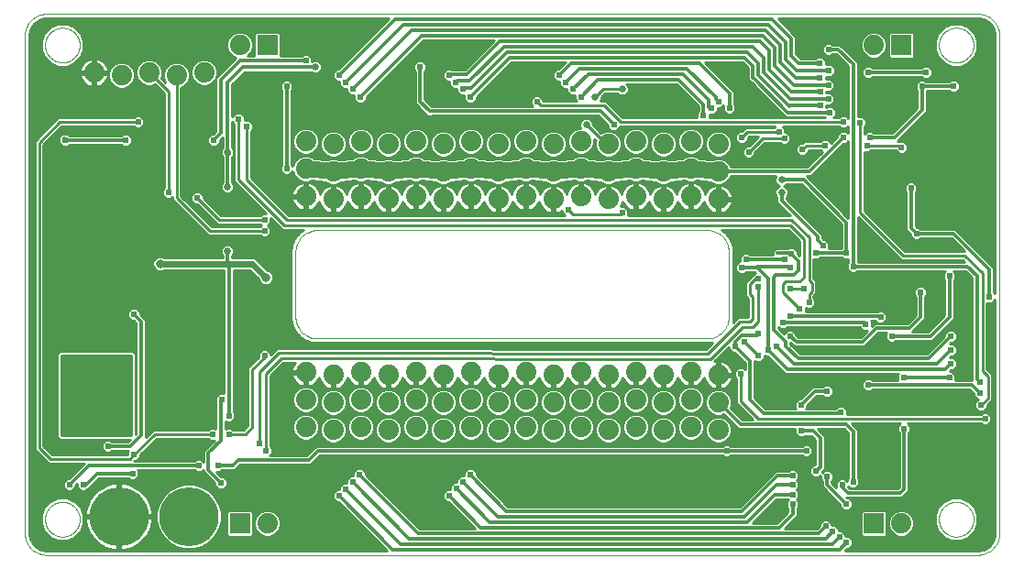
<source format=gbl>
G75*
%MOIN*%
%OFA0B0*%
%FSLAX25Y25*%
%IPPOS*%
%LPD*%
%AMOC8*
5,1,8,0,0,1.08239X$1,22.5*
%
%ADD10C,0.00000*%
%ADD11C,0.00394*%
%ADD12C,0.07400*%
%ADD13R,0.07400X0.07400*%
%ADD14C,0.21500*%
%ADD15C,0.01000*%
%ADD16C,0.02600*%
%ADD17C,0.02200*%
%ADD18C,0.02400*%
%ADD19C,0.01200*%
%ADD20C,0.06000*%
%ADD21C,0.01400*%
%ADD22C,0.03200*%
%ADD23C,0.02400*%
D10*
X0010201Y0016977D02*
X0010203Y0017135D01*
X0010209Y0017293D01*
X0010219Y0017451D01*
X0010233Y0017609D01*
X0010251Y0017766D01*
X0010272Y0017923D01*
X0010298Y0018079D01*
X0010328Y0018235D01*
X0010361Y0018390D01*
X0010399Y0018543D01*
X0010440Y0018696D01*
X0010485Y0018848D01*
X0010534Y0018999D01*
X0010587Y0019148D01*
X0010643Y0019296D01*
X0010703Y0019442D01*
X0010767Y0019587D01*
X0010835Y0019730D01*
X0010906Y0019872D01*
X0010980Y0020012D01*
X0011058Y0020149D01*
X0011140Y0020285D01*
X0011224Y0020419D01*
X0011313Y0020550D01*
X0011404Y0020679D01*
X0011499Y0020806D01*
X0011596Y0020931D01*
X0011697Y0021053D01*
X0011801Y0021172D01*
X0011908Y0021289D01*
X0012018Y0021403D01*
X0012131Y0021514D01*
X0012246Y0021623D01*
X0012364Y0021728D01*
X0012485Y0021830D01*
X0012608Y0021930D01*
X0012734Y0022026D01*
X0012862Y0022119D01*
X0012992Y0022209D01*
X0013125Y0022295D01*
X0013260Y0022379D01*
X0013396Y0022458D01*
X0013535Y0022535D01*
X0013676Y0022607D01*
X0013818Y0022677D01*
X0013962Y0022742D01*
X0014108Y0022804D01*
X0014255Y0022862D01*
X0014404Y0022917D01*
X0014554Y0022968D01*
X0014705Y0023015D01*
X0014857Y0023058D01*
X0015010Y0023097D01*
X0015165Y0023133D01*
X0015320Y0023164D01*
X0015476Y0023192D01*
X0015632Y0023216D01*
X0015789Y0023236D01*
X0015947Y0023252D01*
X0016104Y0023264D01*
X0016263Y0023272D01*
X0016421Y0023276D01*
X0016579Y0023276D01*
X0016737Y0023272D01*
X0016896Y0023264D01*
X0017053Y0023252D01*
X0017211Y0023236D01*
X0017368Y0023216D01*
X0017524Y0023192D01*
X0017680Y0023164D01*
X0017835Y0023133D01*
X0017990Y0023097D01*
X0018143Y0023058D01*
X0018295Y0023015D01*
X0018446Y0022968D01*
X0018596Y0022917D01*
X0018745Y0022862D01*
X0018892Y0022804D01*
X0019038Y0022742D01*
X0019182Y0022677D01*
X0019324Y0022607D01*
X0019465Y0022535D01*
X0019604Y0022458D01*
X0019740Y0022379D01*
X0019875Y0022295D01*
X0020008Y0022209D01*
X0020138Y0022119D01*
X0020266Y0022026D01*
X0020392Y0021930D01*
X0020515Y0021830D01*
X0020636Y0021728D01*
X0020754Y0021623D01*
X0020869Y0021514D01*
X0020982Y0021403D01*
X0021092Y0021289D01*
X0021199Y0021172D01*
X0021303Y0021053D01*
X0021404Y0020931D01*
X0021501Y0020806D01*
X0021596Y0020679D01*
X0021687Y0020550D01*
X0021776Y0020419D01*
X0021860Y0020285D01*
X0021942Y0020149D01*
X0022020Y0020012D01*
X0022094Y0019872D01*
X0022165Y0019730D01*
X0022233Y0019587D01*
X0022297Y0019442D01*
X0022357Y0019296D01*
X0022413Y0019148D01*
X0022466Y0018999D01*
X0022515Y0018848D01*
X0022560Y0018696D01*
X0022601Y0018543D01*
X0022639Y0018390D01*
X0022672Y0018235D01*
X0022702Y0018079D01*
X0022728Y0017923D01*
X0022749Y0017766D01*
X0022767Y0017609D01*
X0022781Y0017451D01*
X0022791Y0017293D01*
X0022797Y0017135D01*
X0022799Y0016977D01*
X0022797Y0016819D01*
X0022791Y0016661D01*
X0022781Y0016503D01*
X0022767Y0016345D01*
X0022749Y0016188D01*
X0022728Y0016031D01*
X0022702Y0015875D01*
X0022672Y0015719D01*
X0022639Y0015564D01*
X0022601Y0015411D01*
X0022560Y0015258D01*
X0022515Y0015106D01*
X0022466Y0014955D01*
X0022413Y0014806D01*
X0022357Y0014658D01*
X0022297Y0014512D01*
X0022233Y0014367D01*
X0022165Y0014224D01*
X0022094Y0014082D01*
X0022020Y0013942D01*
X0021942Y0013805D01*
X0021860Y0013669D01*
X0021776Y0013535D01*
X0021687Y0013404D01*
X0021596Y0013275D01*
X0021501Y0013148D01*
X0021404Y0013023D01*
X0021303Y0012901D01*
X0021199Y0012782D01*
X0021092Y0012665D01*
X0020982Y0012551D01*
X0020869Y0012440D01*
X0020754Y0012331D01*
X0020636Y0012226D01*
X0020515Y0012124D01*
X0020392Y0012024D01*
X0020266Y0011928D01*
X0020138Y0011835D01*
X0020008Y0011745D01*
X0019875Y0011659D01*
X0019740Y0011575D01*
X0019604Y0011496D01*
X0019465Y0011419D01*
X0019324Y0011347D01*
X0019182Y0011277D01*
X0019038Y0011212D01*
X0018892Y0011150D01*
X0018745Y0011092D01*
X0018596Y0011037D01*
X0018446Y0010986D01*
X0018295Y0010939D01*
X0018143Y0010896D01*
X0017990Y0010857D01*
X0017835Y0010821D01*
X0017680Y0010790D01*
X0017524Y0010762D01*
X0017368Y0010738D01*
X0017211Y0010718D01*
X0017053Y0010702D01*
X0016896Y0010690D01*
X0016737Y0010682D01*
X0016579Y0010678D01*
X0016421Y0010678D01*
X0016263Y0010682D01*
X0016104Y0010690D01*
X0015947Y0010702D01*
X0015789Y0010718D01*
X0015632Y0010738D01*
X0015476Y0010762D01*
X0015320Y0010790D01*
X0015165Y0010821D01*
X0015010Y0010857D01*
X0014857Y0010896D01*
X0014705Y0010939D01*
X0014554Y0010986D01*
X0014404Y0011037D01*
X0014255Y0011092D01*
X0014108Y0011150D01*
X0013962Y0011212D01*
X0013818Y0011277D01*
X0013676Y0011347D01*
X0013535Y0011419D01*
X0013396Y0011496D01*
X0013260Y0011575D01*
X0013125Y0011659D01*
X0012992Y0011745D01*
X0012862Y0011835D01*
X0012734Y0011928D01*
X0012608Y0012024D01*
X0012485Y0012124D01*
X0012364Y0012226D01*
X0012246Y0012331D01*
X0012131Y0012440D01*
X0012018Y0012551D01*
X0011908Y0012665D01*
X0011801Y0012782D01*
X0011697Y0012901D01*
X0011596Y0013023D01*
X0011499Y0013148D01*
X0011404Y0013275D01*
X0011313Y0013404D01*
X0011224Y0013535D01*
X0011140Y0013669D01*
X0011058Y0013805D01*
X0010980Y0013942D01*
X0010906Y0014082D01*
X0010835Y0014224D01*
X0010767Y0014367D01*
X0010703Y0014512D01*
X0010643Y0014658D01*
X0010587Y0014806D01*
X0010534Y0014955D01*
X0010485Y0015106D01*
X0010440Y0015258D01*
X0010399Y0015411D01*
X0010361Y0015564D01*
X0010328Y0015719D01*
X0010298Y0015875D01*
X0010272Y0016031D01*
X0010251Y0016188D01*
X0010233Y0016345D01*
X0010219Y0016503D01*
X0010209Y0016661D01*
X0010203Y0016819D01*
X0010201Y0016977D01*
X0010201Y0189477D02*
X0010203Y0189635D01*
X0010209Y0189793D01*
X0010219Y0189951D01*
X0010233Y0190109D01*
X0010251Y0190266D01*
X0010272Y0190423D01*
X0010298Y0190579D01*
X0010328Y0190735D01*
X0010361Y0190890D01*
X0010399Y0191043D01*
X0010440Y0191196D01*
X0010485Y0191348D01*
X0010534Y0191499D01*
X0010587Y0191648D01*
X0010643Y0191796D01*
X0010703Y0191942D01*
X0010767Y0192087D01*
X0010835Y0192230D01*
X0010906Y0192372D01*
X0010980Y0192512D01*
X0011058Y0192649D01*
X0011140Y0192785D01*
X0011224Y0192919D01*
X0011313Y0193050D01*
X0011404Y0193179D01*
X0011499Y0193306D01*
X0011596Y0193431D01*
X0011697Y0193553D01*
X0011801Y0193672D01*
X0011908Y0193789D01*
X0012018Y0193903D01*
X0012131Y0194014D01*
X0012246Y0194123D01*
X0012364Y0194228D01*
X0012485Y0194330D01*
X0012608Y0194430D01*
X0012734Y0194526D01*
X0012862Y0194619D01*
X0012992Y0194709D01*
X0013125Y0194795D01*
X0013260Y0194879D01*
X0013396Y0194958D01*
X0013535Y0195035D01*
X0013676Y0195107D01*
X0013818Y0195177D01*
X0013962Y0195242D01*
X0014108Y0195304D01*
X0014255Y0195362D01*
X0014404Y0195417D01*
X0014554Y0195468D01*
X0014705Y0195515D01*
X0014857Y0195558D01*
X0015010Y0195597D01*
X0015165Y0195633D01*
X0015320Y0195664D01*
X0015476Y0195692D01*
X0015632Y0195716D01*
X0015789Y0195736D01*
X0015947Y0195752D01*
X0016104Y0195764D01*
X0016263Y0195772D01*
X0016421Y0195776D01*
X0016579Y0195776D01*
X0016737Y0195772D01*
X0016896Y0195764D01*
X0017053Y0195752D01*
X0017211Y0195736D01*
X0017368Y0195716D01*
X0017524Y0195692D01*
X0017680Y0195664D01*
X0017835Y0195633D01*
X0017990Y0195597D01*
X0018143Y0195558D01*
X0018295Y0195515D01*
X0018446Y0195468D01*
X0018596Y0195417D01*
X0018745Y0195362D01*
X0018892Y0195304D01*
X0019038Y0195242D01*
X0019182Y0195177D01*
X0019324Y0195107D01*
X0019465Y0195035D01*
X0019604Y0194958D01*
X0019740Y0194879D01*
X0019875Y0194795D01*
X0020008Y0194709D01*
X0020138Y0194619D01*
X0020266Y0194526D01*
X0020392Y0194430D01*
X0020515Y0194330D01*
X0020636Y0194228D01*
X0020754Y0194123D01*
X0020869Y0194014D01*
X0020982Y0193903D01*
X0021092Y0193789D01*
X0021199Y0193672D01*
X0021303Y0193553D01*
X0021404Y0193431D01*
X0021501Y0193306D01*
X0021596Y0193179D01*
X0021687Y0193050D01*
X0021776Y0192919D01*
X0021860Y0192785D01*
X0021942Y0192649D01*
X0022020Y0192512D01*
X0022094Y0192372D01*
X0022165Y0192230D01*
X0022233Y0192087D01*
X0022297Y0191942D01*
X0022357Y0191796D01*
X0022413Y0191648D01*
X0022466Y0191499D01*
X0022515Y0191348D01*
X0022560Y0191196D01*
X0022601Y0191043D01*
X0022639Y0190890D01*
X0022672Y0190735D01*
X0022702Y0190579D01*
X0022728Y0190423D01*
X0022749Y0190266D01*
X0022767Y0190109D01*
X0022781Y0189951D01*
X0022791Y0189793D01*
X0022797Y0189635D01*
X0022799Y0189477D01*
X0022797Y0189319D01*
X0022791Y0189161D01*
X0022781Y0189003D01*
X0022767Y0188845D01*
X0022749Y0188688D01*
X0022728Y0188531D01*
X0022702Y0188375D01*
X0022672Y0188219D01*
X0022639Y0188064D01*
X0022601Y0187911D01*
X0022560Y0187758D01*
X0022515Y0187606D01*
X0022466Y0187455D01*
X0022413Y0187306D01*
X0022357Y0187158D01*
X0022297Y0187012D01*
X0022233Y0186867D01*
X0022165Y0186724D01*
X0022094Y0186582D01*
X0022020Y0186442D01*
X0021942Y0186305D01*
X0021860Y0186169D01*
X0021776Y0186035D01*
X0021687Y0185904D01*
X0021596Y0185775D01*
X0021501Y0185648D01*
X0021404Y0185523D01*
X0021303Y0185401D01*
X0021199Y0185282D01*
X0021092Y0185165D01*
X0020982Y0185051D01*
X0020869Y0184940D01*
X0020754Y0184831D01*
X0020636Y0184726D01*
X0020515Y0184624D01*
X0020392Y0184524D01*
X0020266Y0184428D01*
X0020138Y0184335D01*
X0020008Y0184245D01*
X0019875Y0184159D01*
X0019740Y0184075D01*
X0019604Y0183996D01*
X0019465Y0183919D01*
X0019324Y0183847D01*
X0019182Y0183777D01*
X0019038Y0183712D01*
X0018892Y0183650D01*
X0018745Y0183592D01*
X0018596Y0183537D01*
X0018446Y0183486D01*
X0018295Y0183439D01*
X0018143Y0183396D01*
X0017990Y0183357D01*
X0017835Y0183321D01*
X0017680Y0183290D01*
X0017524Y0183262D01*
X0017368Y0183238D01*
X0017211Y0183218D01*
X0017053Y0183202D01*
X0016896Y0183190D01*
X0016737Y0183182D01*
X0016579Y0183178D01*
X0016421Y0183178D01*
X0016263Y0183182D01*
X0016104Y0183190D01*
X0015947Y0183202D01*
X0015789Y0183218D01*
X0015632Y0183238D01*
X0015476Y0183262D01*
X0015320Y0183290D01*
X0015165Y0183321D01*
X0015010Y0183357D01*
X0014857Y0183396D01*
X0014705Y0183439D01*
X0014554Y0183486D01*
X0014404Y0183537D01*
X0014255Y0183592D01*
X0014108Y0183650D01*
X0013962Y0183712D01*
X0013818Y0183777D01*
X0013676Y0183847D01*
X0013535Y0183919D01*
X0013396Y0183996D01*
X0013260Y0184075D01*
X0013125Y0184159D01*
X0012992Y0184245D01*
X0012862Y0184335D01*
X0012734Y0184428D01*
X0012608Y0184524D01*
X0012485Y0184624D01*
X0012364Y0184726D01*
X0012246Y0184831D01*
X0012131Y0184940D01*
X0012018Y0185051D01*
X0011908Y0185165D01*
X0011801Y0185282D01*
X0011697Y0185401D01*
X0011596Y0185523D01*
X0011499Y0185648D01*
X0011404Y0185775D01*
X0011313Y0185904D01*
X0011224Y0186035D01*
X0011140Y0186169D01*
X0011058Y0186305D01*
X0010980Y0186442D01*
X0010906Y0186582D01*
X0010835Y0186724D01*
X0010767Y0186867D01*
X0010703Y0187012D01*
X0010643Y0187158D01*
X0010587Y0187306D01*
X0010534Y0187455D01*
X0010485Y0187606D01*
X0010440Y0187758D01*
X0010399Y0187911D01*
X0010361Y0188064D01*
X0010328Y0188219D01*
X0010298Y0188375D01*
X0010272Y0188531D01*
X0010251Y0188688D01*
X0010233Y0188845D01*
X0010219Y0189003D01*
X0010209Y0189161D01*
X0010203Y0189319D01*
X0010201Y0189477D01*
X0335201Y0189477D02*
X0335203Y0189635D01*
X0335209Y0189793D01*
X0335219Y0189951D01*
X0335233Y0190109D01*
X0335251Y0190266D01*
X0335272Y0190423D01*
X0335298Y0190579D01*
X0335328Y0190735D01*
X0335361Y0190890D01*
X0335399Y0191043D01*
X0335440Y0191196D01*
X0335485Y0191348D01*
X0335534Y0191499D01*
X0335587Y0191648D01*
X0335643Y0191796D01*
X0335703Y0191942D01*
X0335767Y0192087D01*
X0335835Y0192230D01*
X0335906Y0192372D01*
X0335980Y0192512D01*
X0336058Y0192649D01*
X0336140Y0192785D01*
X0336224Y0192919D01*
X0336313Y0193050D01*
X0336404Y0193179D01*
X0336499Y0193306D01*
X0336596Y0193431D01*
X0336697Y0193553D01*
X0336801Y0193672D01*
X0336908Y0193789D01*
X0337018Y0193903D01*
X0337131Y0194014D01*
X0337246Y0194123D01*
X0337364Y0194228D01*
X0337485Y0194330D01*
X0337608Y0194430D01*
X0337734Y0194526D01*
X0337862Y0194619D01*
X0337992Y0194709D01*
X0338125Y0194795D01*
X0338260Y0194879D01*
X0338396Y0194958D01*
X0338535Y0195035D01*
X0338676Y0195107D01*
X0338818Y0195177D01*
X0338962Y0195242D01*
X0339108Y0195304D01*
X0339255Y0195362D01*
X0339404Y0195417D01*
X0339554Y0195468D01*
X0339705Y0195515D01*
X0339857Y0195558D01*
X0340010Y0195597D01*
X0340165Y0195633D01*
X0340320Y0195664D01*
X0340476Y0195692D01*
X0340632Y0195716D01*
X0340789Y0195736D01*
X0340947Y0195752D01*
X0341104Y0195764D01*
X0341263Y0195772D01*
X0341421Y0195776D01*
X0341579Y0195776D01*
X0341737Y0195772D01*
X0341896Y0195764D01*
X0342053Y0195752D01*
X0342211Y0195736D01*
X0342368Y0195716D01*
X0342524Y0195692D01*
X0342680Y0195664D01*
X0342835Y0195633D01*
X0342990Y0195597D01*
X0343143Y0195558D01*
X0343295Y0195515D01*
X0343446Y0195468D01*
X0343596Y0195417D01*
X0343745Y0195362D01*
X0343892Y0195304D01*
X0344038Y0195242D01*
X0344182Y0195177D01*
X0344324Y0195107D01*
X0344465Y0195035D01*
X0344604Y0194958D01*
X0344740Y0194879D01*
X0344875Y0194795D01*
X0345008Y0194709D01*
X0345138Y0194619D01*
X0345266Y0194526D01*
X0345392Y0194430D01*
X0345515Y0194330D01*
X0345636Y0194228D01*
X0345754Y0194123D01*
X0345869Y0194014D01*
X0345982Y0193903D01*
X0346092Y0193789D01*
X0346199Y0193672D01*
X0346303Y0193553D01*
X0346404Y0193431D01*
X0346501Y0193306D01*
X0346596Y0193179D01*
X0346687Y0193050D01*
X0346776Y0192919D01*
X0346860Y0192785D01*
X0346942Y0192649D01*
X0347020Y0192512D01*
X0347094Y0192372D01*
X0347165Y0192230D01*
X0347233Y0192087D01*
X0347297Y0191942D01*
X0347357Y0191796D01*
X0347413Y0191648D01*
X0347466Y0191499D01*
X0347515Y0191348D01*
X0347560Y0191196D01*
X0347601Y0191043D01*
X0347639Y0190890D01*
X0347672Y0190735D01*
X0347702Y0190579D01*
X0347728Y0190423D01*
X0347749Y0190266D01*
X0347767Y0190109D01*
X0347781Y0189951D01*
X0347791Y0189793D01*
X0347797Y0189635D01*
X0347799Y0189477D01*
X0347797Y0189319D01*
X0347791Y0189161D01*
X0347781Y0189003D01*
X0347767Y0188845D01*
X0347749Y0188688D01*
X0347728Y0188531D01*
X0347702Y0188375D01*
X0347672Y0188219D01*
X0347639Y0188064D01*
X0347601Y0187911D01*
X0347560Y0187758D01*
X0347515Y0187606D01*
X0347466Y0187455D01*
X0347413Y0187306D01*
X0347357Y0187158D01*
X0347297Y0187012D01*
X0347233Y0186867D01*
X0347165Y0186724D01*
X0347094Y0186582D01*
X0347020Y0186442D01*
X0346942Y0186305D01*
X0346860Y0186169D01*
X0346776Y0186035D01*
X0346687Y0185904D01*
X0346596Y0185775D01*
X0346501Y0185648D01*
X0346404Y0185523D01*
X0346303Y0185401D01*
X0346199Y0185282D01*
X0346092Y0185165D01*
X0345982Y0185051D01*
X0345869Y0184940D01*
X0345754Y0184831D01*
X0345636Y0184726D01*
X0345515Y0184624D01*
X0345392Y0184524D01*
X0345266Y0184428D01*
X0345138Y0184335D01*
X0345008Y0184245D01*
X0344875Y0184159D01*
X0344740Y0184075D01*
X0344604Y0183996D01*
X0344465Y0183919D01*
X0344324Y0183847D01*
X0344182Y0183777D01*
X0344038Y0183712D01*
X0343892Y0183650D01*
X0343745Y0183592D01*
X0343596Y0183537D01*
X0343446Y0183486D01*
X0343295Y0183439D01*
X0343143Y0183396D01*
X0342990Y0183357D01*
X0342835Y0183321D01*
X0342680Y0183290D01*
X0342524Y0183262D01*
X0342368Y0183238D01*
X0342211Y0183218D01*
X0342053Y0183202D01*
X0341896Y0183190D01*
X0341737Y0183182D01*
X0341579Y0183178D01*
X0341421Y0183178D01*
X0341263Y0183182D01*
X0341104Y0183190D01*
X0340947Y0183202D01*
X0340789Y0183218D01*
X0340632Y0183238D01*
X0340476Y0183262D01*
X0340320Y0183290D01*
X0340165Y0183321D01*
X0340010Y0183357D01*
X0339857Y0183396D01*
X0339705Y0183439D01*
X0339554Y0183486D01*
X0339404Y0183537D01*
X0339255Y0183592D01*
X0339108Y0183650D01*
X0338962Y0183712D01*
X0338818Y0183777D01*
X0338676Y0183847D01*
X0338535Y0183919D01*
X0338396Y0183996D01*
X0338260Y0184075D01*
X0338125Y0184159D01*
X0337992Y0184245D01*
X0337862Y0184335D01*
X0337734Y0184428D01*
X0337608Y0184524D01*
X0337485Y0184624D01*
X0337364Y0184726D01*
X0337246Y0184831D01*
X0337131Y0184940D01*
X0337018Y0185051D01*
X0336908Y0185165D01*
X0336801Y0185282D01*
X0336697Y0185401D01*
X0336596Y0185523D01*
X0336499Y0185648D01*
X0336404Y0185775D01*
X0336313Y0185904D01*
X0336224Y0186035D01*
X0336140Y0186169D01*
X0336058Y0186305D01*
X0335980Y0186442D01*
X0335906Y0186582D01*
X0335835Y0186724D01*
X0335767Y0186867D01*
X0335703Y0187012D01*
X0335643Y0187158D01*
X0335587Y0187306D01*
X0335534Y0187455D01*
X0335485Y0187606D01*
X0335440Y0187758D01*
X0335399Y0187911D01*
X0335361Y0188064D01*
X0335328Y0188219D01*
X0335298Y0188375D01*
X0335272Y0188531D01*
X0335251Y0188688D01*
X0335233Y0188845D01*
X0335219Y0189003D01*
X0335209Y0189161D01*
X0335203Y0189319D01*
X0335201Y0189477D01*
X0335201Y0016977D02*
X0335203Y0017135D01*
X0335209Y0017293D01*
X0335219Y0017451D01*
X0335233Y0017609D01*
X0335251Y0017766D01*
X0335272Y0017923D01*
X0335298Y0018079D01*
X0335328Y0018235D01*
X0335361Y0018390D01*
X0335399Y0018543D01*
X0335440Y0018696D01*
X0335485Y0018848D01*
X0335534Y0018999D01*
X0335587Y0019148D01*
X0335643Y0019296D01*
X0335703Y0019442D01*
X0335767Y0019587D01*
X0335835Y0019730D01*
X0335906Y0019872D01*
X0335980Y0020012D01*
X0336058Y0020149D01*
X0336140Y0020285D01*
X0336224Y0020419D01*
X0336313Y0020550D01*
X0336404Y0020679D01*
X0336499Y0020806D01*
X0336596Y0020931D01*
X0336697Y0021053D01*
X0336801Y0021172D01*
X0336908Y0021289D01*
X0337018Y0021403D01*
X0337131Y0021514D01*
X0337246Y0021623D01*
X0337364Y0021728D01*
X0337485Y0021830D01*
X0337608Y0021930D01*
X0337734Y0022026D01*
X0337862Y0022119D01*
X0337992Y0022209D01*
X0338125Y0022295D01*
X0338260Y0022379D01*
X0338396Y0022458D01*
X0338535Y0022535D01*
X0338676Y0022607D01*
X0338818Y0022677D01*
X0338962Y0022742D01*
X0339108Y0022804D01*
X0339255Y0022862D01*
X0339404Y0022917D01*
X0339554Y0022968D01*
X0339705Y0023015D01*
X0339857Y0023058D01*
X0340010Y0023097D01*
X0340165Y0023133D01*
X0340320Y0023164D01*
X0340476Y0023192D01*
X0340632Y0023216D01*
X0340789Y0023236D01*
X0340947Y0023252D01*
X0341104Y0023264D01*
X0341263Y0023272D01*
X0341421Y0023276D01*
X0341579Y0023276D01*
X0341737Y0023272D01*
X0341896Y0023264D01*
X0342053Y0023252D01*
X0342211Y0023236D01*
X0342368Y0023216D01*
X0342524Y0023192D01*
X0342680Y0023164D01*
X0342835Y0023133D01*
X0342990Y0023097D01*
X0343143Y0023058D01*
X0343295Y0023015D01*
X0343446Y0022968D01*
X0343596Y0022917D01*
X0343745Y0022862D01*
X0343892Y0022804D01*
X0344038Y0022742D01*
X0344182Y0022677D01*
X0344324Y0022607D01*
X0344465Y0022535D01*
X0344604Y0022458D01*
X0344740Y0022379D01*
X0344875Y0022295D01*
X0345008Y0022209D01*
X0345138Y0022119D01*
X0345266Y0022026D01*
X0345392Y0021930D01*
X0345515Y0021830D01*
X0345636Y0021728D01*
X0345754Y0021623D01*
X0345869Y0021514D01*
X0345982Y0021403D01*
X0346092Y0021289D01*
X0346199Y0021172D01*
X0346303Y0021053D01*
X0346404Y0020931D01*
X0346501Y0020806D01*
X0346596Y0020679D01*
X0346687Y0020550D01*
X0346776Y0020419D01*
X0346860Y0020285D01*
X0346942Y0020149D01*
X0347020Y0020012D01*
X0347094Y0019872D01*
X0347165Y0019730D01*
X0347233Y0019587D01*
X0347297Y0019442D01*
X0347357Y0019296D01*
X0347413Y0019148D01*
X0347466Y0018999D01*
X0347515Y0018848D01*
X0347560Y0018696D01*
X0347601Y0018543D01*
X0347639Y0018390D01*
X0347672Y0018235D01*
X0347702Y0018079D01*
X0347728Y0017923D01*
X0347749Y0017766D01*
X0347767Y0017609D01*
X0347781Y0017451D01*
X0347791Y0017293D01*
X0347797Y0017135D01*
X0347799Y0016977D01*
X0347797Y0016819D01*
X0347791Y0016661D01*
X0347781Y0016503D01*
X0347767Y0016345D01*
X0347749Y0016188D01*
X0347728Y0016031D01*
X0347702Y0015875D01*
X0347672Y0015719D01*
X0347639Y0015564D01*
X0347601Y0015411D01*
X0347560Y0015258D01*
X0347515Y0015106D01*
X0347466Y0014955D01*
X0347413Y0014806D01*
X0347357Y0014658D01*
X0347297Y0014512D01*
X0347233Y0014367D01*
X0347165Y0014224D01*
X0347094Y0014082D01*
X0347020Y0013942D01*
X0346942Y0013805D01*
X0346860Y0013669D01*
X0346776Y0013535D01*
X0346687Y0013404D01*
X0346596Y0013275D01*
X0346501Y0013148D01*
X0346404Y0013023D01*
X0346303Y0012901D01*
X0346199Y0012782D01*
X0346092Y0012665D01*
X0345982Y0012551D01*
X0345869Y0012440D01*
X0345754Y0012331D01*
X0345636Y0012226D01*
X0345515Y0012124D01*
X0345392Y0012024D01*
X0345266Y0011928D01*
X0345138Y0011835D01*
X0345008Y0011745D01*
X0344875Y0011659D01*
X0344740Y0011575D01*
X0344604Y0011496D01*
X0344465Y0011419D01*
X0344324Y0011347D01*
X0344182Y0011277D01*
X0344038Y0011212D01*
X0343892Y0011150D01*
X0343745Y0011092D01*
X0343596Y0011037D01*
X0343446Y0010986D01*
X0343295Y0010939D01*
X0343143Y0010896D01*
X0342990Y0010857D01*
X0342835Y0010821D01*
X0342680Y0010790D01*
X0342524Y0010762D01*
X0342368Y0010738D01*
X0342211Y0010718D01*
X0342053Y0010702D01*
X0341896Y0010690D01*
X0341737Y0010682D01*
X0341579Y0010678D01*
X0341421Y0010678D01*
X0341263Y0010682D01*
X0341104Y0010690D01*
X0340947Y0010702D01*
X0340789Y0010718D01*
X0340632Y0010738D01*
X0340476Y0010762D01*
X0340320Y0010790D01*
X0340165Y0010821D01*
X0340010Y0010857D01*
X0339857Y0010896D01*
X0339705Y0010939D01*
X0339554Y0010986D01*
X0339404Y0011037D01*
X0339255Y0011092D01*
X0339108Y0011150D01*
X0338962Y0011212D01*
X0338818Y0011277D01*
X0338676Y0011347D01*
X0338535Y0011419D01*
X0338396Y0011496D01*
X0338260Y0011575D01*
X0338125Y0011659D01*
X0337992Y0011745D01*
X0337862Y0011835D01*
X0337734Y0011928D01*
X0337608Y0012024D01*
X0337485Y0012124D01*
X0337364Y0012226D01*
X0337246Y0012331D01*
X0337131Y0012440D01*
X0337018Y0012551D01*
X0336908Y0012665D01*
X0336801Y0012782D01*
X0336697Y0012901D01*
X0336596Y0013023D01*
X0336499Y0013148D01*
X0336404Y0013275D01*
X0336313Y0013404D01*
X0336224Y0013535D01*
X0336140Y0013669D01*
X0336058Y0013805D01*
X0335980Y0013942D01*
X0335906Y0014082D01*
X0335835Y0014224D01*
X0335767Y0014367D01*
X0335703Y0014512D01*
X0335643Y0014658D01*
X0335587Y0014806D01*
X0335534Y0014955D01*
X0335485Y0015106D01*
X0335440Y0015258D01*
X0335399Y0015411D01*
X0335361Y0015564D01*
X0335328Y0015719D01*
X0335298Y0015875D01*
X0335272Y0016031D01*
X0335251Y0016188D01*
X0335233Y0016345D01*
X0335219Y0016503D01*
X0335209Y0016661D01*
X0335203Y0016819D01*
X0335201Y0016977D01*
D11*
X0005559Y0005972D02*
X0004845Y0006685D01*
X0004522Y0007076D01*
X0004238Y0007495D01*
X0003955Y0007914D01*
X0003710Y0008362D01*
X0003310Y0009303D01*
X0003155Y0009797D01*
X0003050Y0010308D01*
X0002944Y0010819D01*
X0002889Y0011348D01*
X0002889Y0193533D01*
X0002944Y0194062D01*
X0003050Y0194574D01*
X0003155Y0195085D01*
X0003310Y0195579D01*
X0003510Y0196049D01*
X0003710Y0196520D01*
X0003955Y0196967D01*
X0004238Y0197387D01*
X0004522Y0197806D01*
X0004845Y0198196D01*
X0005559Y0198910D01*
X0005949Y0199233D01*
X0006368Y0199517D01*
X0006787Y0199800D01*
X0007235Y0200045D01*
X0008176Y0200445D01*
X0008670Y0200600D01*
X0009181Y0200705D01*
X0009693Y0200811D01*
X0010222Y0200866D01*
X0349887Y0200866D01*
X0350416Y0200811D01*
X0350927Y0200705D01*
X0351439Y0200600D01*
X0351932Y0200445D01*
X0352873Y0200045D01*
X0353321Y0199800D01*
X0353740Y0199517D01*
X0354159Y0199233D01*
X0354550Y0198910D01*
X0355263Y0198196D01*
X0355586Y0197806D01*
X0356154Y0196967D01*
X0356398Y0196520D01*
X0356598Y0196049D01*
X0356798Y0195579D01*
X0356954Y0195085D01*
X0357059Y0194574D01*
X0357164Y0194062D01*
X0357220Y0193533D01*
X0357220Y0011348D01*
X0357164Y0010819D01*
X0357059Y0010308D01*
X0356954Y0009797D01*
X0356798Y0009303D01*
X0356398Y0008362D01*
X0356154Y0007914D01*
X0355870Y0007495D01*
X0355586Y0007076D01*
X0355263Y0006685D01*
X0354550Y0005972D01*
X0354159Y0005649D01*
X0353740Y0005365D01*
X0353321Y0005081D01*
X0352873Y0004837D01*
X0351932Y0004437D01*
X0351439Y0004282D01*
X0350927Y0004176D01*
X0350416Y0004071D01*
X0349887Y0004016D01*
X0010222Y0004016D01*
X0009693Y0004071D01*
X0009181Y0004176D01*
X0008670Y0004282D01*
X0008176Y0004437D01*
X0007235Y0004837D01*
X0006787Y0005081D01*
X0006368Y0005365D01*
X0005949Y0005649D01*
X0005559Y0005972D01*
X0103984Y0084712D02*
X0104374Y0084389D01*
X0104794Y0084105D01*
X0105213Y0083822D01*
X0105660Y0083577D01*
X0106601Y0083177D01*
X0107095Y0083022D01*
X0107606Y0082917D01*
X0108118Y0082811D01*
X0108647Y0082756D01*
X0251462Y0082756D01*
X0251991Y0082811D01*
X0252502Y0082917D01*
X0253013Y0083022D01*
X0253507Y0083177D01*
X0254448Y0083577D01*
X0254896Y0083822D01*
X0255315Y0084105D01*
X0255734Y0084389D01*
X0256125Y0084712D01*
X0256838Y0085426D01*
X0257161Y0085816D01*
X0257445Y0086235D01*
X0257729Y0086654D01*
X0257973Y0087102D01*
X0258373Y0088043D01*
X0258528Y0088537D01*
X0258634Y0089048D01*
X0258739Y0089559D01*
X0258794Y0090088D01*
X0258794Y0114793D01*
X0258739Y0115322D01*
X0258634Y0115834D01*
X0258528Y0116345D01*
X0258373Y0116839D01*
X0257973Y0117780D01*
X0257729Y0118227D01*
X0257445Y0118646D01*
X0257161Y0119065D01*
X0256838Y0119456D01*
X0256125Y0120170D01*
X0255734Y0120493D01*
X0255315Y0120776D01*
X0254896Y0121060D01*
X0254448Y0121305D01*
X0253507Y0121705D01*
X0253013Y0121860D01*
X0252502Y0121965D01*
X0251991Y0122071D01*
X0251462Y0122126D01*
X0108647Y0122126D01*
X0108118Y0122071D01*
X0107606Y0121965D01*
X0107095Y0121860D01*
X0106601Y0121705D01*
X0105660Y0121305D01*
X0105213Y0121060D01*
X0104794Y0120776D01*
X0104374Y0120493D01*
X0103984Y0120170D01*
X0103270Y0119456D01*
X0102947Y0119065D01*
X0102664Y0118646D01*
X0102380Y0118227D01*
X0102135Y0117780D01*
X0101735Y0116839D01*
X0101580Y0116345D01*
X0101475Y0115834D01*
X0101369Y0115322D01*
X0101314Y0114793D01*
X0101314Y0090088D01*
X0101369Y0089559D01*
X0101475Y0089048D01*
X0101580Y0088537D01*
X0101735Y0088043D01*
X0102135Y0087102D01*
X0102380Y0086654D01*
X0102664Y0086235D01*
X0102947Y0085816D01*
X0103270Y0085426D01*
X0103984Y0084712D01*
D12*
X0105000Y0070477D03*
X0115000Y0069477D03*
X0125000Y0070477D03*
X0135000Y0069477D03*
X0145000Y0070477D03*
X0155000Y0069477D03*
X0165000Y0070477D03*
X0175000Y0069477D03*
X0185000Y0070477D03*
X0195000Y0069477D03*
X0205000Y0070477D03*
X0215000Y0069477D03*
X0225000Y0070477D03*
X0235000Y0069477D03*
X0245000Y0070477D03*
X0255000Y0069477D03*
X0245000Y0060477D03*
X0255000Y0059477D03*
X0255000Y0049477D03*
X0245000Y0050477D03*
X0235000Y0049477D03*
X0225000Y0050477D03*
X0215000Y0049477D03*
X0205000Y0050477D03*
X0195000Y0049477D03*
X0185000Y0050477D03*
X0175000Y0049477D03*
X0165000Y0050477D03*
X0155000Y0049477D03*
X0145000Y0050477D03*
X0135000Y0049477D03*
X0125000Y0050477D03*
X0115000Y0049477D03*
X0105000Y0050477D03*
X0115000Y0059477D03*
X0105000Y0060477D03*
X0125000Y0060477D03*
X0135000Y0059477D03*
X0145000Y0060477D03*
X0155000Y0059477D03*
X0165000Y0060477D03*
X0175000Y0059477D03*
X0185000Y0060477D03*
X0195000Y0059477D03*
X0205000Y0060477D03*
X0215000Y0059477D03*
X0225000Y0060477D03*
X0235000Y0059477D03*
X0321500Y0015477D03*
X0255000Y0133477D03*
X0245000Y0134477D03*
X0235000Y0133477D03*
X0225000Y0134477D03*
X0215000Y0133477D03*
X0205000Y0134477D03*
X0195000Y0133477D03*
X0185000Y0134477D03*
X0175000Y0133477D03*
X0165000Y0134477D03*
X0155000Y0133477D03*
X0145000Y0134477D03*
X0135000Y0133477D03*
X0125000Y0134477D03*
X0115000Y0133477D03*
X0105000Y0134477D03*
X0115000Y0143477D03*
X0105000Y0144477D03*
X0115000Y0153477D03*
X0105000Y0154477D03*
X0125000Y0154477D03*
X0135000Y0153477D03*
X0145000Y0154477D03*
X0155000Y0153477D03*
X0165000Y0154477D03*
X0175000Y0153477D03*
X0185000Y0154477D03*
X0195000Y0153477D03*
X0205000Y0154477D03*
X0215000Y0153477D03*
X0225000Y0154477D03*
X0235000Y0153477D03*
X0245000Y0154477D03*
X0255000Y0153477D03*
X0245000Y0144477D03*
X0255000Y0143477D03*
X0235000Y0143477D03*
X0225000Y0144477D03*
X0215000Y0143477D03*
X0205000Y0144477D03*
X0195000Y0143477D03*
X0185000Y0144477D03*
X0175000Y0143477D03*
X0165000Y0144477D03*
X0155000Y0143477D03*
X0145000Y0144477D03*
X0135000Y0143477D03*
X0125000Y0144477D03*
X0068000Y0179477D03*
X0058000Y0178477D03*
X0048000Y0179477D03*
X0038000Y0178477D03*
X0028000Y0179477D03*
X0081000Y0189477D03*
X0311500Y0189477D03*
X0091000Y0015477D03*
D13*
X0081000Y0015477D03*
X0311500Y0015477D03*
X0321500Y0189477D03*
X0091000Y0189477D03*
D14*
X0062500Y0017977D03*
X0037000Y0017977D03*
D15*
X0037500Y0018427D02*
X0050650Y0018427D01*
X0050650Y0019425D02*
X0049164Y0019425D01*
X0049096Y0020032D02*
X0048790Y0021374D01*
X0048335Y0022672D01*
X0047738Y0023912D01*
X0047006Y0025077D01*
X0046148Y0026153D01*
X0045176Y0027126D01*
X0044100Y0027984D01*
X0042935Y0028716D01*
X0041695Y0029313D01*
X0040397Y0029767D01*
X0039055Y0030073D01*
X0037688Y0030227D01*
X0037500Y0030227D01*
X0037500Y0018477D01*
X0049250Y0018477D01*
X0049250Y0018665D01*
X0049096Y0020032D01*
X0049007Y0020424D02*
X0050887Y0020424D01*
X0050650Y0019537D02*
X0050650Y0016417D01*
X0051458Y0013403D01*
X0053018Y0010701D01*
X0055224Y0008495D01*
X0057926Y0006935D01*
X0060940Y0006127D01*
X0064060Y0006127D01*
X0067074Y0006935D01*
X0069776Y0008495D01*
X0071982Y0010701D01*
X0073542Y0013403D01*
X0074350Y0016417D01*
X0074350Y0019537D01*
X0073542Y0022551D01*
X0071982Y0025253D01*
X0069776Y0027460D01*
X0067074Y0029020D01*
X0064060Y0029827D01*
X0060940Y0029827D01*
X0057926Y0029020D01*
X0055224Y0027460D01*
X0053018Y0025253D01*
X0051458Y0022551D01*
X0050650Y0019537D01*
X0051155Y0021422D02*
X0048773Y0021422D01*
X0048423Y0022421D02*
X0051423Y0022421D01*
X0051959Y0023419D02*
X0047976Y0023419D01*
X0047421Y0024418D02*
X0052535Y0024418D01*
X0053181Y0025416D02*
X0046736Y0025416D01*
X0045887Y0026415D02*
X0054179Y0026415D01*
X0055178Y0027413D02*
X0044815Y0027413D01*
X0043419Y0028412D02*
X0056873Y0028412D01*
X0059384Y0029410D02*
X0041416Y0029410D01*
X0041047Y0031177D02*
X0042953Y0031177D01*
X0044300Y0032524D01*
X0044300Y0034430D01*
X0043953Y0034777D01*
X0064447Y0034777D01*
X0065047Y0034177D01*
X0066953Y0034177D01*
X0067800Y0035024D01*
X0067800Y0034073D01*
X0068796Y0033077D01*
X0071800Y0030073D01*
X0071800Y0029224D01*
X0073147Y0027877D01*
X0075053Y0027877D01*
X0076400Y0029224D01*
X0076400Y0031130D01*
X0075053Y0032477D01*
X0074204Y0032477D01*
X0072504Y0034177D01*
X0073953Y0034177D01*
X0074553Y0034777D01*
X0079204Y0034777D01*
X0081204Y0036777D01*
X0106704Y0036777D01*
X0110204Y0040277D01*
X0256447Y0040277D01*
X0257047Y0039677D01*
X0258953Y0039677D01*
X0259553Y0040277D01*
X0285447Y0040277D01*
X0286047Y0039677D01*
X0287953Y0039677D01*
X0289300Y0041024D01*
X0289300Y0042930D01*
X0287953Y0044277D01*
X0286047Y0044277D01*
X0285447Y0043677D01*
X0259553Y0043677D01*
X0258953Y0044277D01*
X0257047Y0044277D01*
X0256447Y0043677D01*
X0108796Y0043677D01*
X0105296Y0040177D01*
X0091953Y0040177D01*
X0092800Y0041024D01*
X0092800Y0042930D01*
X0092100Y0043630D01*
X0092100Y0069314D01*
X0096662Y0073876D01*
X0101040Y0073871D01*
X0101034Y0073865D01*
X0100553Y0073203D01*
X0100181Y0072473D01*
X0099928Y0071695D01*
X0099814Y0070977D01*
X0104500Y0070977D01*
X0104500Y0069977D01*
X0105500Y0069977D01*
X0105500Y0065292D01*
X0106218Y0065405D01*
X0106996Y0065658D01*
X0107725Y0066030D01*
X0108388Y0066511D01*
X0108966Y0067090D01*
X0109447Y0067752D01*
X0109819Y0068481D01*
X0109869Y0068634D01*
X0109928Y0068259D01*
X0110181Y0067481D01*
X0110553Y0066752D01*
X0111034Y0066090D01*
X0111612Y0065511D01*
X0112275Y0065030D01*
X0113004Y0064658D01*
X0113782Y0064405D01*
X0114500Y0064292D01*
X0114500Y0068977D01*
X0115500Y0068977D01*
X0115500Y0064292D01*
X0116218Y0064405D01*
X0116996Y0064658D01*
X0117725Y0065030D01*
X0118388Y0065511D01*
X0118966Y0066090D01*
X0119447Y0066752D01*
X0119819Y0067481D01*
X0120072Y0068259D01*
X0120131Y0068634D01*
X0120181Y0068481D01*
X0120553Y0067752D01*
X0121034Y0067090D01*
X0121612Y0066511D01*
X0122275Y0066030D01*
X0123004Y0065658D01*
X0123782Y0065405D01*
X0124500Y0065292D01*
X0124500Y0069977D01*
X0125500Y0069977D01*
X0125500Y0065292D01*
X0126218Y0065405D01*
X0126996Y0065658D01*
X0127725Y0066030D01*
X0128388Y0066511D01*
X0128966Y0067090D01*
X0129447Y0067752D01*
X0129819Y0068481D01*
X0129869Y0068634D01*
X0129928Y0068259D01*
X0130181Y0067481D01*
X0130553Y0066752D01*
X0131034Y0066090D01*
X0131612Y0065511D01*
X0132275Y0065030D01*
X0133004Y0064658D01*
X0133782Y0064405D01*
X0134500Y0064292D01*
X0134500Y0068977D01*
X0135500Y0068977D01*
X0135500Y0064292D01*
X0136218Y0064405D01*
X0136996Y0064658D01*
X0137725Y0065030D01*
X0138388Y0065511D01*
X0138966Y0066090D01*
X0139447Y0066752D01*
X0139819Y0067481D01*
X0140072Y0068259D01*
X0140131Y0068634D01*
X0140181Y0068481D01*
X0140553Y0067752D01*
X0141034Y0067090D01*
X0141612Y0066511D01*
X0142275Y0066030D01*
X0143004Y0065658D01*
X0143782Y0065405D01*
X0144500Y0065292D01*
X0144500Y0069977D01*
X0145500Y0069977D01*
X0145500Y0065292D01*
X0146218Y0065405D01*
X0146996Y0065658D01*
X0147725Y0066030D01*
X0148388Y0066511D01*
X0148966Y0067090D01*
X0149447Y0067752D01*
X0149819Y0068481D01*
X0149869Y0068634D01*
X0149928Y0068259D01*
X0150181Y0067481D01*
X0150553Y0066752D01*
X0151034Y0066090D01*
X0151612Y0065511D01*
X0152275Y0065030D01*
X0153004Y0064658D01*
X0153782Y0064405D01*
X0154500Y0064292D01*
X0154500Y0068977D01*
X0155500Y0068977D01*
X0155500Y0064292D01*
X0156218Y0064405D01*
X0156996Y0064658D01*
X0157725Y0065030D01*
X0158388Y0065511D01*
X0158966Y0066090D01*
X0159447Y0066752D01*
X0159819Y0067481D01*
X0160072Y0068259D01*
X0160131Y0068634D01*
X0160181Y0068481D01*
X0160553Y0067752D01*
X0161034Y0067090D01*
X0161612Y0066511D01*
X0162275Y0066030D01*
X0163004Y0065658D01*
X0163782Y0065405D01*
X0164500Y0065292D01*
X0164500Y0069977D01*
X0165500Y0069977D01*
X0165500Y0065292D01*
X0166218Y0065405D01*
X0166996Y0065658D01*
X0167725Y0066030D01*
X0168388Y0066511D01*
X0168966Y0067090D01*
X0169447Y0067752D01*
X0169819Y0068481D01*
X0169869Y0068634D01*
X0169928Y0068259D01*
X0170181Y0067481D01*
X0170553Y0066752D01*
X0171034Y0066090D01*
X0171612Y0065511D01*
X0172275Y0065030D01*
X0173004Y0064658D01*
X0173782Y0064405D01*
X0174500Y0064292D01*
X0174500Y0068977D01*
X0175500Y0068977D01*
X0175500Y0064292D01*
X0176218Y0064405D01*
X0176996Y0064658D01*
X0177725Y0065030D01*
X0178388Y0065511D01*
X0178966Y0066090D01*
X0179447Y0066752D01*
X0179819Y0067481D01*
X0180072Y0068259D01*
X0180131Y0068634D01*
X0180181Y0068481D01*
X0180553Y0067752D01*
X0181034Y0067090D01*
X0181612Y0066511D01*
X0182275Y0066030D01*
X0183004Y0065658D01*
X0183782Y0065405D01*
X0184500Y0065292D01*
X0184500Y0069977D01*
X0185500Y0069977D01*
X0185500Y0065292D01*
X0186218Y0065405D01*
X0186996Y0065658D01*
X0187725Y0066030D01*
X0188388Y0066511D01*
X0188966Y0067090D01*
X0189447Y0067752D01*
X0189819Y0068481D01*
X0189869Y0068634D01*
X0189928Y0068259D01*
X0190181Y0067481D01*
X0190553Y0066752D01*
X0191034Y0066090D01*
X0191612Y0065511D01*
X0192275Y0065030D01*
X0193004Y0064658D01*
X0193782Y0064405D01*
X0194500Y0064292D01*
X0194500Y0068977D01*
X0195500Y0068977D01*
X0195500Y0064292D01*
X0196218Y0064405D01*
X0196996Y0064658D01*
X0197725Y0065030D01*
X0198388Y0065511D01*
X0198966Y0066090D01*
X0199447Y0066752D01*
X0199819Y0067481D01*
X0200072Y0068259D01*
X0200131Y0068634D01*
X0200181Y0068481D01*
X0200553Y0067752D01*
X0201034Y0067090D01*
X0201612Y0066511D01*
X0202275Y0066030D01*
X0203004Y0065658D01*
X0203782Y0065405D01*
X0204500Y0065292D01*
X0204500Y0069977D01*
X0205500Y0069977D01*
X0205500Y0065292D01*
X0206218Y0065405D01*
X0206996Y0065658D01*
X0207725Y0066030D01*
X0208388Y0066511D01*
X0208966Y0067090D01*
X0209447Y0067752D01*
X0209819Y0068481D01*
X0209869Y0068634D01*
X0209928Y0068259D01*
X0210181Y0067481D01*
X0210553Y0066752D01*
X0211034Y0066090D01*
X0211612Y0065511D01*
X0212275Y0065030D01*
X0213004Y0064658D01*
X0213782Y0064405D01*
X0214500Y0064292D01*
X0214500Y0068977D01*
X0215500Y0068977D01*
X0215500Y0064292D01*
X0216218Y0064405D01*
X0216996Y0064658D01*
X0217725Y0065030D01*
X0218388Y0065511D01*
X0218966Y0066090D01*
X0219447Y0066752D01*
X0219819Y0067481D01*
X0220072Y0068259D01*
X0220131Y0068634D01*
X0220181Y0068481D01*
X0220553Y0067752D01*
X0221034Y0067090D01*
X0221612Y0066511D01*
X0222275Y0066030D01*
X0223004Y0065658D01*
X0223782Y0065405D01*
X0224500Y0065292D01*
X0224500Y0069977D01*
X0225500Y0069977D01*
X0225500Y0065292D01*
X0226218Y0065405D01*
X0226996Y0065658D01*
X0227725Y0066030D01*
X0228388Y0066511D01*
X0228966Y0067090D01*
X0229447Y0067752D01*
X0229819Y0068481D01*
X0229869Y0068634D01*
X0229928Y0068259D01*
X0230181Y0067481D01*
X0230553Y0066752D01*
X0231034Y0066090D01*
X0231612Y0065511D01*
X0232275Y0065030D01*
X0233004Y0064658D01*
X0233782Y0064405D01*
X0234500Y0064292D01*
X0234500Y0068977D01*
X0235500Y0068977D01*
X0235500Y0064292D01*
X0236218Y0064405D01*
X0236996Y0064658D01*
X0237725Y0065030D01*
X0238388Y0065511D01*
X0238966Y0066090D01*
X0239447Y0066752D01*
X0239819Y0067481D01*
X0240072Y0068259D01*
X0240131Y0068634D01*
X0240181Y0068481D01*
X0240553Y0067752D01*
X0241034Y0067090D01*
X0241612Y0066511D01*
X0242275Y0066030D01*
X0243004Y0065658D01*
X0243782Y0065405D01*
X0244500Y0065292D01*
X0244500Y0069977D01*
X0245500Y0069977D01*
X0245500Y0065292D01*
X0246218Y0065405D01*
X0246996Y0065658D01*
X0247725Y0066030D01*
X0248388Y0066511D01*
X0248966Y0067090D01*
X0249447Y0067752D01*
X0249819Y0068481D01*
X0249869Y0068634D01*
X0249928Y0068259D01*
X0250181Y0067481D01*
X0250553Y0066752D01*
X0251034Y0066090D01*
X0251612Y0065511D01*
X0252275Y0065030D01*
X0253004Y0064658D01*
X0253782Y0064405D01*
X0254500Y0064292D01*
X0254500Y0068977D01*
X0255500Y0068977D01*
X0255500Y0064292D01*
X0256218Y0064405D01*
X0256996Y0064658D01*
X0257725Y0065030D01*
X0258388Y0065511D01*
X0258966Y0066090D01*
X0259447Y0066752D01*
X0259819Y0067481D01*
X0260072Y0068259D01*
X0260186Y0068977D01*
X0255500Y0068977D01*
X0255500Y0069977D01*
X0260186Y0069977D01*
X0260072Y0070695D01*
X0259819Y0071473D01*
X0259447Y0072203D01*
X0258966Y0072865D01*
X0258388Y0073443D01*
X0257725Y0073925D01*
X0256996Y0074296D01*
X0256218Y0074549D01*
X0255500Y0074663D01*
X0255500Y0069977D01*
X0254500Y0069977D01*
X0254500Y0074663D01*
X0253782Y0074549D01*
X0253417Y0074430D01*
X0253599Y0074612D01*
X0253599Y0074614D01*
X0258700Y0079714D01*
X0258700Y0079024D01*
X0260047Y0077677D01*
X0260896Y0077677D01*
X0264800Y0073773D01*
X0264800Y0071430D01*
X0263953Y0072277D01*
X0262047Y0072277D01*
X0260700Y0070930D01*
X0260700Y0069024D01*
X0261400Y0068324D01*
X0261400Y0059314D01*
X0262337Y0058377D01*
X0267537Y0053177D01*
X0263704Y0053177D01*
X0259378Y0057503D01*
X0259800Y0058522D01*
X0259800Y0060432D01*
X0259069Y0062196D01*
X0257719Y0063546D01*
X0255955Y0064277D01*
X0254045Y0064277D01*
X0252281Y0063546D01*
X0250931Y0062196D01*
X0250200Y0060432D01*
X0250200Y0058522D01*
X0250931Y0056758D01*
X0252281Y0055408D01*
X0254045Y0054677D01*
X0255955Y0054677D01*
X0256974Y0055099D01*
X0261300Y0050773D01*
X0262296Y0049777D01*
X0282700Y0049777D01*
X0282700Y0048124D01*
X0284047Y0046777D01*
X0285953Y0046777D01*
X0286553Y0047377D01*
X0288696Y0047377D01*
X0290300Y0045773D01*
X0290300Y0036777D01*
X0289547Y0036777D01*
X0288200Y0035430D01*
X0288200Y0033524D01*
X0289547Y0032177D01*
X0291453Y0032177D01*
X0292200Y0032924D01*
X0292200Y0031524D01*
X0292800Y0030924D01*
X0292800Y0028773D01*
X0293796Y0027777D01*
X0299200Y0022373D01*
X0299200Y0021524D01*
X0300547Y0020177D01*
X0302453Y0020177D01*
X0303800Y0021524D01*
X0303800Y0023430D01*
X0302453Y0024777D01*
X0301604Y0024777D01*
X0321704Y0024777D01*
X0324200Y0027273D01*
X0324200Y0048424D01*
X0324800Y0049024D01*
X0324800Y0050930D01*
X0323853Y0051877D01*
X0350347Y0051877D01*
X0351047Y0051177D01*
X0352953Y0051177D01*
X0354300Y0052524D01*
X0354300Y0054430D01*
X0352953Y0055777D01*
X0351047Y0055777D01*
X0350347Y0055077D01*
X0301800Y0055077D01*
X0301800Y0056930D01*
X0300453Y0058277D01*
X0298547Y0058277D01*
X0297447Y0057177D01*
X0286953Y0057177D01*
X0287300Y0057524D01*
X0287300Y0058373D01*
X0290704Y0061777D01*
X0292947Y0061777D01*
X0293547Y0061177D01*
X0295453Y0061177D01*
X0296800Y0062524D01*
X0296800Y0064430D01*
X0295453Y0065777D01*
X0293547Y0065777D01*
X0292947Y0065177D01*
X0289296Y0065177D01*
X0284896Y0060777D01*
X0284047Y0060777D01*
X0282700Y0059430D01*
X0282700Y0057524D01*
X0283047Y0057177D01*
X0272204Y0057177D01*
X0268200Y0061181D01*
X0268200Y0074524D01*
X0268547Y0074177D01*
X0270453Y0074177D01*
X0271800Y0075524D01*
X0271800Y0076424D01*
X0272047Y0076177D01*
X0272896Y0076177D01*
X0279296Y0069777D01*
X0320547Y0069777D01*
X0320200Y0069430D01*
X0320200Y0067677D01*
X0311053Y0067677D01*
X0310453Y0068277D01*
X0308547Y0068277D01*
X0307200Y0066930D01*
X0307200Y0065024D01*
X0308547Y0063677D01*
X0310453Y0063677D01*
X0311053Y0064277D01*
X0346296Y0064277D01*
X0347700Y0062873D01*
X0347700Y0062024D01*
X0349047Y0060677D01*
X0349447Y0060677D01*
X0348200Y0059430D01*
X0348200Y0057524D01*
X0349547Y0056177D01*
X0351453Y0056177D01*
X0352800Y0057524D01*
X0352800Y0058514D01*
X0354600Y0060314D01*
X0354600Y0069640D01*
X0353663Y0070577D01*
X0352600Y0071640D01*
X0352600Y0095677D01*
X0354453Y0095677D01*
X0355523Y0096747D01*
X0355523Y0011437D01*
X0346990Y0011437D01*
X0347988Y0012435D02*
X0355523Y0012435D01*
X0355523Y0011437D02*
X0355485Y0011080D01*
X0355430Y0010813D01*
X0355309Y0010223D01*
X0355204Y0009891D01*
X0354869Y0009102D01*
X0354704Y0008799D01*
X0354458Y0008436D01*
X0354227Y0008095D01*
X0354007Y0007829D01*
X0353407Y0007228D01*
X0353141Y0007008D01*
X0352437Y0006532D01*
X0352133Y0006366D01*
X0351345Y0006031D01*
X0351012Y0005926D01*
X0350522Y0005825D01*
X0350156Y0005750D01*
X0349798Y0005712D01*
X0301139Y0005712D01*
X0301604Y0006177D01*
X0302453Y0006177D01*
X0303800Y0007524D01*
X0303800Y0009430D01*
X0302453Y0010777D01*
X0301300Y0010777D01*
X0301300Y0011430D01*
X0299953Y0012777D01*
X0298800Y0012777D01*
X0298800Y0013430D01*
X0297453Y0014777D01*
X0296300Y0014777D01*
X0296300Y0015430D01*
X0294953Y0016777D01*
X0293047Y0016777D01*
X0291700Y0015430D01*
X0291700Y0014581D01*
X0290796Y0013677D01*
X0279104Y0013677D01*
X0282704Y0017277D01*
X0282704Y0017277D01*
X0283700Y0018273D01*
X0283700Y0020924D01*
X0284300Y0021524D01*
X0284300Y0023430D01*
X0283503Y0024227D01*
X0284300Y0025024D01*
X0284300Y0026930D01*
X0283503Y0027727D01*
X0284300Y0028524D01*
X0284300Y0030430D01*
X0283503Y0031227D01*
X0284300Y0032024D01*
X0284300Y0033930D01*
X0282953Y0035277D01*
X0281047Y0035277D01*
X0280447Y0034677D01*
X0275796Y0034677D01*
X0274800Y0033681D01*
X0262796Y0021677D01*
X0178604Y0021677D01*
X0167000Y0033281D01*
X0167000Y0034130D01*
X0165653Y0035477D01*
X0163747Y0035477D01*
X0162400Y0034130D01*
X0162400Y0032977D01*
X0161247Y0032977D01*
X0159900Y0031630D01*
X0159900Y0030477D01*
X0158747Y0030477D01*
X0157400Y0029130D01*
X0157400Y0027777D01*
X0156047Y0027777D01*
X0154700Y0026430D01*
X0154700Y0024524D01*
X0156047Y0023177D01*
X0156896Y0023177D01*
X0166396Y0013677D01*
X0146404Y0013677D01*
X0126800Y0033281D01*
X0126800Y0034130D01*
X0125453Y0035477D01*
X0123547Y0035477D01*
X0122200Y0034130D01*
X0122200Y0032777D01*
X0121047Y0032777D01*
X0119700Y0031430D01*
X0119700Y0030277D01*
X0118547Y0030277D01*
X0117200Y0028930D01*
X0117200Y0027777D01*
X0116047Y0027777D01*
X0114700Y0026430D01*
X0114700Y0024524D01*
X0116047Y0023177D01*
X0116896Y0023177D01*
X0134361Y0005712D01*
X0010310Y0005712D01*
X0009953Y0005750D01*
X0009461Y0005851D01*
X0009097Y0005926D01*
X0008764Y0006031D01*
X0007975Y0006366D01*
X0007672Y0006532D01*
X0006968Y0007008D01*
X0006702Y0007228D01*
X0006102Y0007829D01*
X0005882Y0008094D01*
X0005583Y0008536D01*
X0005405Y0008799D01*
X0005239Y0009102D01*
X0004904Y0009891D01*
X0004799Y0010224D01*
X0004727Y0010577D01*
X0004623Y0011079D01*
X0004586Y0011437D01*
X0011010Y0011437D01*
X0010012Y0012435D02*
X0004586Y0012435D01*
X0004586Y0011437D02*
X0004586Y0193445D01*
X0004623Y0193802D01*
X0004685Y0194103D01*
X0004799Y0194658D01*
X0004904Y0194991D01*
X0005095Y0195441D01*
X0005239Y0195780D01*
X0005405Y0196083D01*
X0005565Y0196320D01*
X0005882Y0196787D01*
X0006102Y0197053D01*
X0006702Y0197653D01*
X0006968Y0197873D01*
X0007672Y0198350D01*
X0007975Y0198516D01*
X0008764Y0198851D01*
X0009097Y0198955D01*
X0009696Y0199079D01*
X0009953Y0199132D01*
X0010310Y0199169D01*
X0135288Y0199169D01*
X0116896Y0180777D01*
X0116047Y0180777D01*
X0114700Y0179430D01*
X0114700Y0177524D01*
X0116047Y0176177D01*
X0117200Y0176177D01*
X0117200Y0175024D01*
X0118547Y0173677D01*
X0119700Y0173677D01*
X0119700Y0172524D01*
X0121047Y0171177D01*
X0122500Y0171177D01*
X0122500Y0169724D01*
X0123847Y0168377D01*
X0125753Y0168377D01*
X0127100Y0169724D01*
X0127100Y0170573D01*
X0147804Y0191277D01*
X0173396Y0191277D01*
X0162796Y0180677D01*
X0158053Y0180677D01*
X0157953Y0180777D01*
X0156047Y0180777D01*
X0154700Y0179430D01*
X0154700Y0177524D01*
X0156047Y0176177D01*
X0157300Y0176177D01*
X0157300Y0175024D01*
X0158647Y0173677D01*
X0159800Y0173677D01*
X0159800Y0172524D01*
X0161147Y0171177D01*
X0162500Y0171177D01*
X0162500Y0169724D01*
X0163847Y0168377D01*
X0165753Y0168377D01*
X0167100Y0169724D01*
X0167100Y0170573D01*
X0179804Y0183277D01*
X0199396Y0183277D01*
X0196896Y0180777D01*
X0196047Y0180777D01*
X0194700Y0179430D01*
X0194700Y0177524D01*
X0196047Y0176177D01*
X0197200Y0176177D01*
X0197200Y0175024D01*
X0198547Y0173677D01*
X0199900Y0173677D01*
X0199900Y0172524D01*
X0201247Y0171177D01*
X0202700Y0171177D01*
X0202700Y0169724D01*
X0203347Y0169077D01*
X0191300Y0169077D01*
X0191300Y0169930D01*
X0189953Y0171277D01*
X0188047Y0171277D01*
X0186700Y0169930D01*
X0186700Y0168024D01*
X0187547Y0167177D01*
X0150846Y0167177D01*
X0148300Y0169723D01*
X0148300Y0180024D01*
X0148800Y0180524D01*
X0148800Y0182430D01*
X0147453Y0183777D01*
X0145547Y0183777D01*
X0144200Y0182430D01*
X0144200Y0180524D01*
X0144700Y0180024D01*
X0144700Y0168232D01*
X0145754Y0167177D01*
X0149254Y0163677D01*
X0150746Y0163677D01*
X0150846Y0163777D01*
X0211296Y0163777D01*
X0214700Y0160373D01*
X0214700Y0159524D01*
X0215947Y0158277D01*
X0214045Y0158277D01*
X0212319Y0157562D01*
X0209400Y0160481D01*
X0209400Y0160955D01*
X0209035Y0161837D01*
X0208359Y0162512D01*
X0207477Y0162877D01*
X0206523Y0162877D01*
X0205641Y0162512D01*
X0204965Y0161837D01*
X0204600Y0160955D01*
X0204600Y0160000D01*
X0204899Y0159277D01*
X0204045Y0159277D01*
X0202281Y0158546D01*
X0200931Y0157196D01*
X0200200Y0155432D01*
X0200200Y0153522D01*
X0200931Y0151758D01*
X0202281Y0150408D01*
X0204045Y0149677D01*
X0205955Y0149677D01*
X0207719Y0150408D01*
X0209069Y0151758D01*
X0209800Y0153522D01*
X0209800Y0155273D01*
X0210329Y0154744D01*
X0210200Y0154432D01*
X0210200Y0152522D01*
X0210931Y0150758D01*
X0212281Y0149408D01*
X0214045Y0148677D01*
X0215955Y0148677D01*
X0217719Y0149408D01*
X0219069Y0150758D01*
X0219800Y0152522D01*
X0219800Y0154432D01*
X0219069Y0156196D01*
X0217719Y0157546D01*
X0216196Y0158177D01*
X0217953Y0158177D01*
X0219300Y0159524D01*
X0219300Y0159877D01*
X0275647Y0159877D01*
X0275347Y0159577D01*
X0264837Y0159577D01*
X0263900Y0158640D01*
X0263537Y0158277D01*
X0262547Y0158277D01*
X0261200Y0156930D01*
X0261200Y0155024D01*
X0262547Y0153677D01*
X0264453Y0153677D01*
X0265800Y0155024D01*
X0265800Y0156014D01*
X0266163Y0156377D01*
X0269637Y0156377D01*
X0269400Y0156140D01*
X0266037Y0152777D01*
X0265047Y0152777D01*
X0263700Y0151430D01*
X0263700Y0149524D01*
X0265047Y0148177D01*
X0266953Y0148177D01*
X0268300Y0149524D01*
X0268300Y0150514D01*
X0271663Y0153877D01*
X0277347Y0153877D01*
X0278047Y0153177D01*
X0279953Y0153177D01*
X0281300Y0154524D01*
X0281300Y0156430D01*
X0279953Y0157777D01*
X0279300Y0157777D01*
X0279300Y0158930D01*
X0278353Y0159877D01*
X0298847Y0159877D01*
X0299547Y0159177D01*
X0301453Y0159177D01*
X0302300Y0160024D01*
X0302300Y0157430D01*
X0301453Y0158277D01*
X0299547Y0158277D01*
X0298200Y0156930D01*
X0298200Y0156081D01*
X0296000Y0153881D01*
X0296000Y0153930D01*
X0294653Y0155277D01*
X0292747Y0155277D01*
X0292047Y0154577D01*
X0286337Y0154577D01*
X0285537Y0153777D01*
X0284547Y0153777D01*
X0283200Y0152430D01*
X0283200Y0150524D01*
X0284547Y0149177D01*
X0286453Y0149177D01*
X0287800Y0150524D01*
X0287800Y0151377D01*
X0292047Y0151377D01*
X0292747Y0150677D01*
X0292796Y0150677D01*
X0287296Y0145177D01*
X0259491Y0145177D01*
X0259069Y0146196D01*
X0257719Y0147546D01*
X0255955Y0148277D01*
X0254045Y0148277D01*
X0252909Y0147807D01*
X0247964Y0148301D01*
X0247719Y0148546D01*
X0245955Y0149277D01*
X0244045Y0149277D01*
X0242281Y0148546D01*
X0242036Y0148301D01*
X0237091Y0147807D01*
X0235955Y0148277D01*
X0234045Y0148277D01*
X0232909Y0147807D01*
X0227964Y0148301D01*
X0227719Y0148546D01*
X0225955Y0149277D01*
X0224045Y0149277D01*
X0222281Y0148546D01*
X0222036Y0148301D01*
X0217091Y0147807D01*
X0215955Y0148277D01*
X0214045Y0148277D01*
X0212909Y0147807D01*
X0207964Y0148301D01*
X0207719Y0148546D01*
X0205955Y0149277D01*
X0204045Y0149277D01*
X0202281Y0148546D01*
X0202036Y0148301D01*
X0197091Y0147807D01*
X0195955Y0148277D01*
X0194045Y0148277D01*
X0192909Y0147807D01*
X0187964Y0148301D01*
X0187719Y0148546D01*
X0185955Y0149277D01*
X0184045Y0149277D01*
X0182281Y0148546D01*
X0182036Y0148301D01*
X0177091Y0147807D01*
X0175955Y0148277D01*
X0174045Y0148277D01*
X0172909Y0147807D01*
X0167964Y0148301D01*
X0167719Y0148546D01*
X0165955Y0149277D01*
X0164045Y0149277D01*
X0162281Y0148546D01*
X0162036Y0148301D01*
X0157091Y0147807D01*
X0155955Y0148277D01*
X0154045Y0148277D01*
X0152909Y0147807D01*
X0147964Y0148301D01*
X0147719Y0148546D01*
X0145955Y0149277D01*
X0144045Y0149277D01*
X0142281Y0148546D01*
X0142036Y0148301D01*
X0137091Y0147807D01*
X0135955Y0148277D01*
X0134045Y0148277D01*
X0132909Y0147807D01*
X0127964Y0148301D01*
X0127719Y0148546D01*
X0125955Y0149277D01*
X0124045Y0149277D01*
X0122281Y0148546D01*
X0122036Y0148301D01*
X0117091Y0147807D01*
X0115955Y0148277D01*
X0114045Y0148277D01*
X0112909Y0147807D01*
X0107964Y0148301D01*
X0107719Y0148546D01*
X0105955Y0149277D01*
X0104045Y0149277D01*
X0102281Y0148546D01*
X0100931Y0147196D01*
X0100214Y0145465D01*
X0099700Y0145979D01*
X0099700Y0172924D01*
X0100300Y0173524D01*
X0100300Y0175430D01*
X0098953Y0176777D01*
X0097047Y0176777D01*
X0095700Y0175430D01*
X0095700Y0173524D01*
X0096300Y0172924D01*
X0096300Y0145979D01*
X0095700Y0145379D01*
X0095700Y0143473D01*
X0097047Y0142126D01*
X0098953Y0142126D01*
X0100244Y0143417D01*
X0100931Y0141758D01*
X0102281Y0140408D01*
X0104045Y0139677D01*
X0105955Y0139677D01*
X0107091Y0140148D01*
X0112036Y0139653D01*
X0112281Y0139408D01*
X0114045Y0138677D01*
X0115955Y0138677D01*
X0117719Y0139408D01*
X0117964Y0139653D01*
X0122909Y0140148D01*
X0124045Y0139677D01*
X0125955Y0139677D01*
X0127091Y0140148D01*
X0132036Y0139653D01*
X0132281Y0139408D01*
X0134045Y0138677D01*
X0135955Y0138677D01*
X0137719Y0139408D01*
X0137964Y0139653D01*
X0142909Y0140148D01*
X0144045Y0139677D01*
X0145955Y0139677D01*
X0147091Y0140148D01*
X0152036Y0139653D01*
X0152281Y0139408D01*
X0154045Y0138677D01*
X0155955Y0138677D01*
X0157719Y0139408D01*
X0157964Y0139653D01*
X0162909Y0140148D01*
X0164045Y0139677D01*
X0165955Y0139677D01*
X0167091Y0140148D01*
X0172036Y0139653D01*
X0172281Y0139408D01*
X0174045Y0138677D01*
X0175955Y0138677D01*
X0177719Y0139408D01*
X0177964Y0139653D01*
X0182909Y0140148D01*
X0184045Y0139677D01*
X0185955Y0139677D01*
X0187091Y0140148D01*
X0192036Y0139653D01*
X0192281Y0139408D01*
X0194045Y0138677D01*
X0195955Y0138677D01*
X0197719Y0139408D01*
X0197964Y0139653D01*
X0202909Y0140148D01*
X0204045Y0139677D01*
X0205955Y0139677D01*
X0207091Y0140148D01*
X0212036Y0139653D01*
X0212281Y0139408D01*
X0214045Y0138677D01*
X0215955Y0138677D01*
X0217719Y0139408D01*
X0217964Y0139653D01*
X0222909Y0140148D01*
X0224045Y0139677D01*
X0225955Y0139677D01*
X0227091Y0140148D01*
X0232036Y0139653D01*
X0232281Y0139408D01*
X0234045Y0138677D01*
X0235955Y0138677D01*
X0237719Y0139408D01*
X0237964Y0139653D01*
X0242909Y0140148D01*
X0244045Y0139677D01*
X0245955Y0139677D01*
X0247091Y0140148D01*
X0252036Y0139653D01*
X0252281Y0139408D01*
X0254045Y0138677D01*
X0255955Y0138677D01*
X0257719Y0139408D01*
X0259069Y0140758D01*
X0259491Y0141777D01*
X0275941Y0141777D01*
X0275600Y0140955D01*
X0275600Y0140000D01*
X0275965Y0139118D01*
X0276641Y0138443D01*
X0277160Y0138227D01*
X0276641Y0138012D01*
X0275965Y0137337D01*
X0275600Y0136455D01*
X0275600Y0135500D01*
X0275965Y0134618D01*
X0276300Y0134283D01*
X0276300Y0132273D01*
X0280996Y0127577D01*
X0222300Y0127577D01*
X0222300Y0129430D01*
X0220953Y0130777D01*
X0219460Y0130777D01*
X0219819Y0131481D01*
X0220072Y0132259D01*
X0220131Y0132634D01*
X0220181Y0132481D01*
X0220553Y0131752D01*
X0221034Y0131090D01*
X0221612Y0130511D01*
X0222275Y0130030D01*
X0223004Y0129658D01*
X0223782Y0129405D01*
X0224500Y0129292D01*
X0224500Y0133977D01*
X0225500Y0133977D01*
X0225500Y0129292D01*
X0226218Y0129405D01*
X0226996Y0129658D01*
X0227725Y0130030D01*
X0228388Y0130511D01*
X0228966Y0131090D01*
X0229447Y0131752D01*
X0229819Y0132481D01*
X0229869Y0132634D01*
X0229928Y0132259D01*
X0230181Y0131481D01*
X0230553Y0130752D01*
X0231034Y0130090D01*
X0231612Y0129511D01*
X0232275Y0129030D01*
X0233004Y0128658D01*
X0233782Y0128405D01*
X0234500Y0128292D01*
X0234500Y0132977D01*
X0235500Y0132977D01*
X0235500Y0128292D01*
X0236218Y0128405D01*
X0236996Y0128658D01*
X0237725Y0129030D01*
X0238388Y0129511D01*
X0238966Y0130090D01*
X0239447Y0130752D01*
X0239819Y0131481D01*
X0240072Y0132259D01*
X0240131Y0132634D01*
X0240181Y0132481D01*
X0240553Y0131752D01*
X0241034Y0131090D01*
X0241612Y0130511D01*
X0242275Y0130030D01*
X0243004Y0129658D01*
X0243782Y0129405D01*
X0244500Y0129292D01*
X0244500Y0133977D01*
X0245500Y0133977D01*
X0245500Y0129292D01*
X0246218Y0129405D01*
X0246996Y0129658D01*
X0247725Y0130030D01*
X0248388Y0130511D01*
X0248966Y0131090D01*
X0249447Y0131752D01*
X0249819Y0132481D01*
X0249869Y0132634D01*
X0249928Y0132259D01*
X0250181Y0131481D01*
X0250553Y0130752D01*
X0251034Y0130090D01*
X0251612Y0129511D01*
X0252275Y0129030D01*
X0253004Y0128658D01*
X0253782Y0128405D01*
X0254500Y0128292D01*
X0254500Y0132977D01*
X0255500Y0132977D01*
X0255500Y0128292D01*
X0256218Y0128405D01*
X0256996Y0128658D01*
X0257725Y0129030D01*
X0258388Y0129511D01*
X0258966Y0130090D01*
X0259447Y0130752D01*
X0259819Y0131481D01*
X0260072Y0132259D01*
X0260186Y0132977D01*
X0255500Y0132977D01*
X0255500Y0133977D01*
X0260186Y0133977D01*
X0260072Y0134695D01*
X0259819Y0135473D01*
X0259447Y0136203D01*
X0258966Y0136865D01*
X0258388Y0137443D01*
X0257725Y0137925D01*
X0256996Y0138296D01*
X0256218Y0138549D01*
X0255500Y0138663D01*
X0255500Y0133977D01*
X0254500Y0133977D01*
X0254500Y0138663D01*
X0253782Y0138549D01*
X0253004Y0138296D01*
X0252275Y0137925D01*
X0251612Y0137443D01*
X0251034Y0136865D01*
X0250553Y0136203D01*
X0250181Y0135473D01*
X0250131Y0135320D01*
X0250072Y0135695D01*
X0249819Y0136473D01*
X0249447Y0137203D01*
X0248966Y0137865D01*
X0248388Y0138443D01*
X0247725Y0138925D01*
X0246996Y0139296D01*
X0246218Y0139549D01*
X0245500Y0139663D01*
X0245500Y0134977D01*
X0244500Y0134977D01*
X0244500Y0139663D01*
X0243782Y0139549D01*
X0243004Y0139296D01*
X0242275Y0138925D01*
X0241612Y0138443D01*
X0241034Y0137865D01*
X0240553Y0137203D01*
X0240181Y0136473D01*
X0239928Y0135695D01*
X0239869Y0135320D01*
X0239819Y0135473D01*
X0239447Y0136203D01*
X0238966Y0136865D01*
X0238388Y0137443D01*
X0237725Y0137925D01*
X0236996Y0138296D01*
X0236218Y0138549D01*
X0235500Y0138663D01*
X0235500Y0133977D01*
X0234500Y0133977D01*
X0234500Y0138663D01*
X0233782Y0138549D01*
X0233004Y0138296D01*
X0232275Y0137925D01*
X0231612Y0137443D01*
X0231034Y0136865D01*
X0230553Y0136203D01*
X0230181Y0135473D01*
X0230131Y0135320D01*
X0230072Y0135695D01*
X0229819Y0136473D01*
X0229447Y0137203D01*
X0228966Y0137865D01*
X0228388Y0138443D01*
X0227725Y0138925D01*
X0226996Y0139296D01*
X0226218Y0139549D01*
X0225500Y0139663D01*
X0225500Y0134977D01*
X0224500Y0134977D01*
X0224500Y0139663D01*
X0223782Y0139549D01*
X0223004Y0139296D01*
X0222275Y0138925D01*
X0221612Y0138443D01*
X0221034Y0137865D01*
X0220553Y0137203D01*
X0220181Y0136473D01*
X0219928Y0135695D01*
X0219869Y0135320D01*
X0219819Y0135473D01*
X0219447Y0136203D01*
X0218966Y0136865D01*
X0218388Y0137443D01*
X0217725Y0137925D01*
X0216996Y0138296D01*
X0216218Y0138549D01*
X0215500Y0138663D01*
X0215500Y0133977D01*
X0214500Y0133977D01*
X0214500Y0138663D01*
X0213782Y0138549D01*
X0213004Y0138296D01*
X0212275Y0137925D01*
X0211612Y0137443D01*
X0211034Y0136865D01*
X0210553Y0136203D01*
X0210181Y0135473D01*
X0210131Y0135320D01*
X0210072Y0135695D01*
X0209819Y0136473D01*
X0209447Y0137203D01*
X0208966Y0137865D01*
X0208388Y0138443D01*
X0207725Y0138925D01*
X0206996Y0139296D01*
X0206218Y0139549D01*
X0205500Y0139663D01*
X0205500Y0134977D01*
X0204500Y0134977D01*
X0204500Y0139663D01*
X0203782Y0139549D01*
X0203004Y0139296D01*
X0202275Y0138925D01*
X0201612Y0138443D01*
X0201034Y0137865D01*
X0200553Y0137203D01*
X0200181Y0136473D01*
X0199928Y0135695D01*
X0199869Y0135320D01*
X0199819Y0135473D01*
X0199447Y0136203D01*
X0198966Y0136865D01*
X0198388Y0137443D01*
X0197725Y0137925D01*
X0196996Y0138296D01*
X0196218Y0138549D01*
X0195500Y0138663D01*
X0195500Y0133977D01*
X0194500Y0133977D01*
X0194500Y0138663D01*
X0193782Y0138549D01*
X0193004Y0138296D01*
X0192275Y0137925D01*
X0191612Y0137443D01*
X0191034Y0136865D01*
X0190553Y0136203D01*
X0190181Y0135473D01*
X0190131Y0135320D01*
X0190072Y0135695D01*
X0189819Y0136473D01*
X0189447Y0137203D01*
X0188966Y0137865D01*
X0188388Y0138443D01*
X0187725Y0138925D01*
X0186996Y0139296D01*
X0186218Y0139549D01*
X0185500Y0139663D01*
X0185500Y0134977D01*
X0184500Y0134977D01*
X0184500Y0139663D01*
X0183782Y0139549D01*
X0183004Y0139296D01*
X0182275Y0138925D01*
X0181612Y0138443D01*
X0181034Y0137865D01*
X0180553Y0137203D01*
X0180181Y0136473D01*
X0179928Y0135695D01*
X0179869Y0135320D01*
X0179819Y0135473D01*
X0179447Y0136203D01*
X0178966Y0136865D01*
X0178388Y0137443D01*
X0177725Y0137925D01*
X0176996Y0138296D01*
X0176218Y0138549D01*
X0175500Y0138663D01*
X0175500Y0133977D01*
X0174500Y0133977D01*
X0174500Y0138663D01*
X0173782Y0138549D01*
X0173004Y0138296D01*
X0172275Y0137925D01*
X0171612Y0137443D01*
X0171034Y0136865D01*
X0170553Y0136203D01*
X0170181Y0135473D01*
X0170131Y0135320D01*
X0170072Y0135695D01*
X0169819Y0136473D01*
X0169447Y0137203D01*
X0168966Y0137865D01*
X0168388Y0138443D01*
X0167725Y0138925D01*
X0166996Y0139296D01*
X0166218Y0139549D01*
X0165500Y0139663D01*
X0165500Y0134977D01*
X0164500Y0134977D01*
X0164500Y0139663D01*
X0163782Y0139549D01*
X0163004Y0139296D01*
X0162275Y0138925D01*
X0161612Y0138443D01*
X0161034Y0137865D01*
X0160553Y0137203D01*
X0160181Y0136473D01*
X0159928Y0135695D01*
X0159869Y0135320D01*
X0159819Y0135473D01*
X0159447Y0136203D01*
X0158966Y0136865D01*
X0158388Y0137443D01*
X0157725Y0137925D01*
X0156996Y0138296D01*
X0156218Y0138549D01*
X0155500Y0138663D01*
X0155500Y0133977D01*
X0154500Y0133977D01*
X0154500Y0138663D01*
X0153782Y0138549D01*
X0153004Y0138296D01*
X0152275Y0137925D01*
X0151612Y0137443D01*
X0151034Y0136865D01*
X0150553Y0136203D01*
X0150181Y0135473D01*
X0150131Y0135320D01*
X0150072Y0135695D01*
X0149819Y0136473D01*
X0149447Y0137203D01*
X0148966Y0137865D01*
X0148388Y0138443D01*
X0147725Y0138925D01*
X0146996Y0139296D01*
X0146218Y0139549D01*
X0145500Y0139663D01*
X0145500Y0134977D01*
X0144500Y0134977D01*
X0144500Y0139663D01*
X0143782Y0139549D01*
X0143004Y0139296D01*
X0142275Y0138925D01*
X0141612Y0138443D01*
X0141034Y0137865D01*
X0140553Y0137203D01*
X0140181Y0136473D01*
X0139928Y0135695D01*
X0139869Y0135320D01*
X0139819Y0135473D01*
X0139447Y0136203D01*
X0138966Y0136865D01*
X0138388Y0137443D01*
X0137725Y0137925D01*
X0136996Y0138296D01*
X0136218Y0138549D01*
X0135500Y0138663D01*
X0135500Y0133977D01*
X0134500Y0133977D01*
X0134500Y0138663D01*
X0133782Y0138549D01*
X0133004Y0138296D01*
X0132275Y0137925D01*
X0131612Y0137443D01*
X0131034Y0136865D01*
X0130553Y0136203D01*
X0130181Y0135473D01*
X0130131Y0135320D01*
X0130072Y0135695D01*
X0129819Y0136473D01*
X0129447Y0137203D01*
X0128966Y0137865D01*
X0128388Y0138443D01*
X0127725Y0138925D01*
X0126996Y0139296D01*
X0126218Y0139549D01*
X0125500Y0139663D01*
X0125500Y0134977D01*
X0124500Y0134977D01*
X0124500Y0139663D01*
X0123782Y0139549D01*
X0123004Y0139296D01*
X0122275Y0138925D01*
X0121612Y0138443D01*
X0121034Y0137865D01*
X0120553Y0137203D01*
X0120181Y0136473D01*
X0119928Y0135695D01*
X0119869Y0135320D01*
X0119819Y0135473D01*
X0119447Y0136203D01*
X0118966Y0136865D01*
X0118388Y0137443D01*
X0117725Y0137925D01*
X0116996Y0138296D01*
X0116218Y0138549D01*
X0115500Y0138663D01*
X0115500Y0133977D01*
X0114500Y0133977D01*
X0114500Y0138663D01*
X0113782Y0138549D01*
X0113004Y0138296D01*
X0112275Y0137925D01*
X0111612Y0137443D01*
X0111034Y0136865D01*
X0110553Y0136203D01*
X0110181Y0135473D01*
X0110131Y0135320D01*
X0110072Y0135695D01*
X0109819Y0136473D01*
X0109447Y0137203D01*
X0108966Y0137865D01*
X0108388Y0138443D01*
X0107725Y0138925D01*
X0106996Y0139296D01*
X0106218Y0139549D01*
X0105500Y0139663D01*
X0105500Y0134977D01*
X0104500Y0134977D01*
X0104500Y0133977D01*
X0105500Y0133977D01*
X0105500Y0129292D01*
X0106218Y0129405D01*
X0106996Y0129658D01*
X0107725Y0130030D01*
X0108388Y0130511D01*
X0108966Y0131090D01*
X0109447Y0131752D01*
X0109819Y0132481D01*
X0109869Y0132634D01*
X0109928Y0132259D01*
X0110181Y0131481D01*
X0110553Y0130752D01*
X0111034Y0130090D01*
X0111612Y0129511D01*
X0112275Y0129030D01*
X0113004Y0128658D01*
X0113782Y0128405D01*
X0114500Y0128292D01*
X0114500Y0132977D01*
X0115500Y0132977D01*
X0115500Y0128292D01*
X0116218Y0128405D01*
X0116996Y0128658D01*
X0117725Y0129030D01*
X0118388Y0129511D01*
X0118966Y0130090D01*
X0119447Y0130752D01*
X0119819Y0131481D01*
X0120072Y0132259D01*
X0120131Y0132634D01*
X0120181Y0132481D01*
X0120553Y0131752D01*
X0121034Y0131090D01*
X0121612Y0130511D01*
X0122275Y0130030D01*
X0123004Y0129658D01*
X0123782Y0129405D01*
X0124500Y0129292D01*
X0124500Y0133977D01*
X0125500Y0133977D01*
X0125500Y0129292D01*
X0126218Y0129405D01*
X0126996Y0129658D01*
X0127725Y0130030D01*
X0128388Y0130511D01*
X0128966Y0131090D01*
X0129447Y0131752D01*
X0129819Y0132481D01*
X0129869Y0132634D01*
X0129928Y0132259D01*
X0130181Y0131481D01*
X0130553Y0130752D01*
X0131034Y0130090D01*
X0131612Y0129511D01*
X0132275Y0129030D01*
X0133004Y0128658D01*
X0133782Y0128405D01*
X0134500Y0128292D01*
X0134500Y0132977D01*
X0135500Y0132977D01*
X0135500Y0128292D01*
X0136218Y0128405D01*
X0136996Y0128658D01*
X0137725Y0129030D01*
X0138388Y0129511D01*
X0138966Y0130090D01*
X0139447Y0130752D01*
X0139819Y0131481D01*
X0140072Y0132259D01*
X0140131Y0132634D01*
X0140181Y0132481D01*
X0140553Y0131752D01*
X0141034Y0131090D01*
X0141612Y0130511D01*
X0142275Y0130030D01*
X0143004Y0129658D01*
X0143782Y0129405D01*
X0144500Y0129292D01*
X0144500Y0133977D01*
X0145500Y0133977D01*
X0145500Y0129292D01*
X0146218Y0129405D01*
X0146996Y0129658D01*
X0147725Y0130030D01*
X0148388Y0130511D01*
X0148966Y0131090D01*
X0149447Y0131752D01*
X0149819Y0132481D01*
X0149869Y0132634D01*
X0149928Y0132259D01*
X0150181Y0131481D01*
X0150553Y0130752D01*
X0151034Y0130090D01*
X0151612Y0129511D01*
X0152275Y0129030D01*
X0153004Y0128658D01*
X0153782Y0128405D01*
X0154500Y0128292D01*
X0154500Y0132977D01*
X0155500Y0132977D01*
X0155500Y0128292D01*
X0156218Y0128405D01*
X0156996Y0128658D01*
X0157725Y0129030D01*
X0158388Y0129511D01*
X0158966Y0130090D01*
X0159447Y0130752D01*
X0159819Y0131481D01*
X0160072Y0132259D01*
X0160131Y0132634D01*
X0160181Y0132481D01*
X0160553Y0131752D01*
X0161034Y0131090D01*
X0161612Y0130511D01*
X0162275Y0130030D01*
X0163004Y0129658D01*
X0163782Y0129405D01*
X0164500Y0129292D01*
X0164500Y0133977D01*
X0165500Y0133977D01*
X0165500Y0129292D01*
X0166218Y0129405D01*
X0166996Y0129658D01*
X0167725Y0130030D01*
X0168388Y0130511D01*
X0168966Y0131090D01*
X0169447Y0131752D01*
X0169819Y0132481D01*
X0169869Y0132634D01*
X0169928Y0132259D01*
X0170181Y0131481D01*
X0170553Y0130752D01*
X0171034Y0130090D01*
X0171612Y0129511D01*
X0172275Y0129030D01*
X0173004Y0128658D01*
X0173782Y0128405D01*
X0174500Y0128292D01*
X0174500Y0132977D01*
X0175500Y0132977D01*
X0175500Y0128292D01*
X0176218Y0128405D01*
X0176996Y0128658D01*
X0177725Y0129030D01*
X0178388Y0129511D01*
X0178966Y0130090D01*
X0179447Y0130752D01*
X0179819Y0131481D01*
X0180072Y0132259D01*
X0180131Y0132634D01*
X0180181Y0132481D01*
X0180553Y0131752D01*
X0181034Y0131090D01*
X0181612Y0130511D01*
X0182275Y0130030D01*
X0183004Y0129658D01*
X0183782Y0129405D01*
X0184500Y0129292D01*
X0184500Y0133977D01*
X0185500Y0133977D01*
X0185500Y0129292D01*
X0186218Y0129405D01*
X0186996Y0129658D01*
X0187725Y0130030D01*
X0188388Y0130511D01*
X0188966Y0131090D01*
X0189447Y0131752D01*
X0189819Y0132481D01*
X0189869Y0132634D01*
X0189928Y0132259D01*
X0190181Y0131481D01*
X0190553Y0130752D01*
X0191034Y0130090D01*
X0191612Y0129511D01*
X0192275Y0129030D01*
X0193004Y0128658D01*
X0193782Y0128405D01*
X0194500Y0128292D01*
X0194500Y0132977D01*
X0195500Y0132977D01*
X0195500Y0128292D01*
X0196218Y0128405D01*
X0196996Y0128658D01*
X0197725Y0129030D01*
X0198200Y0129375D01*
X0198200Y0128524D01*
X0199147Y0127577D01*
X0098663Y0127577D01*
X0085100Y0141140D01*
X0085100Y0158324D01*
X0085800Y0159024D01*
X0085800Y0160930D01*
X0084453Y0162277D01*
X0082800Y0162277D01*
X0082800Y0163430D01*
X0081453Y0164777D01*
X0079547Y0164777D01*
X0078300Y0163530D01*
X0078300Y0175232D01*
X0082746Y0179677D01*
X0106906Y0179677D01*
X0107141Y0179443D01*
X0108023Y0179077D01*
X0108977Y0179077D01*
X0109859Y0179443D01*
X0110535Y0180118D01*
X0110900Y0181000D01*
X0110900Y0181955D01*
X0110535Y0182837D01*
X0109859Y0183512D01*
X0108977Y0183877D01*
X0108023Y0183877D01*
X0107300Y0183578D01*
X0107300Y0184930D01*
X0105953Y0186277D01*
X0104047Y0186277D01*
X0103447Y0185677D01*
X0095800Y0185677D01*
X0095800Y0193633D01*
X0095156Y0194277D01*
X0086844Y0194277D01*
X0086200Y0193633D01*
X0086200Y0185677D01*
X0083988Y0185677D01*
X0085069Y0186758D01*
X0085800Y0188522D01*
X0085800Y0190432D01*
X0085069Y0192196D01*
X0083719Y0193546D01*
X0081955Y0194277D01*
X0080045Y0194277D01*
X0078281Y0193546D01*
X0076931Y0192196D01*
X0076200Y0190432D01*
X0076200Y0188522D01*
X0076931Y0186758D01*
X0078281Y0185408D01*
X0079515Y0184897D01*
X0073296Y0178677D01*
X0072559Y0177940D01*
X0072800Y0178522D01*
X0072800Y0180432D01*
X0072069Y0182196D01*
X0070719Y0183546D01*
X0068955Y0184277D01*
X0067045Y0184277D01*
X0065281Y0183546D01*
X0063931Y0182196D01*
X0063200Y0180432D01*
X0063200Y0178522D01*
X0063931Y0176758D01*
X0065281Y0175408D01*
X0067045Y0174677D01*
X0068955Y0174677D01*
X0070719Y0175408D01*
X0072069Y0176758D01*
X0072300Y0177315D01*
X0072300Y0158181D01*
X0071396Y0157277D01*
X0070547Y0157277D01*
X0069200Y0155930D01*
X0069200Y0154024D01*
X0070547Y0152677D01*
X0072453Y0152677D01*
X0073800Y0154024D01*
X0073800Y0154873D01*
X0074700Y0155773D01*
X0074700Y0152071D01*
X0074465Y0151837D01*
X0074100Y0150955D01*
X0074100Y0150000D01*
X0074465Y0149118D01*
X0074700Y0148883D01*
X0074700Y0139571D01*
X0074465Y0139337D01*
X0074100Y0138455D01*
X0074100Y0137500D01*
X0074465Y0136618D01*
X0075141Y0135943D01*
X0076023Y0135577D01*
X0076977Y0135577D01*
X0077859Y0135943D01*
X0078535Y0136618D01*
X0078900Y0137500D01*
X0078900Y0138455D01*
X0078535Y0139337D01*
X0078300Y0139571D01*
X0078300Y0148732D01*
X0078800Y0149232D01*
X0078800Y0149758D01*
X0078900Y0150000D01*
X0078900Y0150955D01*
X0078535Y0151837D01*
X0078300Y0152071D01*
X0078300Y0161424D01*
X0078900Y0160824D01*
X0078900Y0139814D01*
X0090437Y0128277D01*
X0089047Y0128277D01*
X0088347Y0127577D01*
X0074163Y0127577D01*
X0067800Y0133940D01*
X0067800Y0134930D01*
X0066453Y0136277D01*
X0064547Y0136277D01*
X0063200Y0134930D01*
X0063200Y0133024D01*
X0064547Y0131677D01*
X0065537Y0131677D01*
X0072837Y0124377D01*
X0088347Y0124377D01*
X0088747Y0123977D01*
X0088347Y0123577D01*
X0070663Y0123577D01*
X0059600Y0134640D01*
X0059600Y0173944D01*
X0060719Y0174408D01*
X0062069Y0175758D01*
X0062800Y0177522D01*
X0062800Y0179432D01*
X0062069Y0181196D01*
X0060719Y0182546D01*
X0058955Y0183277D01*
X0057045Y0183277D01*
X0055281Y0182546D01*
X0053931Y0181196D01*
X0053200Y0179432D01*
X0053200Y0177522D01*
X0053895Y0175845D01*
X0052336Y0177403D01*
X0052800Y0178522D01*
X0052800Y0180432D01*
X0052069Y0182196D01*
X0050719Y0183546D01*
X0048955Y0184277D01*
X0047045Y0184277D01*
X0045281Y0183546D01*
X0043931Y0182196D01*
X0043200Y0180432D01*
X0043200Y0178522D01*
X0043931Y0176758D01*
X0045281Y0175408D01*
X0047045Y0174677D01*
X0048955Y0174677D01*
X0050074Y0175141D01*
X0053400Y0171814D01*
X0053400Y0137630D01*
X0052700Y0136930D01*
X0052700Y0135024D01*
X0054047Y0133677D01*
X0055953Y0133677D01*
X0056400Y0134124D01*
X0056400Y0133314D01*
X0057337Y0132377D01*
X0069337Y0120377D01*
X0088347Y0120377D01*
X0089047Y0119677D01*
X0090953Y0119677D01*
X0092300Y0121024D01*
X0092300Y0122930D01*
X0091253Y0123977D01*
X0092300Y0125024D01*
X0092300Y0126414D01*
X0096337Y0122377D01*
X0104084Y0122377D01*
X0103846Y0122247D01*
X0103835Y0122248D01*
X0103809Y0122227D01*
X0103782Y0122212D01*
X0103779Y0122202D01*
X0103373Y0121867D01*
X0103281Y0121867D01*
X0103080Y0121665D01*
X0102841Y0121504D01*
X0102824Y0121412D01*
X0102422Y0121080D01*
X0102410Y0121079D01*
X0102388Y0121052D01*
X0102361Y0121030D01*
X0102360Y0121018D01*
X0102028Y0120616D01*
X0101936Y0120599D01*
X0101775Y0120360D01*
X0101573Y0120159D01*
X0101573Y0120067D01*
X0101238Y0119661D01*
X0101228Y0119658D01*
X0101213Y0119631D01*
X0101192Y0119605D01*
X0101193Y0119594D01*
X0100937Y0119126D01*
X0100848Y0119090D01*
X0100736Y0118827D01*
X0100581Y0118597D01*
X0100598Y0118506D01*
X0100334Y0118021D01*
X0100328Y0118018D01*
X0100322Y0118000D01*
X0100309Y0117977D01*
X0100312Y0117968D01*
X0100143Y0117430D01*
X0100060Y0117376D01*
X0100004Y0117101D01*
X0099899Y0116855D01*
X0099934Y0116768D01*
X0099755Y0116198D01*
X0099755Y0116198D01*
X0099755Y0116198D01*
X0099751Y0116184D01*
X0099753Y0116179D01*
X0099691Y0115583D01*
X0099687Y0115566D01*
X0099617Y0115496D01*
X0099617Y0115226D01*
X0099566Y0114976D01*
X0099617Y0114898D01*
X0099617Y0114882D01*
X0099553Y0114271D01*
X0099617Y0114192D01*
X0099617Y0090690D01*
X0099553Y0090611D01*
X0099617Y0090000D01*
X0099617Y0089984D01*
X0099566Y0089905D01*
X0099617Y0089655D01*
X0099617Y0089386D01*
X0099687Y0089316D01*
X0099691Y0089299D01*
X0099753Y0088703D01*
X0099751Y0088698D01*
X0099755Y0088684D01*
X0099755Y0088684D01*
X0099755Y0088684D01*
X0099934Y0088114D01*
X0099899Y0088027D01*
X0100004Y0087780D01*
X0100060Y0087506D01*
X0100143Y0087451D01*
X0100312Y0086914D01*
X0100309Y0086905D01*
X0100322Y0086882D01*
X0100328Y0086863D01*
X0100334Y0086860D01*
X0100598Y0086376D01*
X0100581Y0086285D01*
X0100736Y0086055D01*
X0100848Y0085792D01*
X0100937Y0085756D01*
X0101193Y0085288D01*
X0101192Y0085277D01*
X0101213Y0085251D01*
X0101228Y0085224D01*
X0101238Y0085221D01*
X0101573Y0084815D01*
X0101573Y0084723D01*
X0101775Y0084521D01*
X0101936Y0084283D01*
X0102028Y0084265D01*
X0102360Y0083864D01*
X0102361Y0083852D01*
X0102388Y0083830D01*
X0102410Y0083803D01*
X0102422Y0083802D01*
X0102823Y0083470D01*
X0102841Y0083378D01*
X0103080Y0083217D01*
X0103281Y0083015D01*
X0103373Y0083015D01*
X0103779Y0082679D01*
X0103782Y0082670D01*
X0103809Y0082655D01*
X0103835Y0082633D01*
X0103846Y0082635D01*
X0104314Y0082379D01*
X0104350Y0082290D01*
X0104613Y0082178D01*
X0104843Y0082022D01*
X0104934Y0082040D01*
X0105419Y0081775D01*
X0105422Y0081770D01*
X0105440Y0081764D01*
X0105463Y0081751D01*
X0105472Y0081754D01*
X0106010Y0081584D01*
X0106064Y0081502D01*
X0106339Y0081445D01*
X0106585Y0081341D01*
X0106672Y0081376D01*
X0107242Y0081197D01*
X0107242Y0081197D01*
X0107242Y0081197D01*
X0107256Y0081192D01*
X0107261Y0081195D01*
X0107857Y0081132D01*
X0107874Y0081129D01*
X0107944Y0081059D01*
X0108214Y0081059D01*
X0108464Y0081007D01*
X0108542Y0081059D01*
X0108558Y0081059D01*
X0109169Y0080995D01*
X0109248Y0081059D01*
X0250860Y0081059D01*
X0250939Y0080995D01*
X0251550Y0081059D01*
X0251566Y0081059D01*
X0251645Y0081007D01*
X0251895Y0081059D01*
X0252165Y0081059D01*
X0252234Y0081129D01*
X0252251Y0081132D01*
X0252848Y0081195D01*
X0252852Y0081192D01*
X0252852Y0081192D01*
X0250538Y0078878D01*
X0095664Y0079076D01*
X0095663Y0079077D01*
X0095002Y0079077D01*
X0094339Y0079078D01*
X0094338Y0079077D01*
X0094337Y0079077D01*
X0093872Y0078612D01*
X0093401Y0078142D01*
X0093401Y0078141D01*
X0092300Y0077040D01*
X0092300Y0077430D01*
X0090953Y0078777D01*
X0089047Y0078777D01*
X0087700Y0077430D01*
X0087700Y0075940D01*
X0084837Y0073077D01*
X0083900Y0072140D01*
X0083900Y0051140D01*
X0082337Y0049577D01*
X0078653Y0049577D01*
X0077953Y0050277D01*
X0076047Y0050277D01*
X0075700Y0049930D01*
X0075700Y0052524D01*
X0076047Y0052177D01*
X0077953Y0052177D01*
X0079300Y0053524D01*
X0079300Y0055430D01*
X0078700Y0056030D01*
X0078700Y0107677D01*
X0084547Y0107677D01*
X0087811Y0104413D01*
X0088211Y0103448D01*
X0088971Y0102688D01*
X0089963Y0102277D01*
X0091037Y0102277D01*
X0092029Y0102688D01*
X0092789Y0103448D01*
X0093200Y0104440D01*
X0093200Y0105514D01*
X0092789Y0106507D01*
X0092029Y0107266D01*
X0091064Y0107666D01*
X0086453Y0112277D01*
X0078300Y0112277D01*
X0078300Y0112883D01*
X0078535Y0113118D01*
X0078900Y0114000D01*
X0078900Y0114955D01*
X0078535Y0115837D01*
X0077859Y0116512D01*
X0076977Y0116877D01*
X0076023Y0116877D01*
X0075141Y0116512D01*
X0074465Y0115837D01*
X0074100Y0114955D01*
X0074100Y0114000D01*
X0074465Y0113118D01*
X0074700Y0112883D01*
X0074700Y0112277D01*
X0053503Y0112277D01*
X0052537Y0112677D01*
X0051463Y0112677D01*
X0050471Y0112266D01*
X0049711Y0111507D01*
X0049300Y0110514D01*
X0049300Y0109440D01*
X0049711Y0108448D01*
X0050471Y0107688D01*
X0051463Y0107277D01*
X0052537Y0107277D01*
X0053503Y0107677D01*
X0075300Y0107677D01*
X0075300Y0062728D01*
X0073547Y0062728D01*
X0072200Y0061381D01*
X0072200Y0059476D01*
X0072300Y0059376D01*
X0072300Y0049930D01*
X0071953Y0050277D01*
X0070047Y0050277D01*
X0069347Y0049577D01*
X0049337Y0049577D01*
X0046700Y0046940D01*
X0046700Y0089681D01*
X0044800Y0091581D01*
X0044800Y0092430D01*
X0043453Y0093777D01*
X0041547Y0093777D01*
X0040200Y0092430D01*
X0040200Y0090524D01*
X0041547Y0089177D01*
X0042396Y0089177D01*
X0043300Y0088273D01*
X0043300Y0048181D01*
X0043100Y0047981D01*
X0043100Y0048140D01*
X0043100Y0077140D01*
X0042163Y0078077D01*
X0015337Y0078077D01*
X0014400Y0077140D01*
X0014400Y0046814D01*
X0015337Y0045877D01*
X0040996Y0045877D01*
X0040296Y0045177D01*
X0034553Y0045177D01*
X0033953Y0045777D01*
X0032047Y0045777D01*
X0030700Y0044430D01*
X0030700Y0042524D01*
X0032047Y0041177D01*
X0033953Y0041177D01*
X0034553Y0041777D01*
X0040547Y0041777D01*
X0040200Y0041430D01*
X0040200Y0040577D01*
X0012663Y0040577D01*
X0009600Y0043640D01*
X0009600Y0153314D01*
X0016163Y0159877D01*
X0042347Y0159877D01*
X0043047Y0159177D01*
X0044953Y0159177D01*
X0046300Y0160524D01*
X0046300Y0162430D01*
X0044953Y0163777D01*
X0043047Y0163777D01*
X0042347Y0163077D01*
X0014837Y0163077D01*
X0006400Y0154640D01*
X0006400Y0042314D01*
X0010400Y0038314D01*
X0011337Y0037377D01*
X0024496Y0037377D01*
X0024300Y0037181D01*
X0018896Y0031777D01*
X0018047Y0031777D01*
X0016700Y0030430D01*
X0016700Y0028524D01*
X0018047Y0027177D01*
X0019953Y0027177D01*
X0021300Y0028524D01*
X0021300Y0029373D01*
X0021700Y0029773D01*
X0021700Y0028524D01*
X0023047Y0027177D01*
X0024953Y0027177D01*
X0025553Y0027777D01*
X0025704Y0027777D01*
X0026700Y0028773D01*
X0029704Y0031777D01*
X0040447Y0031777D01*
X0041047Y0031177D01*
X0040817Y0031407D02*
X0029334Y0031407D01*
X0028336Y0030409D02*
X0071464Y0030409D01*
X0071800Y0029410D02*
X0065616Y0029410D01*
X0068127Y0028412D02*
X0072613Y0028412D01*
X0070821Y0026415D02*
X0114700Y0026415D01*
X0114700Y0025416D02*
X0071819Y0025416D01*
X0072465Y0024418D02*
X0114807Y0024418D01*
X0115805Y0023419D02*
X0073041Y0023419D01*
X0073577Y0022421D02*
X0117652Y0022421D01*
X0118651Y0021422D02*
X0073845Y0021422D01*
X0074113Y0020424D02*
X0119649Y0020424D01*
X0120648Y0019425D02*
X0093840Y0019425D01*
X0093719Y0019546D02*
X0091955Y0020277D01*
X0090045Y0020277D01*
X0088281Y0019546D01*
X0086931Y0018196D01*
X0086200Y0016432D01*
X0086200Y0014522D01*
X0086931Y0012758D01*
X0088281Y0011408D01*
X0090045Y0010677D01*
X0091955Y0010677D01*
X0093719Y0011408D01*
X0095069Y0012758D01*
X0095800Y0014522D01*
X0095800Y0016432D01*
X0095069Y0018196D01*
X0093719Y0019546D01*
X0094839Y0018427D02*
X0121646Y0018427D01*
X0122645Y0017428D02*
X0095387Y0017428D01*
X0095800Y0016430D02*
X0123643Y0016430D01*
X0124642Y0015431D02*
X0095800Y0015431D01*
X0095763Y0014433D02*
X0125640Y0014433D01*
X0126639Y0013434D02*
X0095349Y0013434D01*
X0094747Y0012435D02*
X0127638Y0012435D01*
X0128636Y0011437D02*
X0093748Y0011437D01*
X0088252Y0011437D02*
X0085800Y0011437D01*
X0085800Y0011322D02*
X0085156Y0010677D01*
X0076844Y0010677D01*
X0076200Y0011322D01*
X0076200Y0019633D01*
X0076844Y0020277D01*
X0085156Y0020277D01*
X0085800Y0019633D01*
X0085800Y0011322D01*
X0085800Y0012435D02*
X0087253Y0012435D01*
X0086651Y0013434D02*
X0085800Y0013434D01*
X0085800Y0014433D02*
X0086237Y0014433D01*
X0086200Y0015431D02*
X0085800Y0015431D01*
X0085800Y0016430D02*
X0086200Y0016430D01*
X0085800Y0017428D02*
X0086613Y0017428D01*
X0087161Y0018427D02*
X0085800Y0018427D01*
X0085800Y0019425D02*
X0088160Y0019425D01*
X0076200Y0019425D02*
X0074350Y0019425D01*
X0074350Y0018427D02*
X0076200Y0018427D01*
X0076200Y0017428D02*
X0074350Y0017428D01*
X0074350Y0016430D02*
X0076200Y0016430D01*
X0076200Y0015431D02*
X0074086Y0015431D01*
X0073818Y0014433D02*
X0076200Y0014433D01*
X0076200Y0013434D02*
X0073551Y0013434D01*
X0072984Y0012435D02*
X0076200Y0012435D01*
X0076200Y0011437D02*
X0072407Y0011437D01*
X0071720Y0010438D02*
X0129635Y0010438D01*
X0130633Y0009440D02*
X0070721Y0009440D01*
X0069684Y0008441D02*
X0131632Y0008441D01*
X0132630Y0007443D02*
X0067954Y0007443D01*
X0065244Y0006444D02*
X0133629Y0006444D01*
X0143652Y0016430D02*
X0163643Y0016430D01*
X0162645Y0017428D02*
X0142653Y0017428D01*
X0141655Y0018427D02*
X0161646Y0018427D01*
X0160648Y0019425D02*
X0140656Y0019425D01*
X0139658Y0020424D02*
X0159649Y0020424D01*
X0158651Y0021422D02*
X0138659Y0021422D01*
X0137661Y0022421D02*
X0157652Y0022421D01*
X0155805Y0023419D02*
X0136662Y0023419D01*
X0135664Y0024418D02*
X0154807Y0024418D01*
X0154700Y0025416D02*
X0134665Y0025416D01*
X0133667Y0026415D02*
X0154700Y0026415D01*
X0155683Y0027413D02*
X0132668Y0027413D01*
X0131670Y0028412D02*
X0157400Y0028412D01*
X0157680Y0029410D02*
X0130671Y0029410D01*
X0129673Y0030409D02*
X0158679Y0030409D01*
X0159900Y0031407D02*
X0128674Y0031407D01*
X0127676Y0032406D02*
X0160676Y0032406D01*
X0162400Y0033404D02*
X0126800Y0033404D01*
X0126527Y0034403D02*
X0162673Y0034403D01*
X0163671Y0035401D02*
X0125529Y0035401D01*
X0123471Y0035401D02*
X0079828Y0035401D01*
X0080827Y0036400D02*
X0289170Y0036400D01*
X0288200Y0035401D02*
X0165729Y0035401D01*
X0166727Y0034403D02*
X0275521Y0034403D01*
X0274523Y0033404D02*
X0167000Y0033404D01*
X0167876Y0032406D02*
X0273524Y0032406D01*
X0272526Y0031407D02*
X0168874Y0031407D01*
X0169873Y0030409D02*
X0271527Y0030409D01*
X0270529Y0029410D02*
X0170871Y0029410D01*
X0171870Y0028412D02*
X0269530Y0028412D01*
X0268532Y0027413D02*
X0172868Y0027413D01*
X0173867Y0026415D02*
X0267533Y0026415D01*
X0266535Y0025416D02*
X0174865Y0025416D01*
X0175864Y0024418D02*
X0265536Y0024418D01*
X0264538Y0023419D02*
X0176862Y0023419D01*
X0177861Y0022421D02*
X0263539Y0022421D01*
X0269355Y0017428D02*
X0278047Y0017428D01*
X0279045Y0018427D02*
X0270354Y0018427D01*
X0271352Y0019425D02*
X0280044Y0019425D01*
X0280300Y0019681D02*
X0276296Y0015677D01*
X0267604Y0015677D01*
X0276204Y0024277D01*
X0280447Y0024277D01*
X0280497Y0024227D01*
X0279700Y0023430D01*
X0279700Y0021524D01*
X0280300Y0020924D01*
X0280300Y0019681D01*
X0280300Y0020424D02*
X0272351Y0020424D01*
X0273349Y0021422D02*
X0279802Y0021422D01*
X0279700Y0022421D02*
X0274348Y0022421D01*
X0275346Y0023419D02*
X0279700Y0023419D01*
X0283693Y0024418D02*
X0297155Y0024418D01*
X0296157Y0025416D02*
X0284300Y0025416D01*
X0284300Y0026415D02*
X0295158Y0026415D01*
X0294160Y0027413D02*
X0283817Y0027413D01*
X0284187Y0028412D02*
X0293161Y0028412D01*
X0292800Y0029410D02*
X0284300Y0029410D01*
X0284300Y0030409D02*
X0292800Y0030409D01*
X0292317Y0031407D02*
X0283683Y0031407D01*
X0284300Y0032406D02*
X0289319Y0032406D01*
X0288320Y0033404D02*
X0284300Y0033404D01*
X0283827Y0034403D02*
X0288200Y0034403D01*
X0291681Y0032406D02*
X0292200Y0032406D01*
X0292800Y0034030D02*
X0292800Y0034373D01*
X0293700Y0035273D01*
X0293700Y0047181D01*
X0291104Y0049777D01*
X0300796Y0049777D01*
X0302300Y0048273D01*
X0302300Y0032030D01*
X0301700Y0031430D01*
X0301700Y0031030D01*
X0300953Y0031777D01*
X0299047Y0031777D01*
X0297700Y0030430D01*
X0297700Y0028681D01*
X0296200Y0030181D01*
X0296200Y0030924D01*
X0296800Y0031524D01*
X0296800Y0033430D01*
X0295453Y0034777D01*
X0293547Y0034777D01*
X0292800Y0034030D01*
X0292830Y0034403D02*
X0293173Y0034403D01*
X0293700Y0035401D02*
X0302300Y0035401D01*
X0302300Y0034403D02*
X0295827Y0034403D01*
X0296800Y0033404D02*
X0302300Y0033404D01*
X0302300Y0032406D02*
X0296800Y0032406D01*
X0296683Y0031407D02*
X0298677Y0031407D01*
X0297700Y0030409D02*
X0296200Y0030409D01*
X0296971Y0029410D02*
X0297700Y0029410D01*
X0301323Y0031407D02*
X0301700Y0031407D01*
X0302300Y0028924D02*
X0303047Y0028177D01*
X0304953Y0028177D01*
X0306300Y0029524D01*
X0306300Y0031430D01*
X0305700Y0032030D01*
X0305700Y0049681D01*
X0304704Y0050677D01*
X0303504Y0051877D01*
X0321147Y0051877D01*
X0320200Y0050930D01*
X0320200Y0049024D01*
X0320800Y0048424D01*
X0320800Y0028681D01*
X0320296Y0028177D01*
X0302704Y0028177D01*
X0302300Y0028581D01*
X0302300Y0028924D01*
X0302470Y0028412D02*
X0302813Y0028412D01*
X0305187Y0028412D02*
X0320530Y0028412D01*
X0320800Y0029410D02*
X0306186Y0029410D01*
X0306300Y0030409D02*
X0320800Y0030409D01*
X0320800Y0031407D02*
X0306300Y0031407D01*
X0305700Y0032406D02*
X0320800Y0032406D01*
X0320800Y0033404D02*
X0305700Y0033404D01*
X0305700Y0034403D02*
X0320800Y0034403D01*
X0320800Y0035401D02*
X0305700Y0035401D01*
X0305700Y0036400D02*
X0320800Y0036400D01*
X0320800Y0037398D02*
X0305700Y0037398D01*
X0305700Y0038397D02*
X0320800Y0038397D01*
X0320800Y0039395D02*
X0305700Y0039395D01*
X0305700Y0040394D02*
X0320800Y0040394D01*
X0320800Y0041392D02*
X0305700Y0041392D01*
X0305700Y0042391D02*
X0320800Y0042391D01*
X0320800Y0043389D02*
X0305700Y0043389D01*
X0305700Y0044388D02*
X0320800Y0044388D01*
X0320800Y0045386D02*
X0305700Y0045386D01*
X0305700Y0046385D02*
X0320800Y0046385D01*
X0320800Y0047383D02*
X0305700Y0047383D01*
X0305700Y0048382D02*
X0320800Y0048382D01*
X0320200Y0049380D02*
X0305700Y0049380D01*
X0305002Y0050379D02*
X0320200Y0050379D01*
X0320648Y0051377D02*
X0304004Y0051377D01*
X0301193Y0049380D02*
X0291501Y0049380D01*
X0292499Y0048382D02*
X0302191Y0048382D01*
X0302300Y0047383D02*
X0293498Y0047383D01*
X0293700Y0046385D02*
X0302300Y0046385D01*
X0302300Y0045386D02*
X0293700Y0045386D01*
X0293700Y0044388D02*
X0302300Y0044388D01*
X0302300Y0043389D02*
X0293700Y0043389D01*
X0293700Y0042391D02*
X0302300Y0042391D01*
X0302300Y0041392D02*
X0293700Y0041392D01*
X0293700Y0040394D02*
X0302300Y0040394D01*
X0302300Y0039395D02*
X0293700Y0039395D01*
X0293700Y0038397D02*
X0302300Y0038397D01*
X0302300Y0037398D02*
X0293700Y0037398D01*
X0293700Y0036400D02*
X0302300Y0036400D01*
X0290300Y0037398D02*
X0107325Y0037398D01*
X0108324Y0038397D02*
X0290300Y0038397D01*
X0290300Y0039395D02*
X0109322Y0039395D01*
X0106511Y0041392D02*
X0092800Y0041392D01*
X0092800Y0042391D02*
X0107509Y0042391D01*
X0108508Y0043389D02*
X0092341Y0043389D01*
X0092100Y0044388D02*
X0290300Y0044388D01*
X0290300Y0045386D02*
X0257667Y0045386D01*
X0257719Y0045408D02*
X0259069Y0046758D01*
X0259800Y0048522D01*
X0259800Y0050432D01*
X0259069Y0052196D01*
X0257719Y0053546D01*
X0255955Y0054277D01*
X0254045Y0054277D01*
X0252281Y0053546D01*
X0250931Y0052196D01*
X0250200Y0050432D01*
X0250200Y0048522D01*
X0250931Y0046758D01*
X0252281Y0045408D01*
X0254045Y0044677D01*
X0255955Y0044677D01*
X0257719Y0045408D01*
X0258696Y0046385D02*
X0289688Y0046385D01*
X0290300Y0043389D02*
X0288841Y0043389D01*
X0289300Y0042391D02*
X0290300Y0042391D01*
X0290300Y0041392D02*
X0289300Y0041392D01*
X0288669Y0040394D02*
X0290300Y0040394D01*
X0283441Y0047383D02*
X0259328Y0047383D01*
X0259742Y0048382D02*
X0282700Y0048382D01*
X0282700Y0049380D02*
X0259800Y0049380D01*
X0259800Y0050379D02*
X0261694Y0050379D01*
X0260696Y0051377D02*
X0259408Y0051377D01*
X0259697Y0052376D02*
X0258889Y0052376D01*
X0258699Y0053374D02*
X0257891Y0053374D01*
X0257700Y0054373D02*
X0247892Y0054373D01*
X0247719Y0054546D02*
X0245955Y0055277D01*
X0244045Y0055277D01*
X0242281Y0054546D01*
X0240931Y0053196D01*
X0240200Y0051432D01*
X0240200Y0049522D01*
X0240931Y0047758D01*
X0242281Y0046408D01*
X0244045Y0045677D01*
X0245955Y0045677D01*
X0247719Y0046408D01*
X0249069Y0047758D01*
X0249800Y0049522D01*
X0249800Y0051432D01*
X0249069Y0053196D01*
X0247719Y0054546D01*
X0248891Y0053374D02*
X0252109Y0053374D01*
X0251111Y0052376D02*
X0249409Y0052376D01*
X0249800Y0051377D02*
X0250592Y0051377D01*
X0250200Y0050379D02*
X0249800Y0050379D01*
X0249741Y0049380D02*
X0250200Y0049380D01*
X0250258Y0048382D02*
X0249328Y0048382D01*
X0248694Y0047383D02*
X0250672Y0047383D01*
X0251304Y0046385D02*
X0247663Y0046385D01*
X0242337Y0046385D02*
X0238696Y0046385D01*
X0239069Y0046758D02*
X0239800Y0048522D01*
X0239800Y0050432D01*
X0239069Y0052196D01*
X0237719Y0053546D01*
X0235955Y0054277D01*
X0234045Y0054277D01*
X0232281Y0053546D01*
X0230931Y0052196D01*
X0230200Y0050432D01*
X0230200Y0048522D01*
X0230931Y0046758D01*
X0232281Y0045408D01*
X0234045Y0044677D01*
X0235955Y0044677D01*
X0237719Y0045408D01*
X0239069Y0046758D01*
X0239328Y0047383D02*
X0241306Y0047383D01*
X0240672Y0048382D02*
X0239742Y0048382D01*
X0239800Y0049380D02*
X0240259Y0049380D01*
X0240200Y0050379D02*
X0239800Y0050379D01*
X0239408Y0051377D02*
X0240200Y0051377D01*
X0240591Y0052376D02*
X0238889Y0052376D01*
X0237891Y0053374D02*
X0241109Y0053374D01*
X0242108Y0054373D02*
X0227892Y0054373D01*
X0227719Y0054546D02*
X0225955Y0055277D01*
X0224045Y0055277D01*
X0222281Y0054546D01*
X0220931Y0053196D01*
X0220200Y0051432D01*
X0220200Y0049522D01*
X0220931Y0047758D01*
X0222281Y0046408D01*
X0224045Y0045677D01*
X0225955Y0045677D01*
X0227719Y0046408D01*
X0229069Y0047758D01*
X0229800Y0049522D01*
X0229800Y0051432D01*
X0229069Y0053196D01*
X0227719Y0054546D01*
X0228891Y0053374D02*
X0232109Y0053374D01*
X0231111Y0052376D02*
X0229409Y0052376D01*
X0229800Y0051377D02*
X0230592Y0051377D01*
X0230200Y0050379D02*
X0229800Y0050379D01*
X0229741Y0049380D02*
X0230200Y0049380D01*
X0230258Y0048382D02*
X0229328Y0048382D01*
X0228694Y0047383D02*
X0230672Y0047383D01*
X0231304Y0046385D02*
X0227663Y0046385D01*
X0232333Y0045386D02*
X0217667Y0045386D01*
X0217719Y0045408D02*
X0219069Y0046758D01*
X0219800Y0048522D01*
X0219800Y0050432D01*
X0219069Y0052196D01*
X0217719Y0053546D01*
X0215955Y0054277D01*
X0214045Y0054277D01*
X0212281Y0053546D01*
X0210931Y0052196D01*
X0210200Y0050432D01*
X0210200Y0048522D01*
X0210931Y0046758D01*
X0212281Y0045408D01*
X0214045Y0044677D01*
X0215955Y0044677D01*
X0217719Y0045408D01*
X0218696Y0046385D02*
X0222337Y0046385D01*
X0221306Y0047383D02*
X0219328Y0047383D01*
X0219742Y0048382D02*
X0220672Y0048382D01*
X0220259Y0049380D02*
X0219800Y0049380D01*
X0219800Y0050379D02*
X0220200Y0050379D01*
X0220200Y0051377D02*
X0219408Y0051377D01*
X0218889Y0052376D02*
X0220591Y0052376D01*
X0221109Y0053374D02*
X0217891Y0053374D01*
X0217631Y0055371D02*
X0232369Y0055371D01*
X0232281Y0055408D02*
X0234045Y0054677D01*
X0235955Y0054677D01*
X0237719Y0055408D01*
X0239069Y0056758D01*
X0239800Y0058522D01*
X0239800Y0060432D01*
X0239069Y0062196D01*
X0237719Y0063546D01*
X0235955Y0064277D01*
X0234045Y0064277D01*
X0232281Y0063546D01*
X0230931Y0062196D01*
X0230200Y0060432D01*
X0230200Y0058522D01*
X0230931Y0056758D01*
X0232281Y0055408D01*
X0231319Y0056370D02*
X0227627Y0056370D01*
X0227719Y0056408D02*
X0229069Y0057758D01*
X0229800Y0059522D01*
X0229800Y0061432D01*
X0229069Y0063196D01*
X0227719Y0064546D01*
X0225955Y0065277D01*
X0224045Y0065277D01*
X0222281Y0064546D01*
X0220931Y0063196D01*
X0220200Y0061432D01*
X0220200Y0059522D01*
X0220931Y0057758D01*
X0222281Y0056408D01*
X0224045Y0055677D01*
X0225955Y0055677D01*
X0227719Y0056408D01*
X0228680Y0057368D02*
X0230678Y0057368D01*
X0230264Y0058367D02*
X0229321Y0058367D01*
X0229735Y0059366D02*
X0230200Y0059366D01*
X0230200Y0060364D02*
X0229800Y0060364D01*
X0229800Y0061363D02*
X0230585Y0061363D01*
X0231096Y0062361D02*
X0229415Y0062361D01*
X0228906Y0063360D02*
X0232094Y0063360D01*
X0231825Y0065357D02*
X0225911Y0065357D01*
X0225500Y0065357D02*
X0224500Y0065357D01*
X0224089Y0065357D02*
X0218175Y0065357D01*
X0219159Y0066355D02*
X0221827Y0066355D01*
X0220842Y0067354D02*
X0219754Y0067354D01*
X0220087Y0068352D02*
X0220247Y0068352D01*
X0224500Y0068352D02*
X0225500Y0068352D01*
X0225500Y0067354D02*
X0224500Y0067354D01*
X0224500Y0066355D02*
X0225500Y0066355D01*
X0228173Y0066355D02*
X0230841Y0066355D01*
X0230246Y0067354D02*
X0229158Y0067354D01*
X0229753Y0068352D02*
X0229913Y0068352D01*
X0234500Y0068352D02*
X0235500Y0068352D01*
X0235500Y0067354D02*
X0234500Y0067354D01*
X0234500Y0066355D02*
X0235500Y0066355D01*
X0235500Y0065357D02*
X0234500Y0065357D01*
X0234500Y0064358D02*
X0235500Y0064358D01*
X0235920Y0064358D02*
X0242093Y0064358D01*
X0242281Y0064546D02*
X0240931Y0063196D01*
X0240200Y0061432D01*
X0240200Y0059522D01*
X0240931Y0057758D01*
X0242281Y0056408D01*
X0244045Y0055677D01*
X0245955Y0055677D01*
X0247719Y0056408D01*
X0249069Y0057758D01*
X0249800Y0059522D01*
X0249800Y0061432D01*
X0249069Y0063196D01*
X0247719Y0064546D01*
X0245955Y0065277D01*
X0244045Y0065277D01*
X0242281Y0064546D01*
X0241094Y0063360D02*
X0237906Y0063360D01*
X0238904Y0062361D02*
X0240585Y0062361D01*
X0240200Y0061363D02*
X0239415Y0061363D01*
X0239800Y0060364D02*
X0240200Y0060364D01*
X0240265Y0059366D02*
X0239800Y0059366D01*
X0239736Y0058367D02*
X0240679Y0058367D01*
X0241320Y0057368D02*
X0239322Y0057368D01*
X0238681Y0056370D02*
X0242373Y0056370D01*
X0237631Y0055371D02*
X0252369Y0055371D01*
X0251319Y0056370D02*
X0247627Y0056370D01*
X0248680Y0057368D02*
X0250678Y0057368D01*
X0250264Y0058367D02*
X0249321Y0058367D01*
X0249735Y0059366D02*
X0250200Y0059366D01*
X0250200Y0060364D02*
X0249800Y0060364D01*
X0249800Y0061363D02*
X0250585Y0061363D01*
X0251096Y0062361D02*
X0249415Y0062361D01*
X0248906Y0063360D02*
X0252094Y0063360D01*
X0251825Y0065357D02*
X0245911Y0065357D01*
X0245500Y0065357D02*
X0244500Y0065357D01*
X0244089Y0065357D02*
X0238175Y0065357D01*
X0239159Y0066355D02*
X0241827Y0066355D01*
X0240842Y0067354D02*
X0239754Y0067354D01*
X0240087Y0068352D02*
X0240247Y0068352D01*
X0244500Y0068352D02*
X0245500Y0068352D01*
X0245500Y0067354D02*
X0244500Y0067354D01*
X0244500Y0066355D02*
X0245500Y0066355D01*
X0248173Y0066355D02*
X0250841Y0066355D01*
X0250246Y0067354D02*
X0249158Y0067354D01*
X0249753Y0068352D02*
X0249913Y0068352D01*
X0245500Y0069351D02*
X0244500Y0069351D01*
X0247907Y0064358D02*
X0254080Y0064358D01*
X0254500Y0064358D02*
X0255500Y0064358D01*
X0255920Y0064358D02*
X0261400Y0064358D01*
X0261400Y0063360D02*
X0257906Y0063360D01*
X0258904Y0062361D02*
X0261400Y0062361D01*
X0261400Y0061363D02*
X0259415Y0061363D01*
X0259800Y0060364D02*
X0261400Y0060364D01*
X0261400Y0059366D02*
X0259800Y0059366D01*
X0259736Y0058367D02*
X0262347Y0058367D01*
X0263346Y0057368D02*
X0259513Y0057368D01*
X0260511Y0056370D02*
X0264344Y0056370D01*
X0265343Y0055371D02*
X0261510Y0055371D01*
X0262508Y0054373D02*
X0266341Y0054373D01*
X0267340Y0053374D02*
X0263507Y0053374D01*
X0269500Y0053477D02*
X0263000Y0059977D01*
X0263000Y0069977D01*
X0261372Y0068352D02*
X0260087Y0068352D01*
X0259754Y0067354D02*
X0261400Y0067354D01*
X0261400Y0066355D02*
X0259159Y0066355D01*
X0258175Y0065357D02*
X0261400Y0065357D01*
X0255500Y0065357D02*
X0254500Y0065357D01*
X0254500Y0066355D02*
X0255500Y0066355D01*
X0255500Y0067354D02*
X0254500Y0067354D01*
X0254500Y0068352D02*
X0255500Y0068352D01*
X0255500Y0069351D02*
X0260700Y0069351D01*
X0260700Y0070349D02*
X0260127Y0070349D01*
X0259860Y0071348D02*
X0261118Y0071348D01*
X0259343Y0072346D02*
X0264800Y0072346D01*
X0264800Y0073345D02*
X0258486Y0073345D01*
X0256851Y0074343D02*
X0264230Y0074343D01*
X0263231Y0075342D02*
X0254327Y0075342D01*
X0254500Y0074343D02*
X0255500Y0074343D01*
X0255500Y0073345D02*
X0254500Y0073345D01*
X0254500Y0072346D02*
X0255500Y0072346D01*
X0255500Y0071348D02*
X0254500Y0071348D01*
X0254500Y0070349D02*
X0255500Y0070349D01*
X0252000Y0075277D02*
X0263700Y0086977D01*
X0267500Y0086977D01*
X0269500Y0088977D01*
X0269500Y0101477D01*
X0269000Y0101977D01*
X0266500Y0102477D02*
X0268500Y0104477D01*
X0269500Y0104477D01*
X0267847Y0106077D02*
X0267837Y0106077D01*
X0266900Y0105140D01*
X0264900Y0103140D01*
X0264900Y0098314D01*
X0265837Y0097377D01*
X0265900Y0097314D01*
X0265900Y0090640D01*
X0265837Y0090577D01*
X0262237Y0090577D01*
X0261300Y0089640D01*
X0260358Y0088698D01*
X0260355Y0088703D01*
X0260418Y0089299D01*
X0260421Y0089316D01*
X0260491Y0089386D01*
X0260491Y0089655D01*
X0260543Y0089905D01*
X0260491Y0089984D01*
X0260491Y0090000D01*
X0260555Y0090611D01*
X0260491Y0090690D01*
X0260491Y0114192D01*
X0260555Y0114271D01*
X0260491Y0114882D01*
X0260491Y0114898D01*
X0260543Y0114976D01*
X0260491Y0115227D01*
X0260491Y0115496D01*
X0260421Y0115566D01*
X0260418Y0115582D01*
X0260355Y0116179D01*
X0260358Y0116184D01*
X0260354Y0116198D01*
X0260353Y0116198D01*
X0260174Y0116768D01*
X0260210Y0116855D01*
X0260105Y0117101D01*
X0260048Y0117376D01*
X0259966Y0117430D01*
X0259797Y0117968D01*
X0259799Y0117977D01*
X0259786Y0118000D01*
X0259781Y0118018D01*
X0259775Y0118021D01*
X0259510Y0118506D01*
X0259528Y0118597D01*
X0259372Y0118827D01*
X0259260Y0119090D01*
X0259171Y0119126D01*
X0258916Y0119594D01*
X0258917Y0119605D01*
X0258895Y0119631D01*
X0258881Y0119658D01*
X0258871Y0119661D01*
X0258535Y0120067D01*
X0258535Y0120159D01*
X0258334Y0120360D01*
X0258172Y0120599D01*
X0258081Y0120616D01*
X0257749Y0121018D01*
X0257748Y0121030D01*
X0257720Y0121052D01*
X0257698Y0121079D01*
X0257686Y0121080D01*
X0257285Y0121412D01*
X0257267Y0121504D01*
X0257029Y0121665D01*
X0256827Y0121867D01*
X0256735Y0121867D01*
X0256329Y0122202D01*
X0256326Y0122212D01*
X0256299Y0122227D01*
X0256274Y0122248D01*
X0256262Y0122247D01*
X0256024Y0122377D01*
X0280337Y0122377D01*
X0284400Y0118314D01*
X0284400Y0112981D01*
X0283800Y0113581D01*
X0283800Y0114430D01*
X0282453Y0115777D01*
X0280547Y0115777D01*
X0280463Y0115693D01*
X0275796Y0115693D01*
X0274800Y0114697D01*
X0274800Y0113289D01*
X0274912Y0113177D01*
X0266553Y0113177D01*
X0265953Y0113777D01*
X0264047Y0113777D01*
X0262700Y0112430D01*
X0262700Y0110777D01*
X0262547Y0110777D01*
X0261200Y0109430D01*
X0261200Y0107524D01*
X0262547Y0106177D01*
X0264453Y0106177D01*
X0265053Y0106777D01*
X0268296Y0106777D01*
X0268422Y0106651D01*
X0267847Y0106077D01*
X0268066Y0106296D02*
X0264571Y0106296D01*
X0262429Y0106296D02*
X0260491Y0106296D01*
X0260491Y0107294D02*
X0261430Y0107294D01*
X0261200Y0108293D02*
X0260491Y0108293D01*
X0260491Y0109291D02*
X0261200Y0109291D01*
X0260491Y0110290D02*
X0262060Y0110290D01*
X0262700Y0111288D02*
X0260491Y0111288D01*
X0260491Y0112287D02*
X0262700Y0112287D01*
X0263555Y0113285D02*
X0260491Y0113285D01*
X0260554Y0114284D02*
X0274800Y0114284D01*
X0274804Y0113285D02*
X0266445Y0113285D01*
X0260491Y0115282D02*
X0275385Y0115282D01*
X0282948Y0115282D02*
X0284400Y0115282D01*
X0284400Y0114284D02*
X0283800Y0114284D01*
X0284096Y0113285D02*
X0284400Y0113285D01*
X0284400Y0116281D02*
X0260327Y0116281D01*
X0260354Y0116198D02*
X0260354Y0116198D01*
X0260068Y0117279D02*
X0284400Y0117279D01*
X0284400Y0118278D02*
X0259635Y0118278D01*
X0259089Y0119276D02*
X0283438Y0119276D01*
X0282440Y0120275D02*
X0258419Y0120275D01*
X0257453Y0121273D02*
X0281441Y0121273D01*
X0280443Y0122272D02*
X0256217Y0122272D01*
X0255500Y0129261D02*
X0254500Y0129261D01*
X0254500Y0130260D02*
X0255500Y0130260D01*
X0255500Y0131258D02*
X0254500Y0131258D01*
X0254500Y0132257D02*
X0255500Y0132257D01*
X0255500Y0133255D02*
X0276300Y0133255D01*
X0276316Y0132257D02*
X0260071Y0132257D01*
X0259706Y0131258D02*
X0277315Y0131258D01*
X0278313Y0130260D02*
X0259090Y0130260D01*
X0258044Y0129261D02*
X0279312Y0129261D01*
X0280310Y0128263D02*
X0222300Y0128263D01*
X0222300Y0129261D02*
X0231956Y0129261D01*
X0230910Y0130260D02*
X0228042Y0130260D01*
X0229089Y0131258D02*
X0230294Y0131258D01*
X0229929Y0132257D02*
X0229705Y0132257D01*
X0225500Y0132257D02*
X0224500Y0132257D01*
X0224500Y0133255D02*
X0225500Y0133255D01*
X0225500Y0131258D02*
X0224500Y0131258D01*
X0224500Y0130260D02*
X0225500Y0130260D01*
X0221958Y0130260D02*
X0221470Y0130260D01*
X0220911Y0131258D02*
X0219706Y0131258D01*
X0220071Y0132257D02*
X0220295Y0132257D01*
X0224500Y0135252D02*
X0225500Y0135252D01*
X0225500Y0136251D02*
X0224500Y0136251D01*
X0224500Y0137249D02*
X0225500Y0137249D01*
X0225500Y0138248D02*
X0224500Y0138248D01*
X0224500Y0139246D02*
X0225500Y0139246D01*
X0227094Y0139246D02*
X0232671Y0139246D01*
X0232909Y0138248D02*
X0228583Y0138248D01*
X0229413Y0137249D02*
X0231418Y0137249D01*
X0230588Y0136251D02*
X0229891Y0136251D01*
X0234500Y0136251D02*
X0235500Y0136251D01*
X0235500Y0137249D02*
X0234500Y0137249D01*
X0234500Y0138248D02*
X0235500Y0138248D01*
X0237091Y0138248D02*
X0241417Y0138248D01*
X0240587Y0137249D02*
X0238582Y0137249D01*
X0239412Y0136251D02*
X0240109Y0136251D01*
X0237329Y0139246D02*
X0242906Y0139246D01*
X0244500Y0139246D02*
X0245500Y0139246D01*
X0245500Y0138248D02*
X0244500Y0138248D01*
X0244500Y0137249D02*
X0245500Y0137249D01*
X0245500Y0136251D02*
X0244500Y0136251D01*
X0244500Y0135252D02*
X0245500Y0135252D01*
X0245500Y0133255D02*
X0244500Y0133255D01*
X0244500Y0132257D02*
X0245500Y0132257D01*
X0245500Y0131258D02*
X0244500Y0131258D01*
X0244500Y0130260D02*
X0245500Y0130260D01*
X0248042Y0130260D02*
X0250910Y0130260D01*
X0250294Y0131258D02*
X0249089Y0131258D01*
X0249705Y0132257D02*
X0249929Y0132257D01*
X0254500Y0134254D02*
X0255500Y0134254D01*
X0255500Y0135252D02*
X0254500Y0135252D01*
X0254500Y0136251D02*
X0255500Y0136251D01*
X0255500Y0137249D02*
X0254500Y0137249D01*
X0254500Y0138248D02*
X0255500Y0138248D01*
X0257091Y0138248D02*
X0277110Y0138248D01*
X0275929Y0137249D02*
X0258582Y0137249D01*
X0259412Y0136251D02*
X0275600Y0136251D01*
X0275702Y0135252D02*
X0259891Y0135252D01*
X0260142Y0134254D02*
X0276300Y0134254D01*
X0279700Y0134254D02*
X0289819Y0134254D01*
X0288821Y0135252D02*
X0280298Y0135252D01*
X0280400Y0135500D02*
X0280400Y0136455D01*
X0280035Y0137337D01*
X0279359Y0138012D01*
X0278839Y0138227D01*
X0279359Y0138443D01*
X0279694Y0138777D01*
X0285296Y0138777D01*
X0299800Y0124273D01*
X0299800Y0115677D01*
X0295300Y0115677D01*
X0295300Y0117430D01*
X0293953Y0118777D01*
X0293104Y0118777D01*
X0292700Y0119181D01*
X0292700Y0120681D01*
X0279700Y0133681D01*
X0279700Y0134283D01*
X0280035Y0134618D01*
X0280400Y0135500D01*
X0280400Y0136251D02*
X0287822Y0136251D01*
X0286824Y0137249D02*
X0280071Y0137249D01*
X0278890Y0138248D02*
X0285825Y0138248D01*
X0288636Y0140245D02*
X0302300Y0140245D01*
X0302300Y0141243D02*
X0287638Y0141243D01*
X0287700Y0141181D02*
X0287104Y0141777D01*
X0288704Y0141777D01*
X0300604Y0153677D01*
X0301453Y0153677D01*
X0302300Y0154524D01*
X0302300Y0126581D01*
X0287700Y0141181D01*
X0289169Y0142242D02*
X0302300Y0142242D01*
X0302300Y0143240D02*
X0290167Y0143240D01*
X0291166Y0144239D02*
X0302300Y0144239D01*
X0302300Y0145237D02*
X0292164Y0145237D01*
X0293163Y0146236D02*
X0302300Y0146236D01*
X0302300Y0147235D02*
X0294162Y0147235D01*
X0295160Y0148233D02*
X0302300Y0148233D01*
X0302300Y0149232D02*
X0296159Y0149232D01*
X0297157Y0150230D02*
X0302300Y0150230D01*
X0302300Y0151229D02*
X0298156Y0151229D01*
X0299154Y0152227D02*
X0302300Y0152227D01*
X0302300Y0153226D02*
X0300153Y0153226D01*
X0302000Y0154224D02*
X0302300Y0154224D01*
X0298200Y0156221D02*
X0281300Y0156221D01*
X0281300Y0155223D02*
X0292693Y0155223D01*
X0294707Y0155223D02*
X0297341Y0155223D01*
X0296343Y0154224D02*
X0295706Y0154224D01*
X0293700Y0152977D02*
X0287000Y0152977D01*
X0285500Y0151477D01*
X0283996Y0153226D02*
X0280001Y0153226D01*
X0281000Y0154224D02*
X0285984Y0154224D01*
X0283200Y0152227D02*
X0270013Y0152227D01*
X0271011Y0153226D02*
X0277999Y0153226D01*
X0279000Y0155477D02*
X0271000Y0155477D01*
X0266000Y0150477D01*
X0264497Y0152227D02*
X0259678Y0152227D01*
X0259800Y0152522D02*
X0259069Y0150758D01*
X0257719Y0149408D01*
X0255955Y0148677D01*
X0254045Y0148677D01*
X0252281Y0149408D01*
X0250931Y0150758D01*
X0250200Y0152522D01*
X0250200Y0154432D01*
X0250931Y0156196D01*
X0252281Y0157546D01*
X0254045Y0158277D01*
X0255955Y0158277D01*
X0257719Y0157546D01*
X0259069Y0156196D01*
X0259800Y0154432D01*
X0259800Y0152522D01*
X0259800Y0153226D02*
X0266486Y0153226D01*
X0267484Y0154224D02*
X0265000Y0154224D01*
X0265800Y0155223D02*
X0268483Y0155223D01*
X0269481Y0156221D02*
X0266007Y0156221D01*
X0265500Y0157977D02*
X0263500Y0155977D01*
X0262000Y0154224D02*
X0259800Y0154224D01*
X0259472Y0155223D02*
X0261200Y0155223D01*
X0261200Y0156221D02*
X0259044Y0156221D01*
X0258046Y0157220D02*
X0261490Y0157220D01*
X0262488Y0158218D02*
X0256097Y0158218D01*
X0253903Y0158218D02*
X0248047Y0158218D01*
X0247719Y0158546D02*
X0249069Y0157196D01*
X0249800Y0155432D01*
X0249800Y0153522D01*
X0249069Y0151758D01*
X0247719Y0150408D01*
X0245955Y0149677D01*
X0244045Y0149677D01*
X0242281Y0150408D01*
X0240931Y0151758D01*
X0240200Y0153522D01*
X0240200Y0155432D01*
X0240931Y0157196D01*
X0242281Y0158546D01*
X0244045Y0159277D01*
X0245955Y0159277D01*
X0247719Y0158546D01*
X0246101Y0159217D02*
X0264477Y0159217D01*
X0265500Y0157977D02*
X0277000Y0157977D01*
X0279300Y0158218D02*
X0299488Y0158218D01*
X0299508Y0159217D02*
X0279013Y0159217D01*
X0280510Y0157220D02*
X0298490Y0157220D01*
X0301512Y0158218D02*
X0302300Y0158218D01*
X0302300Y0159217D02*
X0301492Y0159217D01*
X0300500Y0161477D02*
X0219500Y0161477D01*
X0213500Y0167477D01*
X0190500Y0167477D01*
X0189000Y0168977D01*
X0187520Y0167205D02*
X0150818Y0167205D01*
X0149819Y0168203D02*
X0186700Y0168203D01*
X0186700Y0169202D02*
X0166577Y0169202D01*
X0167100Y0170200D02*
X0186970Y0170200D01*
X0187969Y0171199D02*
X0167726Y0171199D01*
X0168724Y0172197D02*
X0200227Y0172197D01*
X0199900Y0173196D02*
X0169723Y0173196D01*
X0170721Y0174194D02*
X0198030Y0174194D01*
X0197200Y0175193D02*
X0171720Y0175193D01*
X0172718Y0176191D02*
X0196033Y0176191D01*
X0195035Y0177190D02*
X0173717Y0177190D01*
X0174715Y0178188D02*
X0194700Y0178188D01*
X0194700Y0179187D02*
X0175714Y0179187D01*
X0176712Y0180185D02*
X0195456Y0180185D01*
X0197303Y0181184D02*
X0177711Y0181184D01*
X0178709Y0182182D02*
X0198301Y0182182D01*
X0199300Y0183181D02*
X0179708Y0183181D01*
X0171291Y0189172D02*
X0145699Y0189172D01*
X0146697Y0190170D02*
X0172289Y0190170D01*
X0173288Y0191169D02*
X0147696Y0191169D01*
X0144700Y0188173D02*
X0170292Y0188173D01*
X0169294Y0187175D02*
X0143702Y0187175D01*
X0142703Y0186176D02*
X0168295Y0186176D01*
X0167297Y0185178D02*
X0141705Y0185178D01*
X0140706Y0184179D02*
X0166298Y0184179D01*
X0165300Y0183181D02*
X0148049Y0183181D01*
X0148800Y0182182D02*
X0164301Y0182182D01*
X0163303Y0181184D02*
X0148800Y0181184D01*
X0148461Y0180185D02*
X0155456Y0180185D01*
X0154700Y0179187D02*
X0148300Y0179187D01*
X0148300Y0178188D02*
X0154700Y0178188D01*
X0155035Y0177190D02*
X0148300Y0177190D01*
X0148300Y0176191D02*
X0156033Y0176191D01*
X0157300Y0175193D02*
X0148300Y0175193D01*
X0148300Y0174194D02*
X0158130Y0174194D01*
X0159800Y0173196D02*
X0148300Y0173196D01*
X0148300Y0172197D02*
X0160127Y0172197D01*
X0161126Y0171199D02*
X0148300Y0171199D01*
X0148300Y0170200D02*
X0162500Y0170200D01*
X0163023Y0169202D02*
X0148821Y0169202D01*
X0145727Y0167205D02*
X0099700Y0167205D01*
X0099700Y0168203D02*
X0144728Y0168203D01*
X0144700Y0169202D02*
X0126577Y0169202D01*
X0127100Y0170200D02*
X0144700Y0170200D01*
X0144700Y0171199D02*
X0127726Y0171199D01*
X0128724Y0172197D02*
X0144700Y0172197D01*
X0144700Y0173196D02*
X0129723Y0173196D01*
X0130721Y0174194D02*
X0144700Y0174194D01*
X0144700Y0175193D02*
X0131720Y0175193D01*
X0132718Y0176191D02*
X0144700Y0176191D01*
X0144700Y0177190D02*
X0133717Y0177190D01*
X0134715Y0178188D02*
X0144700Y0178188D01*
X0144700Y0179187D02*
X0135714Y0179187D01*
X0136712Y0180185D02*
X0144539Y0180185D01*
X0144200Y0181184D02*
X0137711Y0181184D01*
X0138709Y0182182D02*
X0144200Y0182182D01*
X0144951Y0183181D02*
X0139708Y0183181D01*
X0127288Y0191169D02*
X0095800Y0191169D01*
X0095800Y0190170D02*
X0126289Y0190170D01*
X0125291Y0189172D02*
X0095800Y0189172D01*
X0095800Y0188173D02*
X0124292Y0188173D01*
X0123294Y0187175D02*
X0095800Y0187175D01*
X0095800Y0186176D02*
X0103947Y0186176D01*
X0106053Y0186176D02*
X0122295Y0186176D01*
X0121297Y0185178D02*
X0107052Y0185178D01*
X0107300Y0184179D02*
X0120298Y0184179D01*
X0119300Y0183181D02*
X0110190Y0183181D01*
X0110806Y0182182D02*
X0118301Y0182182D01*
X0117303Y0181184D02*
X0110900Y0181184D01*
X0110563Y0180185D02*
X0115456Y0180185D01*
X0114700Y0179187D02*
X0109242Y0179187D01*
X0107758Y0179187D02*
X0082255Y0179187D01*
X0081257Y0178188D02*
X0114700Y0178188D01*
X0115035Y0177190D02*
X0080258Y0177190D01*
X0079260Y0176191D02*
X0096461Y0176191D01*
X0095700Y0175193D02*
X0078300Y0175193D01*
X0078300Y0174194D02*
X0095700Y0174194D01*
X0096029Y0173196D02*
X0078300Y0173196D01*
X0078300Y0172197D02*
X0096300Y0172197D01*
X0096300Y0171199D02*
X0078300Y0171199D01*
X0078300Y0170200D02*
X0096300Y0170200D01*
X0096300Y0169202D02*
X0078300Y0169202D01*
X0078300Y0168203D02*
X0096300Y0168203D01*
X0096300Y0167205D02*
X0078300Y0167205D01*
X0078300Y0166206D02*
X0096300Y0166206D01*
X0096300Y0165208D02*
X0078300Y0165208D01*
X0078300Y0164209D02*
X0078979Y0164209D01*
X0080500Y0162477D02*
X0080500Y0140477D01*
X0097000Y0123977D01*
X0281000Y0123977D01*
X0286000Y0118977D01*
X0286000Y0104977D01*
X0284500Y0103477D01*
X0279500Y0103477D01*
X0278500Y0102477D01*
X0278500Y0099477D01*
X0284500Y0093477D01*
X0286800Y0093315D02*
X0326800Y0093315D01*
X0326800Y0094313D02*
X0289589Y0094313D01*
X0288953Y0093677D02*
X0290300Y0095024D01*
X0290300Y0096930D01*
X0289600Y0097630D01*
X0289600Y0098314D01*
X0290600Y0099314D01*
X0290600Y0103640D01*
X0289663Y0104577D01*
X0289600Y0104640D01*
X0289600Y0111677D01*
X0291453Y0111677D01*
X0292053Y0112277D01*
X0299947Y0112277D01*
X0300547Y0111677D01*
X0302300Y0111677D01*
X0302300Y0110430D01*
X0301700Y0109830D01*
X0301700Y0107924D01*
X0303047Y0106577D01*
X0304953Y0106577D01*
X0305553Y0107177D01*
X0337447Y0107177D01*
X0336700Y0106430D01*
X0336700Y0104524D01*
X0337300Y0103924D01*
X0337300Y0091181D01*
X0331296Y0085177D01*
X0325604Y0085177D01*
X0330200Y0089773D01*
X0330200Y0097924D01*
X0330800Y0098524D01*
X0330800Y0100430D01*
X0329453Y0101777D01*
X0327547Y0101777D01*
X0326200Y0100430D01*
X0326200Y0098524D01*
X0326800Y0097924D01*
X0326800Y0091181D01*
X0323796Y0088177D01*
X0311796Y0088177D01*
X0310800Y0087181D01*
X0310800Y0088930D01*
X0310453Y0089277D01*
X0311947Y0089277D01*
X0313047Y0088177D01*
X0314953Y0088177D01*
X0316300Y0089524D01*
X0316300Y0091430D01*
X0314953Y0092777D01*
X0313047Y0092777D01*
X0312947Y0092677D01*
X0286800Y0092677D01*
X0286800Y0093924D01*
X0287047Y0093677D01*
X0288953Y0093677D01*
X0290300Y0095312D02*
X0326800Y0095312D01*
X0326800Y0096310D02*
X0290300Y0096310D01*
X0289921Y0097309D02*
X0326800Y0097309D01*
X0326417Y0098307D02*
X0289600Y0098307D01*
X0290592Y0099306D02*
X0326200Y0099306D01*
X0326200Y0100304D02*
X0290600Y0100304D01*
X0290600Y0101303D02*
X0327073Y0101303D01*
X0329927Y0101303D02*
X0337300Y0101303D01*
X0337300Y0102302D02*
X0290600Y0102302D01*
X0290600Y0103300D02*
X0337300Y0103300D01*
X0336926Y0104299D02*
X0289941Y0104299D01*
X0289663Y0104577D02*
X0289663Y0104577D01*
X0289600Y0105297D02*
X0336700Y0105297D01*
X0336700Y0106296D02*
X0289600Y0106296D01*
X0289600Y0107294D02*
X0302330Y0107294D01*
X0301700Y0108293D02*
X0289600Y0108293D01*
X0289600Y0109291D02*
X0301700Y0109291D01*
X0302160Y0110290D02*
X0289600Y0110290D01*
X0289600Y0111288D02*
X0302300Y0111288D01*
X0305700Y0111288D02*
X0343926Y0111288D01*
X0343837Y0111377D02*
X0344637Y0110577D01*
X0305700Y0110577D01*
X0305700Y0127014D01*
X0320400Y0112314D01*
X0321337Y0111377D01*
X0343837Y0111377D01*
X0344500Y0112977D02*
X0351000Y0106477D01*
X0351000Y0070977D01*
X0353000Y0068977D01*
X0353000Y0060977D01*
X0350500Y0058477D01*
X0352800Y0058367D02*
X0355523Y0058367D01*
X0355523Y0059366D02*
X0353651Y0059366D01*
X0354600Y0060364D02*
X0355523Y0060364D01*
X0355523Y0061363D02*
X0354600Y0061363D01*
X0354600Y0062361D02*
X0355523Y0062361D01*
X0355523Y0063360D02*
X0354600Y0063360D01*
X0354600Y0064358D02*
X0355523Y0064358D01*
X0355523Y0065357D02*
X0354600Y0065357D01*
X0354600Y0066355D02*
X0355523Y0066355D01*
X0355523Y0067354D02*
X0354600Y0067354D01*
X0354600Y0068352D02*
X0355523Y0068352D01*
X0355523Y0069351D02*
X0354600Y0069351D01*
X0353891Y0070349D02*
X0355523Y0070349D01*
X0355523Y0071348D02*
X0352892Y0071348D01*
X0352600Y0072346D02*
X0355523Y0072346D01*
X0355523Y0073345D02*
X0352600Y0073345D01*
X0352600Y0074343D02*
X0355523Y0074343D01*
X0355523Y0075342D02*
X0352600Y0075342D01*
X0352600Y0076340D02*
X0355523Y0076340D01*
X0355523Y0077339D02*
X0352600Y0077339D01*
X0352600Y0078337D02*
X0355523Y0078337D01*
X0355523Y0079336D02*
X0352600Y0079336D01*
X0352600Y0080334D02*
X0355523Y0080334D01*
X0355523Y0081333D02*
X0352600Y0081333D01*
X0352600Y0082331D02*
X0355523Y0082331D01*
X0355523Y0083330D02*
X0352600Y0083330D01*
X0352600Y0084328D02*
X0355523Y0084328D01*
X0355523Y0085327D02*
X0352600Y0085327D01*
X0352600Y0086325D02*
X0355523Y0086325D01*
X0355523Y0087324D02*
X0352600Y0087324D01*
X0352600Y0088322D02*
X0355523Y0088322D01*
X0355523Y0089321D02*
X0352600Y0089321D01*
X0352600Y0090319D02*
X0355523Y0090319D01*
X0355523Y0091318D02*
X0352600Y0091318D01*
X0352600Y0092316D02*
X0355523Y0092316D01*
X0355523Y0093315D02*
X0352600Y0093315D01*
X0352600Y0094313D02*
X0355523Y0094313D01*
X0355523Y0095312D02*
X0352600Y0095312D01*
X0355086Y0096310D02*
X0355523Y0096310D01*
X0355523Y0099207D02*
X0355200Y0099530D01*
X0355200Y0108681D01*
X0354204Y0109677D01*
X0341204Y0122677D01*
X0328553Y0122677D01*
X0327953Y0123277D01*
X0327104Y0123277D01*
X0326700Y0123681D01*
X0326700Y0135924D01*
X0327300Y0136524D01*
X0327300Y0138430D01*
X0325953Y0139777D01*
X0324047Y0139777D01*
X0322700Y0138430D01*
X0322700Y0136524D01*
X0323300Y0135924D01*
X0323300Y0122273D01*
X0324700Y0120873D01*
X0324700Y0120024D01*
X0326047Y0118677D01*
X0327953Y0118677D01*
X0328553Y0119277D01*
X0339796Y0119277D01*
X0344496Y0114577D01*
X0322663Y0114577D01*
X0308100Y0129140D01*
X0308100Y0150677D01*
X0309953Y0150677D01*
X0310653Y0151377D01*
X0319354Y0151377D01*
X0319354Y0151371D01*
X0320701Y0150024D01*
X0322606Y0150024D01*
X0323954Y0151371D01*
X0323954Y0153276D01*
X0322606Y0154624D01*
X0320701Y0154624D01*
X0320654Y0154577D01*
X0320004Y0154577D01*
X0329704Y0164277D01*
X0330700Y0165273D01*
X0330700Y0172777D01*
X0338947Y0172777D01*
X0339547Y0172177D01*
X0341453Y0172177D01*
X0342800Y0173524D01*
X0342800Y0175430D01*
X0341453Y0176777D01*
X0339547Y0176777D01*
X0338947Y0176177D01*
X0330553Y0176177D01*
X0329953Y0176777D01*
X0328047Y0176777D01*
X0326700Y0175430D01*
X0326700Y0173524D01*
X0327300Y0172924D01*
X0327300Y0166681D01*
X0318296Y0157677D01*
X0311553Y0157677D01*
X0310953Y0158277D01*
X0309047Y0158277D01*
X0308100Y0157330D01*
X0308100Y0159724D01*
X0308800Y0160424D01*
X0308800Y0162330D01*
X0307453Y0163677D01*
X0305700Y0163677D01*
X0305700Y0183181D01*
X0336766Y0183181D01*
X0337082Y0182865D02*
X0339949Y0181678D01*
X0343051Y0181678D01*
X0345918Y0182865D01*
X0348112Y0185059D01*
X0349299Y0187926D01*
X0349299Y0191029D01*
X0348112Y0193895D01*
X0345918Y0196089D01*
X0343051Y0197276D01*
X0339949Y0197276D01*
X0337082Y0196089D01*
X0334888Y0193895D01*
X0333701Y0191029D01*
X0333701Y0187926D01*
X0334888Y0185059D01*
X0337082Y0182865D01*
X0338731Y0182182D02*
X0305700Y0182182D01*
X0305700Y0181184D02*
X0307954Y0181184D01*
X0308547Y0181777D02*
X0307200Y0180430D01*
X0307200Y0178524D01*
X0308547Y0177177D01*
X0310453Y0177177D01*
X0311053Y0177777D01*
X0328947Y0177777D01*
X0329547Y0177177D01*
X0331453Y0177177D01*
X0332800Y0178524D01*
X0332800Y0180430D01*
X0331453Y0181777D01*
X0329547Y0181777D01*
X0328947Y0181177D01*
X0311053Y0181177D01*
X0310453Y0181777D01*
X0308547Y0181777D01*
X0307200Y0180185D02*
X0305700Y0180185D01*
X0305700Y0179187D02*
X0307200Y0179187D01*
X0307536Y0178188D02*
X0305700Y0178188D01*
X0305700Y0177190D02*
X0308535Y0177190D01*
X0310465Y0177190D02*
X0329535Y0177190D01*
X0330538Y0176191D02*
X0338961Y0176191D01*
X0342038Y0176191D02*
X0355523Y0176191D01*
X0355523Y0175193D02*
X0342800Y0175193D01*
X0342800Y0174194D02*
X0355523Y0174194D01*
X0355523Y0173196D02*
X0342471Y0173196D01*
X0341473Y0172197D02*
X0355523Y0172197D01*
X0355523Y0171199D02*
X0330700Y0171199D01*
X0330700Y0172197D02*
X0339527Y0172197D01*
X0330700Y0170200D02*
X0355523Y0170200D01*
X0355523Y0169202D02*
X0330700Y0169202D01*
X0330700Y0168203D02*
X0355523Y0168203D01*
X0355523Y0167205D02*
X0330700Y0167205D01*
X0330700Y0166206D02*
X0355523Y0166206D01*
X0355523Y0165208D02*
X0330635Y0165208D01*
X0329636Y0164209D02*
X0355523Y0164209D01*
X0355523Y0163211D02*
X0328638Y0163211D01*
X0327639Y0162212D02*
X0355523Y0162212D01*
X0355523Y0161214D02*
X0326641Y0161214D01*
X0325642Y0160215D02*
X0355523Y0160215D01*
X0355523Y0159217D02*
X0324644Y0159217D01*
X0323645Y0158218D02*
X0355523Y0158218D01*
X0355523Y0157220D02*
X0322647Y0157220D01*
X0321648Y0156221D02*
X0355523Y0156221D01*
X0355523Y0155223D02*
X0320650Y0155223D01*
X0321000Y0152977D02*
X0321654Y0152324D01*
X0321000Y0152977D02*
X0309000Y0152977D01*
X0310504Y0151229D02*
X0319496Y0151229D01*
X0320494Y0150230D02*
X0308100Y0150230D01*
X0308100Y0149232D02*
X0355523Y0149232D01*
X0355523Y0150230D02*
X0322813Y0150230D01*
X0323811Y0151229D02*
X0355523Y0151229D01*
X0355523Y0152227D02*
X0323954Y0152227D01*
X0323954Y0153226D02*
X0355523Y0153226D01*
X0355523Y0154224D02*
X0323006Y0154224D01*
X0318837Y0158218D02*
X0311012Y0158218D01*
X0308988Y0158218D02*
X0308100Y0158218D01*
X0308100Y0159217D02*
X0319835Y0159217D01*
X0320834Y0160215D02*
X0308591Y0160215D01*
X0308800Y0161214D02*
X0321832Y0161214D01*
X0322831Y0162212D02*
X0308800Y0162212D01*
X0307919Y0163211D02*
X0323829Y0163211D01*
X0324828Y0164209D02*
X0305700Y0164209D01*
X0305700Y0165208D02*
X0325826Y0165208D01*
X0326825Y0166206D02*
X0305700Y0166206D01*
X0305700Y0167205D02*
X0327300Y0167205D01*
X0327300Y0168203D02*
X0305700Y0168203D01*
X0305700Y0169202D02*
X0327300Y0169202D01*
X0327300Y0170200D02*
X0305700Y0170200D01*
X0305700Y0171199D02*
X0327300Y0171199D01*
X0327300Y0172197D02*
X0305700Y0172197D01*
X0305700Y0173196D02*
X0327029Y0173196D01*
X0326700Y0174194D02*
X0305700Y0174194D01*
X0305700Y0175193D02*
X0326700Y0175193D01*
X0327461Y0176191D02*
X0305700Y0176191D01*
X0302300Y0176191D02*
X0297038Y0176191D01*
X0297300Y0175930D02*
X0295953Y0177277D01*
X0294200Y0177277D01*
X0294200Y0177924D01*
X0294247Y0177877D01*
X0296153Y0177877D01*
X0297500Y0179224D01*
X0297500Y0181130D01*
X0296153Y0182477D01*
X0294247Y0182477D01*
X0294200Y0182430D01*
X0294200Y0183730D01*
X0292853Y0185077D01*
X0290947Y0185077D01*
X0290347Y0184477D01*
X0285004Y0184477D01*
X0283200Y0186281D01*
X0283200Y0192681D01*
X0282204Y0193677D01*
X0276712Y0199169D01*
X0349798Y0199169D01*
X0350156Y0199132D01*
X0350546Y0199051D01*
X0351012Y0198955D01*
X0351345Y0198851D01*
X0352133Y0198516D01*
X0352437Y0198350D01*
X0353141Y0197873D01*
X0353407Y0197653D01*
X0354007Y0197053D01*
X0354227Y0196787D01*
X0354703Y0196083D01*
X0354869Y0195780D01*
X0355022Y0195419D01*
X0355204Y0194991D01*
X0355309Y0194658D01*
X0355394Y0194246D01*
X0355485Y0193802D01*
X0355523Y0193445D01*
X0355523Y0099207D01*
X0355523Y0099306D02*
X0355424Y0099306D01*
X0355523Y0100304D02*
X0355200Y0100304D01*
X0355200Y0101303D02*
X0355523Y0101303D01*
X0355523Y0102302D02*
X0355200Y0102302D01*
X0355200Y0103300D02*
X0355523Y0103300D01*
X0355523Y0104299D02*
X0355200Y0104299D01*
X0355200Y0105297D02*
X0355523Y0105297D01*
X0355523Y0106296D02*
X0355200Y0106296D01*
X0355200Y0107294D02*
X0355523Y0107294D01*
X0355523Y0108293D02*
X0355200Y0108293D01*
X0355523Y0109291D02*
X0354590Y0109291D01*
X0354204Y0109677D02*
X0354204Y0109677D01*
X0353592Y0110290D02*
X0355523Y0110290D01*
X0355523Y0111288D02*
X0352593Y0111288D01*
X0351595Y0112287D02*
X0355523Y0112287D01*
X0355523Y0113285D02*
X0350596Y0113285D01*
X0349598Y0114284D02*
X0355523Y0114284D01*
X0355523Y0115282D02*
X0348599Y0115282D01*
X0347601Y0116281D02*
X0355523Y0116281D01*
X0355523Y0117279D02*
X0346602Y0117279D01*
X0345604Y0118278D02*
X0355523Y0118278D01*
X0355523Y0119276D02*
X0344605Y0119276D01*
X0343607Y0120275D02*
X0355523Y0120275D01*
X0355523Y0121273D02*
X0342608Y0121273D01*
X0341610Y0122272D02*
X0355523Y0122272D01*
X0355523Y0123270D02*
X0327960Y0123270D01*
X0326700Y0124269D02*
X0355523Y0124269D01*
X0355523Y0125267D02*
X0326700Y0125267D01*
X0326700Y0126266D02*
X0355523Y0126266D01*
X0355523Y0127264D02*
X0326700Y0127264D01*
X0326700Y0128263D02*
X0355523Y0128263D01*
X0355523Y0129261D02*
X0326700Y0129261D01*
X0326700Y0130260D02*
X0355523Y0130260D01*
X0355523Y0131258D02*
X0326700Y0131258D01*
X0326700Y0132257D02*
X0355523Y0132257D01*
X0355523Y0133255D02*
X0326700Y0133255D01*
X0326700Y0134254D02*
X0355523Y0134254D01*
X0355523Y0135252D02*
X0326700Y0135252D01*
X0327026Y0136251D02*
X0355523Y0136251D01*
X0355523Y0137249D02*
X0327300Y0137249D01*
X0327300Y0138248D02*
X0355523Y0138248D01*
X0355523Y0139246D02*
X0326483Y0139246D01*
X0323517Y0139246D02*
X0308100Y0139246D01*
X0308100Y0138248D02*
X0322700Y0138248D01*
X0322700Y0137249D02*
X0308100Y0137249D01*
X0308100Y0136251D02*
X0322974Y0136251D01*
X0323300Y0135252D02*
X0308100Y0135252D01*
X0308100Y0134254D02*
X0323300Y0134254D01*
X0323300Y0133255D02*
X0308100Y0133255D01*
X0308100Y0132257D02*
X0323300Y0132257D01*
X0323300Y0131258D02*
X0308100Y0131258D01*
X0308100Y0130260D02*
X0323300Y0130260D01*
X0323300Y0129261D02*
X0308100Y0129261D01*
X0308977Y0128263D02*
X0323300Y0128263D01*
X0323300Y0127264D02*
X0309976Y0127264D01*
X0310974Y0126266D02*
X0323300Y0126266D01*
X0323300Y0125267D02*
X0311973Y0125267D01*
X0312971Y0124269D02*
X0323300Y0124269D01*
X0323300Y0123270D02*
X0313970Y0123270D01*
X0314968Y0122272D02*
X0323301Y0122272D01*
X0324300Y0121273D02*
X0315967Y0121273D01*
X0316965Y0120275D02*
X0324700Y0120275D01*
X0325448Y0119276D02*
X0317964Y0119276D01*
X0318962Y0118278D02*
X0340795Y0118278D01*
X0339797Y0119276D02*
X0328552Y0119276D01*
X0321958Y0115282D02*
X0343791Y0115282D01*
X0342792Y0116281D02*
X0320959Y0116281D01*
X0319961Y0117279D02*
X0341794Y0117279D01*
X0344500Y0112977D02*
X0322000Y0112977D01*
X0306500Y0128477D01*
X0306500Y0161377D01*
X0302300Y0162930D02*
X0301453Y0163777D01*
X0299547Y0163777D01*
X0298847Y0163077D01*
X0296853Y0163077D01*
X0297700Y0163924D01*
X0297700Y0165830D01*
X0296353Y0167177D01*
X0294447Y0167177D01*
X0294300Y0167030D01*
X0294300Y0167677D01*
X0295953Y0167677D01*
X0297300Y0169024D01*
X0297300Y0170930D01*
X0295953Y0172277D01*
X0294300Y0172277D01*
X0294300Y0172677D01*
X0295953Y0172677D01*
X0297300Y0174024D01*
X0297300Y0175930D01*
X0297300Y0175193D02*
X0302300Y0175193D01*
X0302300Y0174194D02*
X0297300Y0174194D01*
X0296471Y0173196D02*
X0302300Y0173196D01*
X0302300Y0172197D02*
X0296033Y0172197D01*
X0297031Y0171199D02*
X0302300Y0171199D01*
X0302300Y0170200D02*
X0297300Y0170200D01*
X0297300Y0169202D02*
X0302300Y0169202D01*
X0302300Y0168203D02*
X0296479Y0168203D01*
X0297324Y0166206D02*
X0302300Y0166206D01*
X0302300Y0165208D02*
X0297700Y0165208D01*
X0297700Y0164209D02*
X0302300Y0164209D01*
X0302300Y0163211D02*
X0302019Y0163211D01*
X0302300Y0162930D02*
X0302300Y0181773D01*
X0297796Y0186277D01*
X0296553Y0186277D01*
X0295953Y0185677D01*
X0294047Y0185677D01*
X0292700Y0187024D01*
X0292700Y0188930D01*
X0294047Y0190277D01*
X0295953Y0190277D01*
X0296553Y0189677D01*
X0299204Y0189677D01*
X0304704Y0184177D01*
X0305700Y0183181D01*
X0304702Y0184179D02*
X0335768Y0184179D01*
X0334839Y0185178D02*
X0326156Y0185178D01*
X0326300Y0185322D02*
X0325656Y0184677D01*
X0317344Y0184677D01*
X0316700Y0185322D01*
X0316700Y0193633D01*
X0317344Y0194277D01*
X0325656Y0194277D01*
X0326300Y0193633D01*
X0326300Y0185322D01*
X0326300Y0186176D02*
X0334425Y0186176D01*
X0334012Y0187175D02*
X0326300Y0187175D01*
X0326300Y0188173D02*
X0333701Y0188173D01*
X0333701Y0189172D02*
X0326300Y0189172D01*
X0326300Y0190170D02*
X0333701Y0190170D01*
X0333759Y0191169D02*
X0326300Y0191169D01*
X0326300Y0192168D02*
X0334173Y0192168D01*
X0334586Y0193166D02*
X0326300Y0193166D01*
X0325768Y0194165D02*
X0335158Y0194165D01*
X0336156Y0195163D02*
X0280718Y0195163D01*
X0279720Y0196162D02*
X0337257Y0196162D01*
X0339668Y0197160D02*
X0278721Y0197160D01*
X0277723Y0198159D02*
X0352719Y0198159D01*
X0353900Y0197160D02*
X0343332Y0197160D01*
X0345743Y0196162D02*
X0354650Y0196162D01*
X0355131Y0195163D02*
X0346844Y0195163D01*
X0347842Y0194165D02*
X0355411Y0194165D01*
X0355523Y0193166D02*
X0348414Y0193166D01*
X0348827Y0192168D02*
X0355523Y0192168D01*
X0355523Y0191169D02*
X0349241Y0191169D01*
X0349299Y0190170D02*
X0355523Y0190170D01*
X0355523Y0189172D02*
X0349299Y0189172D01*
X0349299Y0188173D02*
X0355523Y0188173D01*
X0355523Y0187175D02*
X0348988Y0187175D01*
X0348575Y0186176D02*
X0355523Y0186176D01*
X0355523Y0185178D02*
X0348161Y0185178D01*
X0347232Y0184179D02*
X0355523Y0184179D01*
X0355523Y0183181D02*
X0346234Y0183181D01*
X0344269Y0182182D02*
X0355523Y0182182D01*
X0355523Y0181184D02*
X0332046Y0181184D01*
X0332800Y0180185D02*
X0355523Y0180185D01*
X0355523Y0179187D02*
X0332800Y0179187D01*
X0332464Y0178188D02*
X0355523Y0178188D01*
X0355523Y0177190D02*
X0331465Y0177190D01*
X0328954Y0181184D02*
X0311046Y0181184D01*
X0310545Y0184677D02*
X0312455Y0184677D01*
X0314219Y0185408D01*
X0315569Y0186758D01*
X0316300Y0188522D01*
X0316300Y0190432D01*
X0315569Y0192196D01*
X0314219Y0193546D01*
X0312455Y0194277D01*
X0310545Y0194277D01*
X0308781Y0193546D01*
X0307431Y0192196D01*
X0306700Y0190432D01*
X0306700Y0188522D01*
X0307431Y0186758D01*
X0308781Y0185408D01*
X0310545Y0184677D01*
X0309336Y0185178D02*
X0303703Y0185178D01*
X0302705Y0186176D02*
X0308012Y0186176D01*
X0307258Y0187175D02*
X0301706Y0187175D01*
X0300708Y0188173D02*
X0306845Y0188173D01*
X0306700Y0189172D02*
X0299709Y0189172D01*
X0297897Y0186176D02*
X0296452Y0186176D01*
X0298895Y0185178D02*
X0284303Y0185178D01*
X0283305Y0186176D02*
X0293548Y0186176D01*
X0292700Y0187175D02*
X0283200Y0187175D01*
X0283200Y0188173D02*
X0292700Y0188173D01*
X0292942Y0189172D02*
X0283200Y0189172D01*
X0283200Y0190170D02*
X0293941Y0190170D01*
X0296059Y0190170D02*
X0306700Y0190170D01*
X0307005Y0191169D02*
X0283200Y0191169D01*
X0283200Y0192168D02*
X0307419Y0192168D01*
X0308401Y0193166D02*
X0282715Y0193166D01*
X0281717Y0194165D02*
X0310273Y0194165D01*
X0312727Y0194165D02*
X0317232Y0194165D01*
X0316700Y0193166D02*
X0314599Y0193166D01*
X0315581Y0192168D02*
X0316700Y0192168D01*
X0316700Y0191169D02*
X0315995Y0191169D01*
X0316300Y0190170D02*
X0316700Y0190170D01*
X0316700Y0189172D02*
X0316300Y0189172D01*
X0316155Y0188173D02*
X0316700Y0188173D01*
X0316700Y0187175D02*
X0315742Y0187175D01*
X0314988Y0186176D02*
X0316700Y0186176D01*
X0316844Y0185178D02*
X0313664Y0185178D01*
X0302300Y0181184D02*
X0297446Y0181184D01*
X0297500Y0180185D02*
X0302300Y0180185D01*
X0302300Y0179187D02*
X0297462Y0179187D01*
X0296464Y0178188D02*
X0302300Y0178188D01*
X0302300Y0177190D02*
X0296040Y0177190D01*
X0296447Y0182182D02*
X0301891Y0182182D01*
X0300892Y0183181D02*
X0294200Y0183181D01*
X0293750Y0184179D02*
X0299894Y0184179D01*
X0276724Y0199157D02*
X0349914Y0199157D01*
X0302300Y0167205D02*
X0294300Y0167205D01*
X0293847Y0163177D02*
X0293947Y0163077D01*
X0251800Y0163077D01*
X0251800Y0164177D01*
X0253453Y0164177D01*
X0254800Y0165524D01*
X0254800Y0166677D01*
X0255953Y0166677D01*
X0256700Y0167424D01*
X0256700Y0165524D01*
X0258047Y0164177D01*
X0259953Y0164177D01*
X0261300Y0165524D01*
X0261300Y0167430D01*
X0260700Y0168030D01*
X0260700Y0172681D01*
X0259704Y0173677D01*
X0250104Y0183277D01*
X0263796Y0183277D01*
X0265800Y0181273D01*
X0265800Y0176773D01*
X0266796Y0175777D01*
X0266996Y0175777D01*
X0278600Y0164173D01*
X0279596Y0163177D01*
X0293847Y0163177D01*
X0296986Y0163211D02*
X0298981Y0163211D01*
X0279562Y0163211D02*
X0251800Y0163211D01*
X0253485Y0164209D02*
X0258015Y0164209D01*
X0257017Y0165208D02*
X0254483Y0165208D01*
X0254800Y0166206D02*
X0256700Y0166206D01*
X0256700Y0167205D02*
X0256480Y0167205D01*
X0260700Y0168203D02*
X0274570Y0168203D01*
X0275568Y0167205D02*
X0261300Y0167205D01*
X0261300Y0166206D02*
X0276567Y0166206D01*
X0277565Y0165208D02*
X0260983Y0165208D01*
X0259985Y0164209D02*
X0278564Y0164209D01*
X0273571Y0169202D02*
X0260700Y0169202D01*
X0260700Y0170200D02*
X0272573Y0170200D01*
X0271574Y0171199D02*
X0260700Y0171199D01*
X0260700Y0172197D02*
X0270576Y0172197D01*
X0269577Y0173196D02*
X0260186Y0173196D01*
X0259187Y0174194D02*
X0268579Y0174194D01*
X0267580Y0175193D02*
X0258188Y0175193D01*
X0257190Y0176191D02*
X0266382Y0176191D01*
X0265800Y0177190D02*
X0256191Y0177190D01*
X0255193Y0178188D02*
X0265800Y0178188D01*
X0265800Y0179187D02*
X0254194Y0179187D01*
X0253196Y0180185D02*
X0265800Y0180185D01*
X0265800Y0181184D02*
X0252197Y0181184D01*
X0251199Y0182182D02*
X0264891Y0182182D01*
X0263892Y0183181D02*
X0250200Y0183181D01*
X0239880Y0175193D02*
X0221678Y0175193D01*
X0221594Y0175277D02*
X0239796Y0175277D01*
X0247800Y0167273D01*
X0247800Y0165530D01*
X0247200Y0164930D01*
X0247200Y0163077D01*
X0220163Y0163077D01*
X0214163Y0169077D01*
X0211994Y0169077D01*
X0212035Y0169118D01*
X0212400Y0170000D01*
X0212400Y0170614D01*
X0213663Y0171877D01*
X0218206Y0171877D01*
X0218641Y0171443D01*
X0219523Y0171077D01*
X0220477Y0171077D01*
X0221359Y0171443D01*
X0222035Y0172118D01*
X0222400Y0173000D01*
X0222400Y0173955D01*
X0222035Y0174837D01*
X0221594Y0175277D01*
X0222301Y0174194D02*
X0240879Y0174194D01*
X0241877Y0173196D02*
X0222400Y0173196D01*
X0222068Y0172197D02*
X0242876Y0172197D01*
X0243874Y0171199D02*
X0220771Y0171199D01*
X0219229Y0171199D02*
X0212984Y0171199D01*
X0212400Y0170200D02*
X0244873Y0170200D01*
X0245871Y0169202D02*
X0212069Y0169202D01*
X0210000Y0170477D02*
X0213000Y0173477D01*
X0220000Y0173477D01*
X0215037Y0168203D02*
X0246870Y0168203D01*
X0247800Y0167205D02*
X0216035Y0167205D01*
X0217034Y0166206D02*
X0247800Y0166206D01*
X0247478Y0165208D02*
X0218032Y0165208D01*
X0219031Y0164209D02*
X0247200Y0164209D01*
X0247200Y0163211D02*
X0220029Y0163211D01*
X0218992Y0159217D02*
X0223899Y0159217D01*
X0224045Y0159277D02*
X0222281Y0158546D01*
X0220931Y0157196D01*
X0220200Y0155432D01*
X0220200Y0153522D01*
X0220931Y0151758D01*
X0222281Y0150408D01*
X0224045Y0149677D01*
X0225955Y0149677D01*
X0227719Y0150408D01*
X0229069Y0151758D01*
X0229800Y0153522D01*
X0229800Y0155432D01*
X0229069Y0157196D01*
X0227719Y0158546D01*
X0225955Y0159277D01*
X0224045Y0159277D01*
X0226101Y0159217D02*
X0243899Y0159217D01*
X0241953Y0158218D02*
X0236097Y0158218D01*
X0235955Y0158277D02*
X0234045Y0158277D01*
X0232281Y0157546D01*
X0230931Y0156196D01*
X0230200Y0154432D01*
X0230200Y0152522D01*
X0230931Y0150758D01*
X0232281Y0149408D01*
X0234045Y0148677D01*
X0235955Y0148677D01*
X0237719Y0149408D01*
X0239069Y0150758D01*
X0239800Y0152522D01*
X0239800Y0154432D01*
X0239069Y0156196D01*
X0237719Y0157546D01*
X0235955Y0158277D01*
X0233903Y0158218D02*
X0228047Y0158218D01*
X0229046Y0157220D02*
X0231954Y0157220D01*
X0230956Y0156221D02*
X0229473Y0156221D01*
X0229800Y0155223D02*
X0230528Y0155223D01*
X0230200Y0154224D02*
X0229800Y0154224D01*
X0229677Y0153226D02*
X0230200Y0153226D01*
X0230322Y0152227D02*
X0229263Y0152227D01*
X0228540Y0151229D02*
X0230736Y0151229D01*
X0231459Y0150230D02*
X0227290Y0150230D01*
X0226065Y0149232D02*
X0232707Y0149232D01*
X0233939Y0148233D02*
X0228646Y0148233D01*
X0223935Y0149232D02*
X0217293Y0149232D01*
X0216061Y0148233D02*
X0221354Y0148233D01*
X0222710Y0150230D02*
X0218541Y0150230D01*
X0219264Y0151229D02*
X0221460Y0151229D01*
X0220737Y0152227D02*
X0219678Y0152227D01*
X0219800Y0153226D02*
X0220323Y0153226D01*
X0220200Y0154224D02*
X0219800Y0154224D01*
X0219472Y0155223D02*
X0220200Y0155223D01*
X0220527Y0156221D02*
X0219044Y0156221D01*
X0218046Y0157220D02*
X0220954Y0157220D01*
X0221953Y0158218D02*
X0217994Y0158218D01*
X0215008Y0159217D02*
X0210665Y0159217D01*
X0209666Y0160215D02*
X0214700Y0160215D01*
X0213859Y0161214D02*
X0209293Y0161214D01*
X0208659Y0162212D02*
X0212861Y0162212D01*
X0211862Y0163211D02*
X0099700Y0163211D01*
X0099700Y0164209D02*
X0148722Y0164209D01*
X0147724Y0165208D02*
X0099700Y0165208D01*
X0099700Y0166206D02*
X0146725Y0166206D01*
X0145955Y0159277D02*
X0144045Y0159277D01*
X0142281Y0158546D01*
X0140931Y0157196D01*
X0140200Y0155432D01*
X0140200Y0153522D01*
X0140931Y0151758D01*
X0142281Y0150408D01*
X0144045Y0149677D01*
X0145955Y0149677D01*
X0147719Y0150408D01*
X0149069Y0151758D01*
X0149800Y0153522D01*
X0149800Y0155432D01*
X0149069Y0157196D01*
X0147719Y0158546D01*
X0145955Y0159277D01*
X0146101Y0159217D02*
X0163899Y0159217D01*
X0164045Y0159277D02*
X0162281Y0158546D01*
X0160931Y0157196D01*
X0160200Y0155432D01*
X0160200Y0153522D01*
X0160931Y0151758D01*
X0162281Y0150408D01*
X0164045Y0149677D01*
X0165955Y0149677D01*
X0167719Y0150408D01*
X0169069Y0151758D01*
X0169800Y0153522D01*
X0169800Y0155432D01*
X0169069Y0157196D01*
X0167719Y0158546D01*
X0165955Y0159277D01*
X0164045Y0159277D01*
X0166101Y0159217D02*
X0183899Y0159217D01*
X0184045Y0159277D02*
X0182281Y0158546D01*
X0180931Y0157196D01*
X0180200Y0155432D01*
X0180200Y0153522D01*
X0180931Y0151758D01*
X0182281Y0150408D01*
X0184045Y0149677D01*
X0185955Y0149677D01*
X0187719Y0150408D01*
X0189069Y0151758D01*
X0189800Y0153522D01*
X0189800Y0155432D01*
X0189069Y0157196D01*
X0187719Y0158546D01*
X0185955Y0159277D01*
X0184045Y0159277D01*
X0186101Y0159217D02*
X0203899Y0159217D01*
X0204600Y0160215D02*
X0099700Y0160215D01*
X0099700Y0159217D02*
X0103899Y0159217D01*
X0104045Y0159277D02*
X0102281Y0158546D01*
X0100931Y0157196D01*
X0100200Y0155432D01*
X0100200Y0153522D01*
X0100931Y0151758D01*
X0102281Y0150408D01*
X0104045Y0149677D01*
X0105955Y0149677D01*
X0107719Y0150408D01*
X0109069Y0151758D01*
X0109800Y0153522D01*
X0109800Y0155432D01*
X0109069Y0157196D01*
X0107719Y0158546D01*
X0105955Y0159277D01*
X0104045Y0159277D01*
X0106101Y0159217D02*
X0123899Y0159217D01*
X0124045Y0159277D02*
X0122281Y0158546D01*
X0120931Y0157196D01*
X0120200Y0155432D01*
X0120200Y0153522D01*
X0120931Y0151758D01*
X0122281Y0150408D01*
X0124045Y0149677D01*
X0125955Y0149677D01*
X0127719Y0150408D01*
X0129069Y0151758D01*
X0129800Y0153522D01*
X0129800Y0155432D01*
X0129069Y0157196D01*
X0127719Y0158546D01*
X0125955Y0159277D01*
X0124045Y0159277D01*
X0126101Y0159217D02*
X0143899Y0159217D01*
X0141953Y0158218D02*
X0136097Y0158218D01*
X0135955Y0158277D02*
X0134045Y0158277D01*
X0132281Y0157546D01*
X0130931Y0156196D01*
X0130200Y0154432D01*
X0130200Y0152522D01*
X0130931Y0150758D01*
X0132281Y0149408D01*
X0134045Y0148677D01*
X0135955Y0148677D01*
X0137719Y0149408D01*
X0139069Y0150758D01*
X0139800Y0152522D01*
X0139800Y0154432D01*
X0139069Y0156196D01*
X0137719Y0157546D01*
X0135955Y0158277D01*
X0133903Y0158218D02*
X0128047Y0158218D01*
X0129046Y0157220D02*
X0131954Y0157220D01*
X0130956Y0156221D02*
X0129473Y0156221D01*
X0129800Y0155223D02*
X0130528Y0155223D01*
X0130200Y0154224D02*
X0129800Y0154224D01*
X0129677Y0153226D02*
X0130200Y0153226D01*
X0130322Y0152227D02*
X0129263Y0152227D01*
X0128540Y0151229D02*
X0130736Y0151229D01*
X0131459Y0150230D02*
X0127290Y0150230D01*
X0126065Y0149232D02*
X0132707Y0149232D01*
X0133939Y0148233D02*
X0128646Y0148233D01*
X0123935Y0149232D02*
X0117293Y0149232D01*
X0117719Y0149408D02*
X0119069Y0150758D01*
X0119800Y0152522D01*
X0119800Y0154432D01*
X0119069Y0156196D01*
X0117719Y0157546D01*
X0115955Y0158277D01*
X0114045Y0158277D01*
X0112281Y0157546D01*
X0110931Y0156196D01*
X0110200Y0154432D01*
X0110200Y0152522D01*
X0110931Y0150758D01*
X0112281Y0149408D01*
X0114045Y0148677D01*
X0115955Y0148677D01*
X0117719Y0149408D01*
X0118541Y0150230D02*
X0122710Y0150230D01*
X0121460Y0151229D02*
X0119264Y0151229D01*
X0119678Y0152227D02*
X0120737Y0152227D01*
X0120323Y0153226D02*
X0119800Y0153226D01*
X0119800Y0154224D02*
X0120200Y0154224D01*
X0120200Y0155223D02*
X0119472Y0155223D01*
X0119044Y0156221D02*
X0120527Y0156221D01*
X0120954Y0157220D02*
X0118046Y0157220D01*
X0116097Y0158218D02*
X0121953Y0158218D01*
X0113903Y0158218D02*
X0108047Y0158218D01*
X0109046Y0157220D02*
X0111954Y0157220D01*
X0110956Y0156221D02*
X0109473Y0156221D01*
X0109800Y0155223D02*
X0110528Y0155223D01*
X0110200Y0154224D02*
X0109800Y0154224D01*
X0109677Y0153226D02*
X0110200Y0153226D01*
X0110322Y0152227D02*
X0109263Y0152227D01*
X0108540Y0151229D02*
X0110736Y0151229D01*
X0111459Y0150230D02*
X0107290Y0150230D01*
X0106065Y0149232D02*
X0112707Y0149232D01*
X0113939Y0148233D02*
X0108646Y0148233D01*
X0103935Y0149232D02*
X0099700Y0149232D01*
X0099700Y0150230D02*
X0102710Y0150230D01*
X0101460Y0151229D02*
X0099700Y0151229D01*
X0099700Y0152227D02*
X0100737Y0152227D01*
X0100323Y0153226D02*
X0099700Y0153226D01*
X0099700Y0154224D02*
X0100200Y0154224D01*
X0100200Y0155223D02*
X0099700Y0155223D01*
X0099700Y0156221D02*
X0100527Y0156221D01*
X0100954Y0157220D02*
X0099700Y0157220D01*
X0099700Y0158218D02*
X0101953Y0158218D01*
X0096300Y0158218D02*
X0085100Y0158218D01*
X0085100Y0157220D02*
X0096300Y0157220D01*
X0096300Y0156221D02*
X0085100Y0156221D01*
X0085100Y0155223D02*
X0096300Y0155223D01*
X0096300Y0154224D02*
X0085100Y0154224D01*
X0085100Y0153226D02*
X0096300Y0153226D01*
X0096300Y0152227D02*
X0085100Y0152227D01*
X0085100Y0151229D02*
X0096300Y0151229D01*
X0096300Y0150230D02*
X0085100Y0150230D01*
X0085100Y0149232D02*
X0096300Y0149232D01*
X0096300Y0148233D02*
X0085100Y0148233D01*
X0085100Y0147235D02*
X0096300Y0147235D01*
X0096300Y0146236D02*
X0085100Y0146236D01*
X0085100Y0145237D02*
X0095700Y0145237D01*
X0095700Y0144239D02*
X0085100Y0144239D01*
X0085100Y0143240D02*
X0095933Y0143240D01*
X0096931Y0142242D02*
X0085100Y0142242D01*
X0085100Y0141243D02*
X0101445Y0141243D01*
X0100730Y0142242D02*
X0099069Y0142242D01*
X0100067Y0143240D02*
X0100317Y0143240D01*
X0102675Y0140245D02*
X0085995Y0140245D01*
X0086993Y0139246D02*
X0102906Y0139246D01*
X0103004Y0139296D02*
X0102275Y0138925D01*
X0101612Y0138443D01*
X0101034Y0137865D01*
X0100553Y0137203D01*
X0100181Y0136473D01*
X0099928Y0135695D01*
X0099814Y0134977D01*
X0104500Y0134977D01*
X0104500Y0139663D01*
X0103782Y0139549D01*
X0103004Y0139296D01*
X0104500Y0139246D02*
X0105500Y0139246D01*
X0105500Y0138248D02*
X0104500Y0138248D01*
X0104500Y0137249D02*
X0105500Y0137249D01*
X0105500Y0136251D02*
X0104500Y0136251D01*
X0104500Y0135252D02*
X0105500Y0135252D01*
X0104500Y0134254D02*
X0091986Y0134254D01*
X0090988Y0135252D02*
X0099858Y0135252D01*
X0100109Y0136251D02*
X0089989Y0136251D01*
X0088990Y0137249D02*
X0100587Y0137249D01*
X0101417Y0138248D02*
X0087992Y0138248D01*
X0083500Y0140477D02*
X0098000Y0125977D01*
X0281500Y0125977D01*
X0288000Y0119477D01*
X0288000Y0103977D01*
X0289000Y0102977D01*
X0289000Y0099977D01*
X0288000Y0098977D01*
X0288000Y0095977D01*
X0286200Y0100977D02*
X0281000Y0100977D01*
X0267500Y0097977D02*
X0266500Y0098977D01*
X0266500Y0102477D01*
X0264900Y0102302D02*
X0260491Y0102302D01*
X0260491Y0103300D02*
X0265060Y0103300D01*
X0266059Y0104299D02*
X0260491Y0104299D01*
X0260491Y0105297D02*
X0267057Y0105297D01*
X0264900Y0101303D02*
X0260491Y0101303D01*
X0260491Y0100304D02*
X0264900Y0100304D01*
X0264900Y0099306D02*
X0260491Y0099306D01*
X0260491Y0098307D02*
X0264907Y0098307D01*
X0265900Y0097309D02*
X0260491Y0097309D01*
X0260491Y0096310D02*
X0265900Y0096310D01*
X0265900Y0095312D02*
X0260491Y0095312D01*
X0260491Y0094313D02*
X0265900Y0094313D01*
X0265900Y0093315D02*
X0260491Y0093315D01*
X0260491Y0092316D02*
X0265900Y0092316D01*
X0265900Y0091318D02*
X0260491Y0091318D01*
X0260525Y0090319D02*
X0261979Y0090319D01*
X0260981Y0089321D02*
X0260426Y0089321D01*
X0260358Y0088698D02*
X0260358Y0088698D01*
X0262900Y0088977D02*
X0266500Y0088977D01*
X0267500Y0089977D01*
X0267500Y0097977D01*
X0262900Y0088977D02*
X0251200Y0077277D01*
X0095000Y0077477D01*
X0088000Y0070477D01*
X0088000Y0044477D01*
X0090500Y0041977D02*
X0090500Y0069977D01*
X0096000Y0075477D01*
X0252000Y0075277D01*
X0255326Y0076340D02*
X0262233Y0076340D01*
X0261234Y0077339D02*
X0256324Y0077339D01*
X0257323Y0078337D02*
X0259387Y0078337D01*
X0258700Y0079336D02*
X0258321Y0079336D01*
X0251994Y0080334D02*
X0078700Y0080334D01*
X0078700Y0079336D02*
X0250996Y0079336D01*
X0268200Y0074343D02*
X0268381Y0074343D01*
X0268200Y0073345D02*
X0275728Y0073345D01*
X0274730Y0074343D02*
X0270619Y0074343D01*
X0271617Y0075342D02*
X0273731Y0075342D01*
X0271884Y0076340D02*
X0271800Y0076340D01*
X0268200Y0072346D02*
X0276727Y0072346D01*
X0277725Y0071348D02*
X0268200Y0071348D01*
X0268200Y0070349D02*
X0278724Y0070349D01*
X0284704Y0077177D02*
X0281200Y0080681D01*
X0281200Y0081140D01*
X0282364Y0080209D01*
X0282796Y0079777D01*
X0282904Y0079777D01*
X0282988Y0079710D01*
X0283594Y0079777D01*
X0308204Y0079777D01*
X0309200Y0080773D01*
X0313204Y0084777D01*
X0316047Y0084777D01*
X0315700Y0084430D01*
X0315700Y0082524D01*
X0317047Y0081177D01*
X0318953Y0081177D01*
X0319553Y0081777D01*
X0332704Y0081777D01*
X0333700Y0082773D01*
X0339704Y0088777D01*
X0339704Y0088777D01*
X0340700Y0089773D01*
X0340700Y0103924D01*
X0341300Y0104524D01*
X0341300Y0106430D01*
X0340553Y0107177D01*
X0344896Y0107177D01*
X0347300Y0104773D01*
X0347300Y0067677D01*
X0341300Y0067677D01*
X0341300Y0069430D01*
X0339953Y0070777D01*
X0339204Y0070777D01*
X0339604Y0071177D01*
X0340453Y0071177D01*
X0341800Y0072524D01*
X0341800Y0074430D01*
X0340453Y0075777D01*
X0339204Y0075777D01*
X0339604Y0076177D01*
X0340453Y0076177D01*
X0341800Y0077524D01*
X0341800Y0079430D01*
X0340453Y0080777D01*
X0339204Y0080777D01*
X0339604Y0081177D01*
X0340453Y0081177D01*
X0341800Y0082524D01*
X0341800Y0084430D01*
X0340453Y0085777D01*
X0338547Y0085777D01*
X0337200Y0084430D01*
X0337200Y0083581D01*
X0330796Y0077177D01*
X0284704Y0077177D01*
X0284543Y0077339D02*
X0330957Y0077339D01*
X0331956Y0078337D02*
X0283544Y0078337D01*
X0282546Y0079336D02*
X0332954Y0079336D01*
X0333953Y0080334D02*
X0308761Y0080334D01*
X0309200Y0080773D02*
X0309200Y0080773D01*
X0309760Y0081333D02*
X0316892Y0081333D01*
X0315893Y0082331D02*
X0310758Y0082331D01*
X0311757Y0083330D02*
X0315700Y0083330D01*
X0315700Y0084328D02*
X0312755Y0084328D01*
X0309296Y0085677D02*
X0306796Y0083177D01*
X0284096Y0083177D01*
X0283300Y0083814D01*
X0283300Y0084430D01*
X0281953Y0085777D01*
X0280047Y0085777D01*
X0278826Y0084556D01*
X0276700Y0086681D01*
X0276700Y0087024D01*
X0277547Y0086177D01*
X0279453Y0086177D01*
X0280053Y0086777D01*
X0306447Y0086777D01*
X0307547Y0085677D01*
X0309296Y0085677D01*
X0308945Y0085327D02*
X0282403Y0085327D01*
X0283300Y0084328D02*
X0307947Y0084328D01*
X0306948Y0083330D02*
X0283906Y0083330D01*
X0282207Y0080334D02*
X0281547Y0080334D01*
X0279597Y0085327D02*
X0278055Y0085327D01*
X0277399Y0086325D02*
X0277056Y0086325D01*
X0279601Y0086325D02*
X0306899Y0086325D01*
X0310800Y0087324D02*
X0310943Y0087324D01*
X0310800Y0088322D02*
X0312902Y0088322D01*
X0315098Y0088322D02*
X0323941Y0088322D01*
X0324940Y0089321D02*
X0316096Y0089321D01*
X0316300Y0090319D02*
X0325938Y0090319D01*
X0326800Y0091318D02*
X0316300Y0091318D01*
X0315413Y0092316D02*
X0326800Y0092316D01*
X0330200Y0092316D02*
X0337300Y0092316D01*
X0337300Y0091318D02*
X0330200Y0091318D01*
X0330200Y0090319D02*
X0336438Y0090319D01*
X0335440Y0089321D02*
X0329748Y0089321D01*
X0328749Y0088322D02*
X0334441Y0088322D01*
X0333443Y0087324D02*
X0327751Y0087324D01*
X0326752Y0086325D02*
X0332444Y0086325D01*
X0331445Y0085327D02*
X0325754Y0085327D01*
X0319108Y0081333D02*
X0334951Y0081333D01*
X0335950Y0082331D02*
X0333258Y0082331D01*
X0333700Y0082773D02*
X0333700Y0082773D01*
X0334257Y0083330D02*
X0336948Y0083330D01*
X0337200Y0084328D02*
X0335255Y0084328D01*
X0336254Y0085327D02*
X0338097Y0085327D01*
X0337252Y0086325D02*
X0347300Y0086325D01*
X0347300Y0085327D02*
X0340903Y0085327D01*
X0341800Y0084328D02*
X0347300Y0084328D01*
X0347300Y0083330D02*
X0341800Y0083330D01*
X0341607Y0082331D02*
X0347300Y0082331D01*
X0347300Y0081333D02*
X0340608Y0081333D01*
X0340896Y0080334D02*
X0347300Y0080334D01*
X0347300Y0079336D02*
X0341800Y0079336D01*
X0341800Y0078337D02*
X0347300Y0078337D01*
X0347300Y0077339D02*
X0341614Y0077339D01*
X0340616Y0076340D02*
X0347300Y0076340D01*
X0347300Y0075342D02*
X0340888Y0075342D01*
X0341800Y0074343D02*
X0347300Y0074343D01*
X0347300Y0073345D02*
X0341800Y0073345D01*
X0341622Y0072346D02*
X0347300Y0072346D01*
X0347300Y0071348D02*
X0340623Y0071348D01*
X0340381Y0070349D02*
X0347300Y0070349D01*
X0347300Y0069351D02*
X0341300Y0069351D01*
X0341300Y0068352D02*
X0347300Y0068352D01*
X0347213Y0063360D02*
X0296800Y0063360D01*
X0296800Y0064358D02*
X0307866Y0064358D01*
X0307200Y0065357D02*
X0295873Y0065357D01*
X0293127Y0065357D02*
X0268200Y0065357D01*
X0268200Y0066355D02*
X0307200Y0066355D01*
X0307624Y0067354D02*
X0268200Y0067354D01*
X0268200Y0068352D02*
X0320200Y0068352D01*
X0320200Y0069351D02*
X0268200Y0069351D01*
X0268200Y0064358D02*
X0288477Y0064358D01*
X0287478Y0063360D02*
X0268200Y0063360D01*
X0268200Y0062361D02*
X0286480Y0062361D01*
X0285481Y0061363D02*
X0268200Y0061363D01*
X0269017Y0060364D02*
X0283634Y0060364D01*
X0282700Y0059366D02*
X0270016Y0059366D01*
X0271014Y0058367D02*
X0282700Y0058367D01*
X0282856Y0057368D02*
X0272013Y0057368D01*
X0269500Y0053477D02*
X0352000Y0053477D01*
X0354300Y0053374D02*
X0355523Y0053374D01*
X0355523Y0052376D02*
X0354151Y0052376D01*
X0353153Y0051377D02*
X0355523Y0051377D01*
X0355523Y0050379D02*
X0324800Y0050379D01*
X0324800Y0049380D02*
X0355523Y0049380D01*
X0355523Y0048382D02*
X0324200Y0048382D01*
X0324200Y0047383D02*
X0355523Y0047383D01*
X0355523Y0046385D02*
X0324200Y0046385D01*
X0324200Y0045386D02*
X0355523Y0045386D01*
X0355523Y0044388D02*
X0324200Y0044388D01*
X0324200Y0043389D02*
X0355523Y0043389D01*
X0355523Y0042391D02*
X0324200Y0042391D01*
X0324200Y0041392D02*
X0355523Y0041392D01*
X0355523Y0040394D02*
X0324200Y0040394D01*
X0324200Y0039395D02*
X0355523Y0039395D01*
X0355523Y0038397D02*
X0324200Y0038397D01*
X0324200Y0037398D02*
X0355523Y0037398D01*
X0355523Y0036400D02*
X0324200Y0036400D01*
X0324200Y0035401D02*
X0355523Y0035401D01*
X0355523Y0034403D02*
X0324200Y0034403D01*
X0324200Y0033404D02*
X0355523Y0033404D01*
X0355523Y0032406D02*
X0324200Y0032406D01*
X0324200Y0031407D02*
X0355523Y0031407D01*
X0355523Y0030409D02*
X0324200Y0030409D01*
X0324200Y0029410D02*
X0355523Y0029410D01*
X0355523Y0028412D02*
X0324200Y0028412D01*
X0324200Y0027413D02*
X0355523Y0027413D01*
X0355523Y0026415D02*
X0323342Y0026415D01*
X0322343Y0025416D02*
X0355523Y0025416D01*
X0355523Y0024418D02*
X0343917Y0024418D01*
X0343051Y0024776D02*
X0345918Y0023589D01*
X0348112Y0021395D01*
X0349299Y0018529D01*
X0349299Y0015426D01*
X0348112Y0012559D01*
X0345918Y0010365D01*
X0343051Y0009178D01*
X0339949Y0009178D01*
X0337082Y0010365D01*
X0334888Y0012559D01*
X0333701Y0015426D01*
X0333701Y0018529D01*
X0334888Y0021395D01*
X0337082Y0023589D01*
X0339949Y0024776D01*
X0343051Y0024776D01*
X0346088Y0023419D02*
X0355523Y0023419D01*
X0355523Y0022421D02*
X0347086Y0022421D01*
X0348085Y0021422D02*
X0355523Y0021422D01*
X0355523Y0020424D02*
X0348514Y0020424D01*
X0348928Y0019425D02*
X0355523Y0019425D01*
X0355523Y0018427D02*
X0349299Y0018427D01*
X0349299Y0017428D02*
X0355523Y0017428D01*
X0355523Y0016430D02*
X0349299Y0016430D01*
X0349299Y0015431D02*
X0355523Y0015431D01*
X0355523Y0014433D02*
X0348888Y0014433D01*
X0348474Y0013434D02*
X0355523Y0013434D01*
X0355353Y0010438D02*
X0345991Y0010438D01*
X0343684Y0009440D02*
X0355013Y0009440D01*
X0354462Y0008441D02*
X0303800Y0008441D01*
X0303790Y0009440D02*
X0339316Y0009440D01*
X0337009Y0010438D02*
X0302791Y0010438D01*
X0301293Y0011437D02*
X0306700Y0011437D01*
X0306700Y0011322D02*
X0307344Y0010677D01*
X0315656Y0010677D01*
X0316300Y0011322D01*
X0316300Y0019633D01*
X0315656Y0020277D01*
X0307344Y0020277D01*
X0306700Y0019633D01*
X0306700Y0011322D01*
X0306700Y0012435D02*
X0300294Y0012435D01*
X0298796Y0013434D02*
X0306700Y0013434D01*
X0306700Y0014433D02*
X0297797Y0014433D01*
X0296299Y0015431D02*
X0306700Y0015431D01*
X0306700Y0016430D02*
X0295300Y0016430D01*
X0292700Y0016430D02*
X0281857Y0016430D01*
X0282855Y0017428D02*
X0306700Y0017428D01*
X0306700Y0018427D02*
X0283700Y0018427D01*
X0283700Y0019425D02*
X0306700Y0019425D01*
X0303698Y0021422D02*
X0334915Y0021422D01*
X0334486Y0020424D02*
X0302699Y0020424D01*
X0303800Y0022421D02*
X0335914Y0022421D01*
X0336912Y0023419D02*
X0303800Y0023419D01*
X0302812Y0024418D02*
X0339083Y0024418D01*
X0334072Y0019425D02*
X0324340Y0019425D01*
X0324219Y0019546D02*
X0322455Y0020277D01*
X0320545Y0020277D01*
X0318781Y0019546D01*
X0317431Y0018196D01*
X0316700Y0016432D01*
X0316700Y0014522D01*
X0317431Y0012758D01*
X0318781Y0011408D01*
X0320545Y0010677D01*
X0322455Y0010677D01*
X0324219Y0011408D01*
X0325569Y0012758D01*
X0326300Y0014522D01*
X0326300Y0016432D01*
X0325569Y0018196D01*
X0324219Y0019546D01*
X0325339Y0018427D02*
X0333701Y0018427D01*
X0333701Y0017428D02*
X0325887Y0017428D01*
X0326300Y0016430D02*
X0333701Y0016430D01*
X0333701Y0015431D02*
X0326300Y0015431D01*
X0326263Y0014433D02*
X0334112Y0014433D01*
X0334526Y0013434D02*
X0325849Y0013434D01*
X0325247Y0012435D02*
X0335012Y0012435D01*
X0336010Y0011437D02*
X0324248Y0011437D01*
X0318752Y0011437D02*
X0316300Y0011437D01*
X0316300Y0012435D02*
X0317753Y0012435D01*
X0317151Y0013434D02*
X0316300Y0013434D01*
X0316300Y0014433D02*
X0316737Y0014433D01*
X0316700Y0015431D02*
X0316300Y0015431D01*
X0316300Y0016430D02*
X0316700Y0016430D01*
X0316300Y0017428D02*
X0317113Y0017428D01*
X0317661Y0018427D02*
X0316300Y0018427D01*
X0316300Y0019425D02*
X0318660Y0019425D01*
X0301604Y0024777D02*
X0301604Y0024777D01*
X0298154Y0023419D02*
X0284300Y0023419D01*
X0284300Y0022421D02*
X0299152Y0022421D01*
X0299302Y0021422D02*
X0284198Y0021422D01*
X0283700Y0020424D02*
X0300301Y0020424D01*
X0291701Y0015431D02*
X0280858Y0015431D01*
X0279859Y0014433D02*
X0291551Y0014433D01*
X0302720Y0006444D02*
X0352277Y0006444D01*
X0353621Y0007443D02*
X0303718Y0007443D01*
X0277048Y0016430D02*
X0268357Y0016430D01*
X0252333Y0045386D02*
X0237667Y0045386D01*
X0222108Y0054373D02*
X0207892Y0054373D01*
X0207719Y0054546D02*
X0209069Y0053196D01*
X0209800Y0051432D01*
X0209800Y0049522D01*
X0209069Y0047758D01*
X0207719Y0046408D01*
X0205955Y0045677D01*
X0204045Y0045677D01*
X0202281Y0046408D01*
X0200931Y0047758D01*
X0200200Y0049522D01*
X0200200Y0051432D01*
X0200931Y0053196D01*
X0202281Y0054546D01*
X0204045Y0055277D01*
X0205955Y0055277D01*
X0207719Y0054546D01*
X0208891Y0053374D02*
X0212109Y0053374D01*
X0211111Y0052376D02*
X0209409Y0052376D01*
X0209800Y0051377D02*
X0210592Y0051377D01*
X0210200Y0050379D02*
X0209800Y0050379D01*
X0209741Y0049380D02*
X0210200Y0049380D01*
X0210258Y0048382D02*
X0209328Y0048382D01*
X0208694Y0047383D02*
X0210672Y0047383D01*
X0211304Y0046385D02*
X0207663Y0046385D01*
X0202337Y0046385D02*
X0198696Y0046385D01*
X0199069Y0046758D02*
X0199800Y0048522D01*
X0199800Y0050432D01*
X0199069Y0052196D01*
X0197719Y0053546D01*
X0195955Y0054277D01*
X0194045Y0054277D01*
X0192281Y0053546D01*
X0190931Y0052196D01*
X0190200Y0050432D01*
X0190200Y0048522D01*
X0190931Y0046758D01*
X0192281Y0045408D01*
X0194045Y0044677D01*
X0195955Y0044677D01*
X0197719Y0045408D01*
X0199069Y0046758D01*
X0199328Y0047383D02*
X0201306Y0047383D01*
X0200672Y0048382D02*
X0199742Y0048382D01*
X0199800Y0049380D02*
X0200259Y0049380D01*
X0200200Y0050379D02*
X0199800Y0050379D01*
X0199408Y0051377D02*
X0200200Y0051377D01*
X0200591Y0052376D02*
X0198889Y0052376D01*
X0197891Y0053374D02*
X0201109Y0053374D01*
X0202108Y0054373D02*
X0187892Y0054373D01*
X0187719Y0054546D02*
X0185955Y0055277D01*
X0184045Y0055277D01*
X0182281Y0054546D01*
X0180931Y0053196D01*
X0180200Y0051432D01*
X0180200Y0049522D01*
X0180931Y0047758D01*
X0182281Y0046408D01*
X0184045Y0045677D01*
X0185955Y0045677D01*
X0187719Y0046408D01*
X0189069Y0047758D01*
X0189800Y0049522D01*
X0189800Y0051432D01*
X0189069Y0053196D01*
X0187719Y0054546D01*
X0188891Y0053374D02*
X0192109Y0053374D01*
X0191111Y0052376D02*
X0189409Y0052376D01*
X0189800Y0051377D02*
X0190592Y0051377D01*
X0190200Y0050379D02*
X0189800Y0050379D01*
X0189741Y0049380D02*
X0190200Y0049380D01*
X0190258Y0048382D02*
X0189328Y0048382D01*
X0188694Y0047383D02*
X0190672Y0047383D01*
X0191304Y0046385D02*
X0187663Y0046385D01*
X0192333Y0045386D02*
X0177667Y0045386D01*
X0177719Y0045408D02*
X0179069Y0046758D01*
X0179800Y0048522D01*
X0179800Y0050432D01*
X0179069Y0052196D01*
X0177719Y0053546D01*
X0175955Y0054277D01*
X0174045Y0054277D01*
X0172281Y0053546D01*
X0170931Y0052196D01*
X0170200Y0050432D01*
X0170200Y0048522D01*
X0170931Y0046758D01*
X0172281Y0045408D01*
X0174045Y0044677D01*
X0175955Y0044677D01*
X0177719Y0045408D01*
X0178696Y0046385D02*
X0182337Y0046385D01*
X0181306Y0047383D02*
X0179328Y0047383D01*
X0179742Y0048382D02*
X0180672Y0048382D01*
X0180259Y0049380D02*
X0179800Y0049380D01*
X0179800Y0050379D02*
X0180200Y0050379D01*
X0180200Y0051377D02*
X0179408Y0051377D01*
X0178889Y0052376D02*
X0180591Y0052376D01*
X0181109Y0053374D02*
X0177891Y0053374D01*
X0177631Y0055371D02*
X0192369Y0055371D01*
X0192281Y0055408D02*
X0194045Y0054677D01*
X0195955Y0054677D01*
X0197719Y0055408D01*
X0199069Y0056758D01*
X0199800Y0058522D01*
X0199800Y0060432D01*
X0199069Y0062196D01*
X0197719Y0063546D01*
X0195955Y0064277D01*
X0194045Y0064277D01*
X0192281Y0063546D01*
X0190931Y0062196D01*
X0190200Y0060432D01*
X0190200Y0058522D01*
X0190931Y0056758D01*
X0192281Y0055408D01*
X0191319Y0056370D02*
X0187627Y0056370D01*
X0187719Y0056408D02*
X0189069Y0057758D01*
X0189800Y0059522D01*
X0189800Y0061432D01*
X0189069Y0063196D01*
X0187719Y0064546D01*
X0185955Y0065277D01*
X0184045Y0065277D01*
X0182281Y0064546D01*
X0180931Y0063196D01*
X0180200Y0061432D01*
X0180200Y0059522D01*
X0180931Y0057758D01*
X0182281Y0056408D01*
X0184045Y0055677D01*
X0185955Y0055677D01*
X0187719Y0056408D01*
X0188680Y0057368D02*
X0190678Y0057368D01*
X0190264Y0058367D02*
X0189321Y0058367D01*
X0189735Y0059366D02*
X0190200Y0059366D01*
X0190200Y0060364D02*
X0189800Y0060364D01*
X0189800Y0061363D02*
X0190585Y0061363D01*
X0191096Y0062361D02*
X0189415Y0062361D01*
X0188906Y0063360D02*
X0192094Y0063360D01*
X0191825Y0065357D02*
X0185911Y0065357D01*
X0185500Y0065357D02*
X0184500Y0065357D01*
X0184089Y0065357D02*
X0178175Y0065357D01*
X0179159Y0066355D02*
X0181827Y0066355D01*
X0180842Y0067354D02*
X0179754Y0067354D01*
X0180087Y0068352D02*
X0180247Y0068352D01*
X0184500Y0068352D02*
X0185500Y0068352D01*
X0185500Y0067354D02*
X0184500Y0067354D01*
X0184500Y0066355D02*
X0185500Y0066355D01*
X0188173Y0066355D02*
X0190841Y0066355D01*
X0190246Y0067354D02*
X0189158Y0067354D01*
X0189753Y0068352D02*
X0189913Y0068352D01*
X0194500Y0068352D02*
X0195500Y0068352D01*
X0195500Y0067354D02*
X0194500Y0067354D01*
X0194500Y0066355D02*
X0195500Y0066355D01*
X0195500Y0065357D02*
X0194500Y0065357D01*
X0194500Y0064358D02*
X0195500Y0064358D01*
X0195920Y0064358D02*
X0202093Y0064358D01*
X0202281Y0064546D02*
X0200931Y0063196D01*
X0200200Y0061432D01*
X0200200Y0059522D01*
X0200931Y0057758D01*
X0202281Y0056408D01*
X0204045Y0055677D01*
X0205955Y0055677D01*
X0207719Y0056408D01*
X0209069Y0057758D01*
X0209800Y0059522D01*
X0209800Y0061432D01*
X0209069Y0063196D01*
X0207719Y0064546D01*
X0205955Y0065277D01*
X0204045Y0065277D01*
X0202281Y0064546D01*
X0201094Y0063360D02*
X0197906Y0063360D01*
X0198904Y0062361D02*
X0200585Y0062361D01*
X0200200Y0061363D02*
X0199415Y0061363D01*
X0199800Y0060364D02*
X0200200Y0060364D01*
X0200265Y0059366D02*
X0199800Y0059366D01*
X0199736Y0058367D02*
X0200679Y0058367D01*
X0201320Y0057368D02*
X0199322Y0057368D01*
X0198681Y0056370D02*
X0202373Y0056370D01*
X0197631Y0055371D02*
X0212369Y0055371D01*
X0212281Y0055408D02*
X0214045Y0054677D01*
X0215955Y0054677D01*
X0217719Y0055408D01*
X0219069Y0056758D01*
X0219800Y0058522D01*
X0219800Y0060432D01*
X0219069Y0062196D01*
X0217719Y0063546D01*
X0215955Y0064277D01*
X0214045Y0064277D01*
X0212281Y0063546D01*
X0210931Y0062196D01*
X0210200Y0060432D01*
X0210200Y0058522D01*
X0210931Y0056758D01*
X0212281Y0055408D01*
X0211319Y0056370D02*
X0207627Y0056370D01*
X0208680Y0057368D02*
X0210678Y0057368D01*
X0210264Y0058367D02*
X0209321Y0058367D01*
X0209735Y0059366D02*
X0210200Y0059366D01*
X0210200Y0060364D02*
X0209800Y0060364D01*
X0209800Y0061363D02*
X0210585Y0061363D01*
X0211096Y0062361D02*
X0209415Y0062361D01*
X0208906Y0063360D02*
X0212094Y0063360D01*
X0211825Y0065357D02*
X0205911Y0065357D01*
X0205500Y0065357D02*
X0204500Y0065357D01*
X0204089Y0065357D02*
X0198175Y0065357D01*
X0199159Y0066355D02*
X0201827Y0066355D01*
X0200842Y0067354D02*
X0199754Y0067354D01*
X0200087Y0068352D02*
X0200247Y0068352D01*
X0204500Y0068352D02*
X0205500Y0068352D01*
X0205500Y0067354D02*
X0204500Y0067354D01*
X0204500Y0066355D02*
X0205500Y0066355D01*
X0208173Y0066355D02*
X0210841Y0066355D01*
X0210246Y0067354D02*
X0209158Y0067354D01*
X0209753Y0068352D02*
X0209913Y0068352D01*
X0205500Y0069351D02*
X0204500Y0069351D01*
X0207907Y0064358D02*
X0214080Y0064358D01*
X0214500Y0064358D02*
X0215500Y0064358D01*
X0215920Y0064358D02*
X0222093Y0064358D01*
X0221094Y0063360D02*
X0217906Y0063360D01*
X0218904Y0062361D02*
X0220585Y0062361D01*
X0220200Y0061363D02*
X0219415Y0061363D01*
X0219800Y0060364D02*
X0220200Y0060364D01*
X0220265Y0059366D02*
X0219800Y0059366D01*
X0219736Y0058367D02*
X0220679Y0058367D01*
X0221320Y0057368D02*
X0219322Y0057368D01*
X0218681Y0056370D02*
X0222373Y0056370D01*
X0227907Y0064358D02*
X0234080Y0064358D01*
X0225500Y0069351D02*
X0224500Y0069351D01*
X0215500Y0068352D02*
X0214500Y0068352D01*
X0214500Y0067354D02*
X0215500Y0067354D01*
X0215500Y0066355D02*
X0214500Y0066355D01*
X0214500Y0065357D02*
X0215500Y0065357D01*
X0194080Y0064358D02*
X0187907Y0064358D01*
X0185500Y0069351D02*
X0184500Y0069351D01*
X0182093Y0064358D02*
X0175920Y0064358D01*
X0175955Y0064277D02*
X0174045Y0064277D01*
X0172281Y0063546D01*
X0170931Y0062196D01*
X0170200Y0060432D01*
X0170200Y0058522D01*
X0170931Y0056758D01*
X0172281Y0055408D01*
X0174045Y0054677D01*
X0175955Y0054677D01*
X0177719Y0055408D01*
X0179069Y0056758D01*
X0179800Y0058522D01*
X0179800Y0060432D01*
X0179069Y0062196D01*
X0177719Y0063546D01*
X0175955Y0064277D01*
X0175500Y0064358D02*
X0174500Y0064358D01*
X0174080Y0064358D02*
X0167907Y0064358D01*
X0167719Y0064546D02*
X0169069Y0063196D01*
X0169800Y0061432D01*
X0169800Y0059522D01*
X0169069Y0057758D01*
X0167719Y0056408D01*
X0165955Y0055677D01*
X0164045Y0055677D01*
X0162281Y0056408D01*
X0160931Y0057758D01*
X0160200Y0059522D01*
X0160200Y0061432D01*
X0160931Y0063196D01*
X0162281Y0064546D01*
X0164045Y0065277D01*
X0165955Y0065277D01*
X0167719Y0064546D01*
X0168906Y0063360D02*
X0172094Y0063360D01*
X0171096Y0062361D02*
X0169415Y0062361D01*
X0169800Y0061363D02*
X0170585Y0061363D01*
X0170200Y0060364D02*
X0169800Y0060364D01*
X0169735Y0059366D02*
X0170200Y0059366D01*
X0170264Y0058367D02*
X0169321Y0058367D01*
X0168680Y0057368D02*
X0170678Y0057368D01*
X0171319Y0056370D02*
X0167627Y0056370D01*
X0167719Y0054546D02*
X0165955Y0055277D01*
X0164045Y0055277D01*
X0162281Y0054546D01*
X0160931Y0053196D01*
X0160200Y0051432D01*
X0160200Y0049522D01*
X0160931Y0047758D01*
X0162281Y0046408D01*
X0164045Y0045677D01*
X0165955Y0045677D01*
X0167719Y0046408D01*
X0169069Y0047758D01*
X0169800Y0049522D01*
X0169800Y0051432D01*
X0169069Y0053196D01*
X0167719Y0054546D01*
X0167892Y0054373D02*
X0182108Y0054373D01*
X0182373Y0056370D02*
X0178681Y0056370D01*
X0179322Y0057368D02*
X0181320Y0057368D01*
X0180679Y0058367D02*
X0179736Y0058367D01*
X0179800Y0059366D02*
X0180265Y0059366D01*
X0180200Y0060364D02*
X0179800Y0060364D01*
X0179415Y0061363D02*
X0180200Y0061363D01*
X0180585Y0062361D02*
X0178904Y0062361D01*
X0177906Y0063360D02*
X0181094Y0063360D01*
X0175500Y0065357D02*
X0174500Y0065357D01*
X0174500Y0066355D02*
X0175500Y0066355D01*
X0175500Y0067354D02*
X0174500Y0067354D01*
X0174500Y0068352D02*
X0175500Y0068352D01*
X0171825Y0065357D02*
X0165911Y0065357D01*
X0165500Y0065357D02*
X0164500Y0065357D01*
X0164089Y0065357D02*
X0158175Y0065357D01*
X0159159Y0066355D02*
X0161827Y0066355D01*
X0160842Y0067354D02*
X0159754Y0067354D01*
X0160087Y0068352D02*
X0160247Y0068352D01*
X0155500Y0068352D02*
X0154500Y0068352D01*
X0154500Y0067354D02*
X0155500Y0067354D01*
X0155500Y0066355D02*
X0154500Y0066355D01*
X0154500Y0065357D02*
X0155500Y0065357D01*
X0155500Y0064358D02*
X0154500Y0064358D01*
X0154080Y0064358D02*
X0147907Y0064358D01*
X0147719Y0064546D02*
X0145955Y0065277D01*
X0144045Y0065277D01*
X0142281Y0064546D01*
X0140931Y0063196D01*
X0140200Y0061432D01*
X0140200Y0059522D01*
X0140931Y0057758D01*
X0142281Y0056408D01*
X0144045Y0055677D01*
X0145955Y0055677D01*
X0147719Y0056408D01*
X0149069Y0057758D01*
X0149800Y0059522D01*
X0149800Y0061432D01*
X0149069Y0063196D01*
X0147719Y0064546D01*
X0148906Y0063360D02*
X0152094Y0063360D01*
X0152281Y0063546D02*
X0150931Y0062196D01*
X0150200Y0060432D01*
X0150200Y0058522D01*
X0150931Y0056758D01*
X0152281Y0055408D01*
X0154045Y0054677D01*
X0155955Y0054677D01*
X0157719Y0055408D01*
X0159069Y0056758D01*
X0159800Y0058522D01*
X0159800Y0060432D01*
X0159069Y0062196D01*
X0157719Y0063546D01*
X0155955Y0064277D01*
X0154045Y0064277D01*
X0152281Y0063546D01*
X0151096Y0062361D02*
X0149415Y0062361D01*
X0149800Y0061363D02*
X0150585Y0061363D01*
X0150200Y0060364D02*
X0149800Y0060364D01*
X0149735Y0059366D02*
X0150200Y0059366D01*
X0150264Y0058367D02*
X0149321Y0058367D01*
X0148680Y0057368D02*
X0150678Y0057368D01*
X0151319Y0056370D02*
X0147627Y0056370D01*
X0147719Y0054546D02*
X0145955Y0055277D01*
X0144045Y0055277D01*
X0142281Y0054546D01*
X0140931Y0053196D01*
X0140200Y0051432D01*
X0140200Y0049522D01*
X0140931Y0047758D01*
X0142281Y0046408D01*
X0144045Y0045677D01*
X0145955Y0045677D01*
X0147719Y0046408D01*
X0149069Y0047758D01*
X0149800Y0049522D01*
X0149800Y0051432D01*
X0149069Y0053196D01*
X0147719Y0054546D01*
X0147892Y0054373D02*
X0162108Y0054373D01*
X0161109Y0053374D02*
X0157891Y0053374D01*
X0157719Y0053546D02*
X0159069Y0052196D01*
X0159800Y0050432D01*
X0159800Y0048522D01*
X0159069Y0046758D01*
X0157719Y0045408D01*
X0155955Y0044677D01*
X0154045Y0044677D01*
X0152281Y0045408D01*
X0150931Y0046758D01*
X0150200Y0048522D01*
X0150200Y0050432D01*
X0150931Y0052196D01*
X0152281Y0053546D01*
X0154045Y0054277D01*
X0155955Y0054277D01*
X0157719Y0053546D01*
X0158889Y0052376D02*
X0160591Y0052376D01*
X0160200Y0051377D02*
X0159408Y0051377D01*
X0159800Y0050379D02*
X0160200Y0050379D01*
X0160259Y0049380D02*
X0159800Y0049380D01*
X0159742Y0048382D02*
X0160672Y0048382D01*
X0161306Y0047383D02*
X0159328Y0047383D01*
X0158696Y0046385D02*
X0162337Y0046385D01*
X0157667Y0045386D02*
X0172333Y0045386D01*
X0171304Y0046385D02*
X0167663Y0046385D01*
X0168694Y0047383D02*
X0170672Y0047383D01*
X0170258Y0048382D02*
X0169328Y0048382D01*
X0169741Y0049380D02*
X0170200Y0049380D01*
X0170200Y0050379D02*
X0169800Y0050379D01*
X0169800Y0051377D02*
X0170592Y0051377D01*
X0171111Y0052376D02*
X0169409Y0052376D01*
X0168891Y0053374D02*
X0172109Y0053374D01*
X0172369Y0055371D02*
X0157631Y0055371D01*
X0158681Y0056370D02*
X0162373Y0056370D01*
X0161320Y0057368D02*
X0159322Y0057368D01*
X0159736Y0058367D02*
X0160679Y0058367D01*
X0160265Y0059366D02*
X0159800Y0059366D01*
X0159800Y0060364D02*
X0160200Y0060364D01*
X0160200Y0061363D02*
X0159415Y0061363D01*
X0158904Y0062361D02*
X0160585Y0062361D01*
X0161094Y0063360D02*
X0157906Y0063360D01*
X0155920Y0064358D02*
X0162093Y0064358D01*
X0164500Y0066355D02*
X0165500Y0066355D01*
X0165500Y0067354D02*
X0164500Y0067354D01*
X0164500Y0068352D02*
X0165500Y0068352D01*
X0165500Y0069351D02*
X0164500Y0069351D01*
X0168173Y0066355D02*
X0170841Y0066355D01*
X0170246Y0067354D02*
X0169158Y0067354D01*
X0169753Y0068352D02*
X0169913Y0068352D01*
X0151825Y0065357D02*
X0145911Y0065357D01*
X0145500Y0065357D02*
X0144500Y0065357D01*
X0144089Y0065357D02*
X0138175Y0065357D01*
X0139159Y0066355D02*
X0141827Y0066355D01*
X0140842Y0067354D02*
X0139754Y0067354D01*
X0140087Y0068352D02*
X0140247Y0068352D01*
X0144500Y0068352D02*
X0145500Y0068352D01*
X0145500Y0067354D02*
X0144500Y0067354D01*
X0144500Y0066355D02*
X0145500Y0066355D01*
X0148173Y0066355D02*
X0150841Y0066355D01*
X0150246Y0067354D02*
X0149158Y0067354D01*
X0149753Y0068352D02*
X0149913Y0068352D01*
X0145500Y0069351D02*
X0144500Y0069351D01*
X0142093Y0064358D02*
X0135920Y0064358D01*
X0135955Y0064277D02*
X0134045Y0064277D01*
X0132281Y0063546D01*
X0130931Y0062196D01*
X0130200Y0060432D01*
X0130200Y0058522D01*
X0130931Y0056758D01*
X0132281Y0055408D01*
X0134045Y0054677D01*
X0135955Y0054677D01*
X0137719Y0055408D01*
X0139069Y0056758D01*
X0139800Y0058522D01*
X0139800Y0060432D01*
X0139069Y0062196D01*
X0137719Y0063546D01*
X0135955Y0064277D01*
X0135500Y0064358D02*
X0134500Y0064358D01*
X0134080Y0064358D02*
X0127907Y0064358D01*
X0127719Y0064546D02*
X0125955Y0065277D01*
X0124045Y0065277D01*
X0122281Y0064546D01*
X0120931Y0063196D01*
X0120200Y0061432D01*
X0120200Y0059522D01*
X0120931Y0057758D01*
X0122281Y0056408D01*
X0124045Y0055677D01*
X0125955Y0055677D01*
X0127719Y0056408D01*
X0129069Y0057758D01*
X0129800Y0059522D01*
X0129800Y0061432D01*
X0129069Y0063196D01*
X0127719Y0064546D01*
X0128906Y0063360D02*
X0132094Y0063360D01*
X0131096Y0062361D02*
X0129415Y0062361D01*
X0129800Y0061363D02*
X0130585Y0061363D01*
X0130200Y0060364D02*
X0129800Y0060364D01*
X0129735Y0059366D02*
X0130200Y0059366D01*
X0130264Y0058367D02*
X0129321Y0058367D01*
X0128680Y0057368D02*
X0130678Y0057368D01*
X0131319Y0056370D02*
X0127627Y0056370D01*
X0127719Y0054546D02*
X0125955Y0055277D01*
X0124045Y0055277D01*
X0122281Y0054546D01*
X0120931Y0053196D01*
X0120200Y0051432D01*
X0120200Y0049522D01*
X0120931Y0047758D01*
X0122281Y0046408D01*
X0124045Y0045677D01*
X0125955Y0045677D01*
X0127719Y0046408D01*
X0129069Y0047758D01*
X0129800Y0049522D01*
X0129800Y0051432D01*
X0129069Y0053196D01*
X0127719Y0054546D01*
X0127892Y0054373D02*
X0142108Y0054373D01*
X0141109Y0053374D02*
X0137891Y0053374D01*
X0137719Y0053546D02*
X0135955Y0054277D01*
X0134045Y0054277D01*
X0132281Y0053546D01*
X0130931Y0052196D01*
X0130200Y0050432D01*
X0130200Y0048522D01*
X0130931Y0046758D01*
X0132281Y0045408D01*
X0134045Y0044677D01*
X0135955Y0044677D01*
X0137719Y0045408D01*
X0139069Y0046758D01*
X0139800Y0048522D01*
X0139800Y0050432D01*
X0139069Y0052196D01*
X0137719Y0053546D01*
X0138889Y0052376D02*
X0140591Y0052376D01*
X0140200Y0051377D02*
X0139408Y0051377D01*
X0139800Y0050379D02*
X0140200Y0050379D01*
X0140259Y0049380D02*
X0139800Y0049380D01*
X0139742Y0048382D02*
X0140672Y0048382D01*
X0141306Y0047383D02*
X0139328Y0047383D01*
X0138696Y0046385D02*
X0142337Y0046385D01*
X0147663Y0046385D02*
X0151304Y0046385D01*
X0150672Y0047383D02*
X0148694Y0047383D01*
X0149328Y0048382D02*
X0150258Y0048382D01*
X0150200Y0049380D02*
X0149741Y0049380D01*
X0149800Y0050379D02*
X0150200Y0050379D01*
X0150592Y0051377D02*
X0149800Y0051377D01*
X0149409Y0052376D02*
X0151111Y0052376D01*
X0152109Y0053374D02*
X0148891Y0053374D01*
X0152369Y0055371D02*
X0137631Y0055371D01*
X0138681Y0056370D02*
X0142373Y0056370D01*
X0141320Y0057368D02*
X0139322Y0057368D01*
X0139736Y0058367D02*
X0140679Y0058367D01*
X0140265Y0059366D02*
X0139800Y0059366D01*
X0139800Y0060364D02*
X0140200Y0060364D01*
X0140200Y0061363D02*
X0139415Y0061363D01*
X0138904Y0062361D02*
X0140585Y0062361D01*
X0141094Y0063360D02*
X0137906Y0063360D01*
X0135500Y0065357D02*
X0134500Y0065357D01*
X0134500Y0066355D02*
X0135500Y0066355D01*
X0135500Y0067354D02*
X0134500Y0067354D01*
X0134500Y0068352D02*
X0135500Y0068352D01*
X0131825Y0065357D02*
X0125911Y0065357D01*
X0125500Y0065357D02*
X0124500Y0065357D01*
X0124089Y0065357D02*
X0118175Y0065357D01*
X0119159Y0066355D02*
X0121827Y0066355D01*
X0120842Y0067354D02*
X0119754Y0067354D01*
X0120087Y0068352D02*
X0120247Y0068352D01*
X0115500Y0068352D02*
X0114500Y0068352D01*
X0114500Y0067354D02*
X0115500Y0067354D01*
X0115500Y0066355D02*
X0114500Y0066355D01*
X0114500Y0065357D02*
X0115500Y0065357D01*
X0115500Y0064358D02*
X0114500Y0064358D01*
X0114080Y0064358D02*
X0107907Y0064358D01*
X0107719Y0064546D02*
X0105955Y0065277D01*
X0104045Y0065277D01*
X0102281Y0064546D01*
X0100931Y0063196D01*
X0100200Y0061432D01*
X0100200Y0059522D01*
X0100931Y0057758D01*
X0102281Y0056408D01*
X0104045Y0055677D01*
X0105955Y0055677D01*
X0107719Y0056408D01*
X0109069Y0057758D01*
X0109800Y0059522D01*
X0109800Y0061432D01*
X0109069Y0063196D01*
X0107719Y0064546D01*
X0108906Y0063360D02*
X0112094Y0063360D01*
X0112281Y0063546D02*
X0110931Y0062196D01*
X0110200Y0060432D01*
X0110200Y0058522D01*
X0110931Y0056758D01*
X0112281Y0055408D01*
X0114045Y0054677D01*
X0115955Y0054677D01*
X0117719Y0055408D01*
X0119069Y0056758D01*
X0119800Y0058522D01*
X0119800Y0060432D01*
X0119069Y0062196D01*
X0117719Y0063546D01*
X0115955Y0064277D01*
X0114045Y0064277D01*
X0112281Y0063546D01*
X0111096Y0062361D02*
X0109415Y0062361D01*
X0109800Y0061363D02*
X0110585Y0061363D01*
X0110200Y0060364D02*
X0109800Y0060364D01*
X0109735Y0059366D02*
X0110200Y0059366D01*
X0110264Y0058367D02*
X0109321Y0058367D01*
X0108680Y0057368D02*
X0110678Y0057368D01*
X0111319Y0056370D02*
X0107627Y0056370D01*
X0107719Y0054546D02*
X0105955Y0055277D01*
X0104045Y0055277D01*
X0102281Y0054546D01*
X0100931Y0053196D01*
X0100200Y0051432D01*
X0100200Y0049522D01*
X0100931Y0047758D01*
X0102281Y0046408D01*
X0104045Y0045677D01*
X0105955Y0045677D01*
X0107719Y0046408D01*
X0109069Y0047758D01*
X0109800Y0049522D01*
X0109800Y0051432D01*
X0109069Y0053196D01*
X0107719Y0054546D01*
X0107892Y0054373D02*
X0122108Y0054373D01*
X0121109Y0053374D02*
X0117891Y0053374D01*
X0117719Y0053546D02*
X0119069Y0052196D01*
X0119800Y0050432D01*
X0119800Y0048522D01*
X0119069Y0046758D01*
X0117719Y0045408D01*
X0115955Y0044677D01*
X0114045Y0044677D01*
X0112281Y0045408D01*
X0110931Y0046758D01*
X0110200Y0048522D01*
X0110200Y0050432D01*
X0110931Y0052196D01*
X0112281Y0053546D01*
X0114045Y0054277D01*
X0115955Y0054277D01*
X0117719Y0053546D01*
X0118889Y0052376D02*
X0120591Y0052376D01*
X0120200Y0051377D02*
X0119408Y0051377D01*
X0119800Y0050379D02*
X0120200Y0050379D01*
X0120259Y0049380D02*
X0119800Y0049380D01*
X0119742Y0048382D02*
X0120672Y0048382D01*
X0121306Y0047383D02*
X0119328Y0047383D01*
X0118696Y0046385D02*
X0122337Y0046385D01*
X0117667Y0045386D02*
X0132333Y0045386D01*
X0131304Y0046385D02*
X0127663Y0046385D01*
X0128694Y0047383D02*
X0130672Y0047383D01*
X0130258Y0048382D02*
X0129328Y0048382D01*
X0129741Y0049380D02*
X0130200Y0049380D01*
X0130200Y0050379D02*
X0129800Y0050379D01*
X0129800Y0051377D02*
X0130592Y0051377D01*
X0131111Y0052376D02*
X0129409Y0052376D01*
X0128891Y0053374D02*
X0132109Y0053374D01*
X0132369Y0055371D02*
X0117631Y0055371D01*
X0118681Y0056370D02*
X0122373Y0056370D01*
X0121320Y0057368D02*
X0119322Y0057368D01*
X0119736Y0058367D02*
X0120679Y0058367D01*
X0120265Y0059366D02*
X0119800Y0059366D01*
X0119800Y0060364D02*
X0120200Y0060364D01*
X0120200Y0061363D02*
X0119415Y0061363D01*
X0118904Y0062361D02*
X0120585Y0062361D01*
X0121094Y0063360D02*
X0117906Y0063360D01*
X0115920Y0064358D02*
X0122093Y0064358D01*
X0124500Y0066355D02*
X0125500Y0066355D01*
X0125500Y0067354D02*
X0124500Y0067354D01*
X0124500Y0068352D02*
X0125500Y0068352D01*
X0125500Y0069351D02*
X0124500Y0069351D01*
X0128173Y0066355D02*
X0130841Y0066355D01*
X0130246Y0067354D02*
X0129158Y0067354D01*
X0129753Y0068352D02*
X0129913Y0068352D01*
X0111825Y0065357D02*
X0105911Y0065357D01*
X0105500Y0065357D02*
X0104500Y0065357D01*
X0104500Y0065292D02*
X0104500Y0069977D01*
X0099814Y0069977D01*
X0099928Y0069259D01*
X0100181Y0068481D01*
X0100553Y0067752D01*
X0101034Y0067090D01*
X0101612Y0066511D01*
X0102275Y0066030D01*
X0103004Y0065658D01*
X0103782Y0065405D01*
X0104500Y0065292D01*
X0104089Y0065357D02*
X0092100Y0065357D01*
X0092100Y0066355D02*
X0101827Y0066355D01*
X0100842Y0067354D02*
X0092100Y0067354D01*
X0092100Y0068352D02*
X0100247Y0068352D01*
X0099914Y0069351D02*
X0092136Y0069351D01*
X0093135Y0070349D02*
X0104500Y0070349D01*
X0104500Y0069351D02*
X0105500Y0069351D01*
X0105500Y0068352D02*
X0104500Y0068352D01*
X0104500Y0067354D02*
X0105500Y0067354D01*
X0105500Y0066355D02*
X0104500Y0066355D01*
X0102093Y0064358D02*
X0092100Y0064358D01*
X0092100Y0063360D02*
X0101094Y0063360D01*
X0100585Y0062361D02*
X0092100Y0062361D01*
X0092100Y0061363D02*
X0100200Y0061363D01*
X0100200Y0060364D02*
X0092100Y0060364D01*
X0092100Y0059366D02*
X0100265Y0059366D01*
X0100679Y0058367D02*
X0092100Y0058367D01*
X0092100Y0057368D02*
X0101320Y0057368D01*
X0102373Y0056370D02*
X0092100Y0056370D01*
X0092100Y0055371D02*
X0112369Y0055371D01*
X0112109Y0053374D02*
X0108891Y0053374D01*
X0109409Y0052376D02*
X0111111Y0052376D01*
X0110592Y0051377D02*
X0109800Y0051377D01*
X0109800Y0050379D02*
X0110200Y0050379D01*
X0110200Y0049380D02*
X0109741Y0049380D01*
X0109328Y0048382D02*
X0110258Y0048382D01*
X0110672Y0047383D02*
X0108694Y0047383D01*
X0107663Y0046385D02*
X0111304Y0046385D01*
X0112333Y0045386D02*
X0092100Y0045386D01*
X0092100Y0046385D02*
X0102337Y0046385D01*
X0101306Y0047383D02*
X0092100Y0047383D01*
X0092100Y0048382D02*
X0100672Y0048382D01*
X0100259Y0049380D02*
X0092100Y0049380D01*
X0092100Y0050379D02*
X0100200Y0050379D01*
X0100200Y0051377D02*
X0092100Y0051377D01*
X0092100Y0052376D02*
X0100591Y0052376D01*
X0101109Y0053374D02*
X0092100Y0053374D01*
X0092100Y0054373D02*
X0102108Y0054373D01*
X0085500Y0050477D02*
X0083000Y0047977D01*
X0077000Y0047977D01*
X0075700Y0050379D02*
X0083139Y0050379D01*
X0083900Y0051377D02*
X0075700Y0051377D01*
X0075700Y0052376D02*
X0075849Y0052376D01*
X0078151Y0052376D02*
X0083900Y0052376D01*
X0083900Y0053374D02*
X0079150Y0053374D01*
X0079300Y0054373D02*
X0083900Y0054373D01*
X0083900Y0055371D02*
X0079300Y0055371D01*
X0078700Y0056370D02*
X0083900Y0056370D01*
X0083900Y0057368D02*
X0078700Y0057368D01*
X0078700Y0058367D02*
X0083900Y0058367D01*
X0083900Y0059366D02*
X0078700Y0059366D01*
X0078700Y0060364D02*
X0083900Y0060364D01*
X0083900Y0061363D02*
X0078700Y0061363D01*
X0078700Y0062361D02*
X0083900Y0062361D01*
X0083900Y0063360D02*
X0078700Y0063360D01*
X0078700Y0064358D02*
X0083900Y0064358D01*
X0083900Y0065357D02*
X0078700Y0065357D01*
X0078700Y0066355D02*
X0083900Y0066355D01*
X0083900Y0067354D02*
X0078700Y0067354D01*
X0078700Y0068352D02*
X0083900Y0068352D01*
X0083900Y0069351D02*
X0078700Y0069351D01*
X0078700Y0070349D02*
X0083900Y0070349D01*
X0083900Y0071348D02*
X0078700Y0071348D01*
X0078700Y0072346D02*
X0084106Y0072346D01*
X0085105Y0073345D02*
X0078700Y0073345D01*
X0078700Y0074343D02*
X0086103Y0074343D01*
X0087102Y0075342D02*
X0078700Y0075342D01*
X0078700Y0076340D02*
X0087700Y0076340D01*
X0087700Y0077339D02*
X0078700Y0077339D01*
X0078700Y0078337D02*
X0088607Y0078337D01*
X0090000Y0076477D02*
X0090000Y0075977D01*
X0085500Y0071477D01*
X0085500Y0050477D01*
X0072300Y0050379D02*
X0046700Y0050379D01*
X0046700Y0051377D02*
X0072300Y0051377D01*
X0072300Y0052376D02*
X0046700Y0052376D01*
X0046700Y0053374D02*
X0072300Y0053374D01*
X0072300Y0054373D02*
X0046700Y0054373D01*
X0046700Y0055371D02*
X0072300Y0055371D01*
X0072300Y0056370D02*
X0046700Y0056370D01*
X0046700Y0057368D02*
X0072300Y0057368D01*
X0072300Y0058367D02*
X0046700Y0058367D01*
X0046700Y0059366D02*
X0072300Y0059366D01*
X0072200Y0060364D02*
X0046700Y0060364D01*
X0046700Y0061363D02*
X0072200Y0061363D01*
X0073180Y0062361D02*
X0046700Y0062361D01*
X0046700Y0063360D02*
X0075300Y0063360D01*
X0075300Y0064358D02*
X0046700Y0064358D01*
X0046700Y0065357D02*
X0075300Y0065357D01*
X0075300Y0066355D02*
X0046700Y0066355D01*
X0046700Y0067354D02*
X0075300Y0067354D01*
X0075300Y0068352D02*
X0046700Y0068352D01*
X0046700Y0069351D02*
X0075300Y0069351D01*
X0075300Y0070349D02*
X0046700Y0070349D01*
X0046700Y0071348D02*
X0075300Y0071348D01*
X0075300Y0072346D02*
X0046700Y0072346D01*
X0046700Y0073345D02*
X0075300Y0073345D01*
X0075300Y0074343D02*
X0046700Y0074343D01*
X0046700Y0075342D02*
X0075300Y0075342D01*
X0075300Y0076340D02*
X0046700Y0076340D01*
X0046700Y0077339D02*
X0075300Y0077339D01*
X0075300Y0078337D02*
X0046700Y0078337D01*
X0046700Y0079336D02*
X0075300Y0079336D01*
X0075300Y0080334D02*
X0046700Y0080334D01*
X0046700Y0081333D02*
X0075300Y0081333D01*
X0075300Y0082331D02*
X0046700Y0082331D01*
X0046700Y0083330D02*
X0075300Y0083330D01*
X0075300Y0084328D02*
X0046700Y0084328D01*
X0046700Y0085327D02*
X0075300Y0085327D01*
X0075300Y0086325D02*
X0046700Y0086325D01*
X0046700Y0087324D02*
X0075300Y0087324D01*
X0075300Y0088322D02*
X0046700Y0088322D01*
X0046700Y0089321D02*
X0075300Y0089321D01*
X0075300Y0090319D02*
X0046062Y0090319D01*
X0045063Y0091318D02*
X0075300Y0091318D01*
X0075300Y0092316D02*
X0044800Y0092316D01*
X0043915Y0093315D02*
X0075300Y0093315D01*
X0075300Y0094313D02*
X0009600Y0094313D01*
X0009600Y0093315D02*
X0041085Y0093315D01*
X0040200Y0092316D02*
X0009600Y0092316D01*
X0009600Y0091318D02*
X0040200Y0091318D01*
X0040405Y0090319D02*
X0009600Y0090319D01*
X0009600Y0089321D02*
X0041404Y0089321D01*
X0043251Y0088322D02*
X0009600Y0088322D01*
X0009600Y0087324D02*
X0043300Y0087324D01*
X0043300Y0086325D02*
X0009600Y0086325D01*
X0009600Y0085327D02*
X0043300Y0085327D01*
X0043300Y0084328D02*
X0009600Y0084328D01*
X0009600Y0083330D02*
X0043300Y0083330D01*
X0043300Y0082331D02*
X0009600Y0082331D01*
X0009600Y0081333D02*
X0043300Y0081333D01*
X0043300Y0080334D02*
X0009600Y0080334D01*
X0009600Y0079336D02*
X0043300Y0079336D01*
X0043300Y0078337D02*
X0009600Y0078337D01*
X0009600Y0077339D02*
X0014599Y0077339D01*
X0014400Y0076340D02*
X0009600Y0076340D01*
X0009600Y0075342D02*
X0014400Y0075342D01*
X0014400Y0074343D02*
X0009600Y0074343D01*
X0009600Y0073345D02*
X0014400Y0073345D01*
X0014400Y0072346D02*
X0009600Y0072346D01*
X0009600Y0071348D02*
X0014400Y0071348D01*
X0014400Y0070349D02*
X0009600Y0070349D01*
X0009600Y0069351D02*
X0014400Y0069351D01*
X0014400Y0068352D02*
X0009600Y0068352D01*
X0009600Y0067354D02*
X0014400Y0067354D01*
X0014400Y0066355D02*
X0009600Y0066355D01*
X0009600Y0065357D02*
X0014400Y0065357D01*
X0014400Y0064358D02*
X0009600Y0064358D01*
X0009600Y0063360D02*
X0014400Y0063360D01*
X0014400Y0062361D02*
X0009600Y0062361D01*
X0009600Y0061363D02*
X0014400Y0061363D01*
X0014400Y0060364D02*
X0009600Y0060364D01*
X0009600Y0059366D02*
X0014400Y0059366D01*
X0014400Y0058367D02*
X0009600Y0058367D01*
X0009600Y0057368D02*
X0014400Y0057368D01*
X0014400Y0056370D02*
X0009600Y0056370D01*
X0009600Y0055371D02*
X0014400Y0055371D01*
X0014400Y0054373D02*
X0009600Y0054373D01*
X0009600Y0053374D02*
X0014400Y0053374D01*
X0014400Y0052376D02*
X0009600Y0052376D01*
X0009600Y0051377D02*
X0014400Y0051377D01*
X0014400Y0050379D02*
X0009600Y0050379D01*
X0009600Y0049380D02*
X0014400Y0049380D01*
X0014400Y0048382D02*
X0009600Y0048382D01*
X0009600Y0047383D02*
X0014400Y0047383D01*
X0014830Y0046385D02*
X0009600Y0046385D01*
X0009600Y0045386D02*
X0031657Y0045386D01*
X0030700Y0044388D02*
X0009600Y0044388D01*
X0009851Y0043389D02*
X0030700Y0043389D01*
X0030834Y0042391D02*
X0010849Y0042391D01*
X0011848Y0041392D02*
X0031832Y0041392D01*
X0034168Y0041392D02*
X0040200Y0041392D01*
X0042500Y0040477D02*
X0041000Y0038977D01*
X0012000Y0038977D01*
X0008000Y0042977D01*
X0008000Y0153977D01*
X0015500Y0161477D01*
X0044000Y0161477D01*
X0042481Y0163211D02*
X0004586Y0163211D01*
X0004586Y0164209D02*
X0053400Y0164209D01*
X0053400Y0163211D02*
X0045519Y0163211D01*
X0046300Y0162212D02*
X0053400Y0162212D01*
X0053400Y0161214D02*
X0046300Y0161214D01*
X0045991Y0160215D02*
X0053400Y0160215D01*
X0053400Y0159217D02*
X0044992Y0159217D01*
X0043008Y0159217D02*
X0015502Y0159217D01*
X0014504Y0158218D02*
X0053400Y0158218D01*
X0053400Y0157220D02*
X0040510Y0157220D01*
X0040453Y0157277D02*
X0038547Y0157277D01*
X0037947Y0156677D01*
X0019053Y0156677D01*
X0018453Y0157277D01*
X0016547Y0157277D01*
X0016447Y0157177D01*
X0016296Y0157177D01*
X0015300Y0156181D01*
X0015300Y0156030D01*
X0015200Y0155930D01*
X0015200Y0154024D01*
X0016547Y0152677D01*
X0018453Y0152677D01*
X0019053Y0153277D01*
X0037947Y0153277D01*
X0038547Y0152677D01*
X0040453Y0152677D01*
X0041800Y0154024D01*
X0041800Y0155930D01*
X0040453Y0157277D01*
X0041509Y0156221D02*
X0053400Y0156221D01*
X0053400Y0155223D02*
X0041800Y0155223D01*
X0041800Y0154224D02*
X0053400Y0154224D01*
X0053400Y0153226D02*
X0041001Y0153226D01*
X0037999Y0153226D02*
X0019001Y0153226D01*
X0015999Y0153226D02*
X0009600Y0153226D01*
X0009600Y0152227D02*
X0053400Y0152227D01*
X0053400Y0151229D02*
X0009600Y0151229D01*
X0009600Y0150230D02*
X0053400Y0150230D01*
X0053400Y0149232D02*
X0009600Y0149232D01*
X0009600Y0148233D02*
X0053400Y0148233D01*
X0053400Y0147235D02*
X0009600Y0147235D01*
X0009600Y0146236D02*
X0053400Y0146236D01*
X0053400Y0145237D02*
X0009600Y0145237D01*
X0009600Y0144239D02*
X0053400Y0144239D01*
X0053400Y0143240D02*
X0009600Y0143240D01*
X0009600Y0142242D02*
X0053400Y0142242D01*
X0053400Y0141243D02*
X0009600Y0141243D01*
X0009600Y0140245D02*
X0053400Y0140245D01*
X0053400Y0139246D02*
X0009600Y0139246D01*
X0009600Y0138248D02*
X0053400Y0138248D01*
X0053020Y0137249D02*
X0009600Y0137249D01*
X0009600Y0136251D02*
X0052700Y0136251D01*
X0052700Y0135252D02*
X0009600Y0135252D01*
X0009600Y0134254D02*
X0053471Y0134254D01*
X0055000Y0135977D02*
X0055000Y0172477D01*
X0048000Y0179477D01*
X0052489Y0181184D02*
X0053926Y0181184D01*
X0053512Y0180185D02*
X0052800Y0180185D01*
X0052800Y0179187D02*
X0053200Y0179187D01*
X0053200Y0178188D02*
X0052662Y0178188D01*
X0052550Y0177190D02*
X0053338Y0177190D01*
X0053549Y0176191D02*
X0053751Y0176191D01*
X0051020Y0174194D02*
X0040203Y0174194D01*
X0040719Y0174408D02*
X0042069Y0175758D01*
X0042800Y0177522D01*
X0042800Y0179432D01*
X0042069Y0181196D01*
X0040719Y0182546D01*
X0038955Y0183277D01*
X0037045Y0183277D01*
X0035281Y0182546D01*
X0033931Y0181196D01*
X0033200Y0179432D01*
X0033200Y0177522D01*
X0033931Y0175758D01*
X0035281Y0174408D01*
X0037045Y0173677D01*
X0038955Y0173677D01*
X0040719Y0174408D01*
X0041504Y0175193D02*
X0045800Y0175193D01*
X0044498Y0176191D02*
X0042249Y0176191D01*
X0042662Y0177190D02*
X0043752Y0177190D01*
X0043338Y0178188D02*
X0042800Y0178188D01*
X0042800Y0179187D02*
X0043200Y0179187D01*
X0043200Y0180185D02*
X0042488Y0180185D01*
X0042074Y0181184D02*
X0043511Y0181184D01*
X0043925Y0182182D02*
X0041083Y0182182D01*
X0039187Y0183181D02*
X0044916Y0183181D01*
X0046809Y0184179D02*
X0030225Y0184179D01*
X0029996Y0184296D02*
X0029218Y0184549D01*
X0028500Y0184663D01*
X0028500Y0179977D01*
X0033186Y0179977D01*
X0033072Y0180695D01*
X0032819Y0181473D01*
X0032447Y0182203D01*
X0031966Y0182865D01*
X0031388Y0183443D01*
X0030725Y0183925D01*
X0029996Y0184296D01*
X0028500Y0184179D02*
X0027500Y0184179D01*
X0027500Y0184663D02*
X0026782Y0184549D01*
X0026004Y0184296D01*
X0025275Y0183925D01*
X0024612Y0183443D01*
X0024034Y0182865D01*
X0023553Y0182203D01*
X0023181Y0181473D01*
X0022928Y0180695D01*
X0022814Y0179977D01*
X0027500Y0179977D01*
X0027500Y0178977D01*
X0028500Y0178977D01*
X0028500Y0174292D01*
X0029218Y0174405D01*
X0029996Y0174658D01*
X0030725Y0175030D01*
X0031388Y0175511D01*
X0031966Y0176090D01*
X0032447Y0176752D01*
X0032819Y0177481D01*
X0033072Y0178259D01*
X0033186Y0178977D01*
X0028500Y0178977D01*
X0028500Y0179977D01*
X0027500Y0179977D01*
X0027500Y0184663D01*
X0027500Y0183181D02*
X0028500Y0183181D01*
X0028500Y0182182D02*
X0027500Y0182182D01*
X0027500Y0181184D02*
X0028500Y0181184D01*
X0028500Y0180185D02*
X0027500Y0180185D01*
X0027500Y0179187D02*
X0004586Y0179187D01*
X0004586Y0180185D02*
X0022847Y0180185D01*
X0023087Y0181184D02*
X0004586Y0181184D01*
X0004586Y0182182D02*
X0013731Y0182182D01*
X0014949Y0181678D02*
X0012082Y0182865D01*
X0009888Y0185059D01*
X0008701Y0187926D01*
X0008701Y0191029D01*
X0009888Y0193895D01*
X0012082Y0196089D01*
X0014949Y0197276D01*
X0018051Y0197276D01*
X0020918Y0196089D01*
X0023112Y0193895D01*
X0024299Y0191029D01*
X0024299Y0187926D01*
X0023112Y0185059D01*
X0020918Y0182865D01*
X0018051Y0181678D01*
X0014949Y0181678D01*
X0011766Y0183181D02*
X0004586Y0183181D01*
X0004586Y0184179D02*
X0010768Y0184179D01*
X0009839Y0185178D02*
X0004586Y0185178D01*
X0004586Y0186176D02*
X0009425Y0186176D01*
X0009012Y0187175D02*
X0004586Y0187175D01*
X0004586Y0188173D02*
X0008701Y0188173D01*
X0008701Y0189172D02*
X0004586Y0189172D01*
X0004586Y0190170D02*
X0008701Y0190170D01*
X0008759Y0191169D02*
X0004586Y0191169D01*
X0004586Y0192168D02*
X0009173Y0192168D01*
X0009586Y0193166D02*
X0004586Y0193166D01*
X0004698Y0194165D02*
X0010158Y0194165D01*
X0011156Y0195163D02*
X0004977Y0195163D01*
X0005458Y0196162D02*
X0012257Y0196162D01*
X0014668Y0197160D02*
X0006209Y0197160D01*
X0007389Y0198159D02*
X0134277Y0198159D01*
X0135276Y0199157D02*
X0010194Y0199157D01*
X0018332Y0197160D02*
X0133279Y0197160D01*
X0132280Y0196162D02*
X0020743Y0196162D01*
X0021844Y0195163D02*
X0131282Y0195163D01*
X0130283Y0194165D02*
X0095268Y0194165D01*
X0095800Y0193166D02*
X0129285Y0193166D01*
X0128286Y0192168D02*
X0095800Y0192168D01*
X0086732Y0194165D02*
X0082227Y0194165D01*
X0084099Y0193166D02*
X0086200Y0193166D01*
X0086200Y0192168D02*
X0085081Y0192168D01*
X0085495Y0191169D02*
X0086200Y0191169D01*
X0086200Y0190170D02*
X0085800Y0190170D01*
X0085800Y0189172D02*
X0086200Y0189172D01*
X0086200Y0188173D02*
X0085655Y0188173D01*
X0085242Y0187175D02*
X0086200Y0187175D01*
X0086200Y0186176D02*
X0084487Y0186176D01*
X0078836Y0185178D02*
X0023161Y0185178D01*
X0023575Y0186176D02*
X0077512Y0186176D01*
X0076758Y0187175D02*
X0023988Y0187175D01*
X0024299Y0188173D02*
X0076345Y0188173D01*
X0076200Y0189172D02*
X0024299Y0189172D01*
X0024299Y0190170D02*
X0076200Y0190170D01*
X0076505Y0191169D02*
X0024241Y0191169D01*
X0023827Y0192168D02*
X0076919Y0192168D01*
X0077901Y0193166D02*
X0023414Y0193166D01*
X0022842Y0194165D02*
X0079773Y0194165D01*
X0078798Y0184179D02*
X0069191Y0184179D01*
X0071084Y0183181D02*
X0077800Y0183181D01*
X0076801Y0182182D02*
X0072075Y0182182D01*
X0072489Y0181184D02*
X0075803Y0181184D01*
X0074804Y0180185D02*
X0072800Y0180185D01*
X0072800Y0179187D02*
X0073806Y0179187D01*
X0072807Y0178188D02*
X0072662Y0178188D01*
X0072300Y0177190D02*
X0072248Y0177190D01*
X0072300Y0176191D02*
X0071502Y0176191D01*
X0072300Y0175193D02*
X0070200Y0175193D01*
X0072300Y0174194D02*
X0060203Y0174194D01*
X0059600Y0173196D02*
X0072300Y0173196D01*
X0072300Y0172197D02*
X0059600Y0172197D01*
X0059600Y0171199D02*
X0072300Y0171199D01*
X0072300Y0170200D02*
X0059600Y0170200D01*
X0059600Y0169202D02*
X0072300Y0169202D01*
X0072300Y0168203D02*
X0059600Y0168203D01*
X0059600Y0167205D02*
X0072300Y0167205D01*
X0072300Y0166206D02*
X0059600Y0166206D01*
X0059600Y0165208D02*
X0072300Y0165208D01*
X0072300Y0164209D02*
X0059600Y0164209D01*
X0059600Y0163211D02*
X0072300Y0163211D01*
X0072300Y0162212D02*
X0059600Y0162212D01*
X0059600Y0161214D02*
X0072300Y0161214D01*
X0072300Y0160215D02*
X0059600Y0160215D01*
X0059600Y0159217D02*
X0072300Y0159217D01*
X0072300Y0158218D02*
X0059600Y0158218D01*
X0059600Y0157220D02*
X0070490Y0157220D01*
X0069491Y0156221D02*
X0059600Y0156221D01*
X0059600Y0155223D02*
X0069200Y0155223D01*
X0069200Y0154224D02*
X0059600Y0154224D01*
X0059600Y0153226D02*
X0069999Y0153226D01*
X0073001Y0153226D02*
X0074700Y0153226D01*
X0074700Y0154224D02*
X0073800Y0154224D01*
X0074150Y0155223D02*
X0074700Y0155223D01*
X0078300Y0155223D02*
X0078900Y0155223D01*
X0078900Y0156221D02*
X0078300Y0156221D01*
X0078300Y0157220D02*
X0078900Y0157220D01*
X0078900Y0158218D02*
X0078300Y0158218D01*
X0078300Y0159217D02*
X0078900Y0159217D01*
X0078900Y0160215D02*
X0078300Y0160215D01*
X0078300Y0161214D02*
X0078511Y0161214D01*
X0082021Y0164209D02*
X0096300Y0164209D01*
X0096300Y0163211D02*
X0082800Y0163211D01*
X0084518Y0162212D02*
X0096300Y0162212D01*
X0096300Y0161214D02*
X0085516Y0161214D01*
X0085800Y0160215D02*
X0096300Y0160215D01*
X0096300Y0159217D02*
X0085800Y0159217D01*
X0083500Y0159977D02*
X0083500Y0140477D01*
X0080467Y0138248D02*
X0078900Y0138248D01*
X0078796Y0137249D02*
X0081465Y0137249D01*
X0082464Y0136251D02*
X0078168Y0136251D01*
X0078572Y0139246D02*
X0079468Y0139246D01*
X0078900Y0140245D02*
X0078300Y0140245D01*
X0078300Y0141243D02*
X0078900Y0141243D01*
X0078900Y0142242D02*
X0078300Y0142242D01*
X0078300Y0143240D02*
X0078900Y0143240D01*
X0078900Y0144239D02*
X0078300Y0144239D01*
X0078300Y0145237D02*
X0078900Y0145237D01*
X0078900Y0146236D02*
X0078300Y0146236D01*
X0078300Y0147235D02*
X0078900Y0147235D01*
X0078900Y0148233D02*
X0078300Y0148233D01*
X0078800Y0149232D02*
X0078900Y0149232D01*
X0078900Y0150230D02*
X0078900Y0150230D01*
X0078900Y0151229D02*
X0078787Y0151229D01*
X0078900Y0152227D02*
X0078300Y0152227D01*
X0078300Y0153226D02*
X0078900Y0153226D01*
X0078900Y0154224D02*
X0078300Y0154224D01*
X0074700Y0152227D02*
X0059600Y0152227D01*
X0059600Y0151229D02*
X0074213Y0151229D01*
X0074100Y0150230D02*
X0059600Y0150230D01*
X0059600Y0149232D02*
X0074418Y0149232D01*
X0074700Y0148233D02*
X0059600Y0148233D01*
X0059600Y0147235D02*
X0074700Y0147235D01*
X0074700Y0146236D02*
X0059600Y0146236D01*
X0059600Y0145237D02*
X0074700Y0145237D01*
X0074700Y0144239D02*
X0059600Y0144239D01*
X0059600Y0143240D02*
X0074700Y0143240D01*
X0074700Y0142242D02*
X0059600Y0142242D01*
X0059600Y0141243D02*
X0074700Y0141243D01*
X0074700Y0140245D02*
X0059600Y0140245D01*
X0059600Y0139246D02*
X0074428Y0139246D01*
X0074100Y0138248D02*
X0059600Y0138248D01*
X0059600Y0137249D02*
X0074204Y0137249D01*
X0074832Y0136251D02*
X0066479Y0136251D01*
X0067477Y0135252D02*
X0083462Y0135252D01*
X0084461Y0134254D02*
X0067800Y0134254D01*
X0068485Y0133255D02*
X0085459Y0133255D01*
X0086458Y0132257D02*
X0069483Y0132257D01*
X0070482Y0131258D02*
X0087456Y0131258D01*
X0088455Y0130260D02*
X0071480Y0130260D01*
X0072479Y0129261D02*
X0089453Y0129261D01*
X0089033Y0128263D02*
X0073477Y0128263D01*
X0073500Y0125977D02*
X0065500Y0133977D01*
X0063968Y0132257D02*
X0061983Y0132257D01*
X0060985Y0133255D02*
X0063200Y0133255D01*
X0063200Y0134254D02*
X0059986Y0134254D01*
X0059600Y0135252D02*
X0063523Y0135252D01*
X0064521Y0136251D02*
X0059600Y0136251D01*
X0058000Y0133977D02*
X0058000Y0178477D01*
X0061504Y0175193D02*
X0065800Y0175193D01*
X0064498Y0176191D02*
X0062249Y0176191D01*
X0062662Y0177190D02*
X0063752Y0177190D01*
X0063338Y0178188D02*
X0062800Y0178188D01*
X0062800Y0179187D02*
X0063200Y0179187D01*
X0063200Y0180185D02*
X0062488Y0180185D01*
X0062074Y0181184D02*
X0063511Y0181184D01*
X0063925Y0182182D02*
X0061083Y0182182D01*
X0059187Y0183181D02*
X0064916Y0183181D01*
X0066809Y0184179D02*
X0049191Y0184179D01*
X0051084Y0183181D02*
X0056813Y0183181D01*
X0054917Y0182182D02*
X0052075Y0182182D01*
X0052019Y0173196D02*
X0004586Y0173196D01*
X0004586Y0174194D02*
X0035797Y0174194D01*
X0034496Y0175193D02*
X0030950Y0175193D01*
X0032040Y0176191D02*
X0033751Y0176191D01*
X0033338Y0177190D02*
X0032671Y0177190D01*
X0033049Y0178188D02*
X0033200Y0178188D01*
X0033200Y0179187D02*
X0028500Y0179187D01*
X0028500Y0178188D02*
X0027500Y0178188D01*
X0027500Y0178977D02*
X0027500Y0174292D01*
X0026782Y0174405D01*
X0026004Y0174658D01*
X0025275Y0175030D01*
X0024612Y0175511D01*
X0024034Y0176090D01*
X0023553Y0176752D01*
X0023181Y0177481D01*
X0022928Y0178259D01*
X0022814Y0178977D01*
X0027500Y0178977D01*
X0027500Y0177190D02*
X0028500Y0177190D01*
X0028500Y0176191D02*
X0027500Y0176191D01*
X0027500Y0175193D02*
X0028500Y0175193D01*
X0025050Y0175193D02*
X0004586Y0175193D01*
X0004586Y0176191D02*
X0023960Y0176191D01*
X0023329Y0177190D02*
X0004586Y0177190D01*
X0004586Y0178188D02*
X0022951Y0178188D01*
X0023542Y0182182D02*
X0019269Y0182182D01*
X0021234Y0183181D02*
X0024350Y0183181D01*
X0025775Y0184179D02*
X0022232Y0184179D01*
X0031650Y0183181D02*
X0036813Y0183181D01*
X0034917Y0182182D02*
X0032458Y0182182D01*
X0032913Y0181184D02*
X0033926Y0181184D01*
X0033512Y0180185D02*
X0033153Y0180185D01*
X0053017Y0172197D02*
X0004586Y0172197D01*
X0004586Y0171199D02*
X0053400Y0171199D01*
X0053400Y0170200D02*
X0004586Y0170200D01*
X0004586Y0169202D02*
X0053400Y0169202D01*
X0053400Y0168203D02*
X0004586Y0168203D01*
X0004586Y0167205D02*
X0053400Y0167205D01*
X0053400Y0166206D02*
X0004586Y0166206D01*
X0004586Y0165208D02*
X0053400Y0165208D01*
X0038490Y0157220D02*
X0018510Y0157220D01*
X0016490Y0157220D02*
X0013505Y0157220D01*
X0012507Y0156221D02*
X0015340Y0156221D01*
X0015200Y0155223D02*
X0011508Y0155223D01*
X0010510Y0154224D02*
X0015200Y0154224D01*
X0009978Y0158218D02*
X0004586Y0158218D01*
X0004586Y0157220D02*
X0008980Y0157220D01*
X0007981Y0156221D02*
X0004586Y0156221D01*
X0004586Y0155223D02*
X0006983Y0155223D01*
X0006400Y0154224D02*
X0004586Y0154224D01*
X0004586Y0153226D02*
X0006400Y0153226D01*
X0006400Y0152227D02*
X0004586Y0152227D01*
X0004586Y0151229D02*
X0006400Y0151229D01*
X0006400Y0150230D02*
X0004586Y0150230D01*
X0004586Y0149232D02*
X0006400Y0149232D01*
X0006400Y0148233D02*
X0004586Y0148233D01*
X0004586Y0147235D02*
X0006400Y0147235D01*
X0006400Y0146236D02*
X0004586Y0146236D01*
X0004586Y0145237D02*
X0006400Y0145237D01*
X0006400Y0144239D02*
X0004586Y0144239D01*
X0004586Y0143240D02*
X0006400Y0143240D01*
X0006400Y0142242D02*
X0004586Y0142242D01*
X0004586Y0141243D02*
X0006400Y0141243D01*
X0006400Y0140245D02*
X0004586Y0140245D01*
X0004586Y0139246D02*
X0006400Y0139246D01*
X0006400Y0138248D02*
X0004586Y0138248D01*
X0004586Y0137249D02*
X0006400Y0137249D01*
X0006400Y0136251D02*
X0004586Y0136251D01*
X0004586Y0135252D02*
X0006400Y0135252D01*
X0006400Y0134254D02*
X0004586Y0134254D01*
X0004586Y0133255D02*
X0006400Y0133255D01*
X0006400Y0132257D02*
X0004586Y0132257D01*
X0004586Y0131258D02*
X0006400Y0131258D01*
X0006400Y0130260D02*
X0004586Y0130260D01*
X0004586Y0129261D02*
X0006400Y0129261D01*
X0006400Y0128263D02*
X0004586Y0128263D01*
X0004586Y0127264D02*
X0006400Y0127264D01*
X0006400Y0126266D02*
X0004586Y0126266D01*
X0004586Y0125267D02*
X0006400Y0125267D01*
X0006400Y0124269D02*
X0004586Y0124269D01*
X0004586Y0123270D02*
X0006400Y0123270D01*
X0006400Y0122272D02*
X0004586Y0122272D01*
X0004586Y0121273D02*
X0006400Y0121273D01*
X0006400Y0120275D02*
X0004586Y0120275D01*
X0004586Y0119276D02*
X0006400Y0119276D01*
X0006400Y0118278D02*
X0004586Y0118278D01*
X0004586Y0117279D02*
X0006400Y0117279D01*
X0006400Y0116281D02*
X0004586Y0116281D01*
X0004586Y0115282D02*
X0006400Y0115282D01*
X0006400Y0114284D02*
X0004586Y0114284D01*
X0004586Y0113285D02*
X0006400Y0113285D01*
X0006400Y0112287D02*
X0004586Y0112287D01*
X0004586Y0111288D02*
X0006400Y0111288D01*
X0006400Y0110290D02*
X0004586Y0110290D01*
X0004586Y0109291D02*
X0006400Y0109291D01*
X0006400Y0108293D02*
X0004586Y0108293D01*
X0004586Y0107294D02*
X0006400Y0107294D01*
X0006400Y0106296D02*
X0004586Y0106296D01*
X0004586Y0105297D02*
X0006400Y0105297D01*
X0006400Y0104299D02*
X0004586Y0104299D01*
X0004586Y0103300D02*
X0006400Y0103300D01*
X0006400Y0102302D02*
X0004586Y0102302D01*
X0004586Y0101303D02*
X0006400Y0101303D01*
X0006400Y0100304D02*
X0004586Y0100304D01*
X0004586Y0099306D02*
X0006400Y0099306D01*
X0006400Y0098307D02*
X0004586Y0098307D01*
X0004586Y0097309D02*
X0006400Y0097309D01*
X0006400Y0096310D02*
X0004586Y0096310D01*
X0004586Y0095312D02*
X0006400Y0095312D01*
X0006400Y0094313D02*
X0004586Y0094313D01*
X0004586Y0093315D02*
X0006400Y0093315D01*
X0006400Y0092316D02*
X0004586Y0092316D01*
X0004586Y0091318D02*
X0006400Y0091318D01*
X0006400Y0090319D02*
X0004586Y0090319D01*
X0004586Y0089321D02*
X0006400Y0089321D01*
X0006400Y0088322D02*
X0004586Y0088322D01*
X0004586Y0087324D02*
X0006400Y0087324D01*
X0006400Y0086325D02*
X0004586Y0086325D01*
X0004586Y0085327D02*
X0006400Y0085327D01*
X0006400Y0084328D02*
X0004586Y0084328D01*
X0004586Y0083330D02*
X0006400Y0083330D01*
X0006400Y0082331D02*
X0004586Y0082331D01*
X0004586Y0081333D02*
X0006400Y0081333D01*
X0006400Y0080334D02*
X0004586Y0080334D01*
X0004586Y0079336D02*
X0006400Y0079336D01*
X0006400Y0078337D02*
X0004586Y0078337D01*
X0004586Y0077339D02*
X0006400Y0077339D01*
X0006400Y0076340D02*
X0004586Y0076340D01*
X0004586Y0075342D02*
X0006400Y0075342D01*
X0006400Y0074343D02*
X0004586Y0074343D01*
X0004586Y0073345D02*
X0006400Y0073345D01*
X0006400Y0072346D02*
X0004586Y0072346D01*
X0004586Y0071348D02*
X0006400Y0071348D01*
X0006400Y0070349D02*
X0004586Y0070349D01*
X0004586Y0069351D02*
X0006400Y0069351D01*
X0006400Y0068352D02*
X0004586Y0068352D01*
X0004586Y0067354D02*
X0006400Y0067354D01*
X0006400Y0066355D02*
X0004586Y0066355D01*
X0004586Y0065357D02*
X0006400Y0065357D01*
X0006400Y0064358D02*
X0004586Y0064358D01*
X0004586Y0063360D02*
X0006400Y0063360D01*
X0006400Y0062361D02*
X0004586Y0062361D01*
X0004586Y0061363D02*
X0006400Y0061363D01*
X0006400Y0060364D02*
X0004586Y0060364D01*
X0004586Y0059366D02*
X0006400Y0059366D01*
X0006400Y0058367D02*
X0004586Y0058367D01*
X0004586Y0057368D02*
X0006400Y0057368D01*
X0006400Y0056370D02*
X0004586Y0056370D01*
X0004586Y0055371D02*
X0006400Y0055371D01*
X0006400Y0054373D02*
X0004586Y0054373D01*
X0004586Y0053374D02*
X0006400Y0053374D01*
X0006400Y0052376D02*
X0004586Y0052376D01*
X0004586Y0051377D02*
X0006400Y0051377D01*
X0006400Y0050379D02*
X0004586Y0050379D01*
X0004586Y0049380D02*
X0006400Y0049380D01*
X0006400Y0048382D02*
X0004586Y0048382D01*
X0004586Y0047383D02*
X0006400Y0047383D01*
X0006400Y0046385D02*
X0004586Y0046385D01*
X0004586Y0045386D02*
X0006400Y0045386D01*
X0006400Y0044388D02*
X0004586Y0044388D01*
X0004586Y0043389D02*
X0006400Y0043389D01*
X0006400Y0042391D02*
X0004586Y0042391D01*
X0004586Y0041392D02*
X0007322Y0041392D01*
X0008321Y0040394D02*
X0004586Y0040394D01*
X0004586Y0039395D02*
X0009319Y0039395D01*
X0010318Y0038397D02*
X0004586Y0038397D01*
X0004586Y0037398D02*
X0011316Y0037398D01*
X0010400Y0038314D02*
X0010400Y0038314D01*
X0004586Y0036400D02*
X0023518Y0036400D01*
X0022520Y0035401D02*
X0004586Y0035401D01*
X0004586Y0034403D02*
X0021521Y0034403D01*
X0020523Y0033404D02*
X0004586Y0033404D01*
X0004586Y0032406D02*
X0019524Y0032406D01*
X0017677Y0031407D02*
X0004586Y0031407D01*
X0004586Y0030409D02*
X0016700Y0030409D01*
X0016700Y0029410D02*
X0004586Y0029410D01*
X0004586Y0028412D02*
X0016813Y0028412D01*
X0017811Y0027413D02*
X0004586Y0027413D01*
X0004586Y0026415D02*
X0028113Y0026415D01*
X0027851Y0026153D02*
X0026994Y0025077D01*
X0026262Y0023912D01*
X0025665Y0022672D01*
X0025210Y0021374D01*
X0024904Y0020032D01*
X0024750Y0018665D01*
X0024750Y0018477D01*
X0036500Y0018477D01*
X0036500Y0017477D01*
X0037500Y0017477D01*
X0037500Y0005727D01*
X0037688Y0005727D01*
X0039055Y0005881D01*
X0040397Y0006187D01*
X0041695Y0006642D01*
X0042935Y0007239D01*
X0044100Y0007971D01*
X0045176Y0008829D01*
X0046148Y0009802D01*
X0047006Y0010877D01*
X0047738Y0012042D01*
X0048335Y0013282D01*
X0048790Y0014581D01*
X0049096Y0015922D01*
X0049250Y0017289D01*
X0049250Y0017477D01*
X0037500Y0017477D01*
X0037500Y0018477D01*
X0036500Y0018477D01*
X0036500Y0030227D01*
X0036312Y0030227D01*
X0034945Y0030073D01*
X0033603Y0029767D01*
X0032305Y0029313D01*
X0031065Y0028716D01*
X0029900Y0027984D01*
X0028824Y0027126D01*
X0027851Y0026153D01*
X0027264Y0025416D02*
X0004586Y0025416D01*
X0004586Y0024418D02*
X0014083Y0024418D01*
X0014949Y0024776D02*
X0012082Y0023589D01*
X0009888Y0021395D01*
X0008701Y0018529D01*
X0008701Y0015426D01*
X0009888Y0012559D01*
X0012082Y0010365D01*
X0014949Y0009178D01*
X0018051Y0009178D01*
X0020918Y0010365D01*
X0023112Y0012559D01*
X0024299Y0015426D01*
X0024299Y0018529D01*
X0023112Y0021395D01*
X0020918Y0023589D01*
X0018051Y0024776D01*
X0014949Y0024776D01*
X0011912Y0023419D02*
X0004586Y0023419D01*
X0004586Y0022421D02*
X0010914Y0022421D01*
X0009915Y0021422D02*
X0004586Y0021422D01*
X0004586Y0020424D02*
X0009486Y0020424D01*
X0009072Y0019425D02*
X0004586Y0019425D01*
X0004586Y0018427D02*
X0008701Y0018427D01*
X0008701Y0017428D02*
X0004586Y0017428D01*
X0004586Y0016430D02*
X0008701Y0016430D01*
X0008701Y0015431D02*
X0004586Y0015431D01*
X0004586Y0014433D02*
X0009112Y0014433D01*
X0009526Y0013434D02*
X0004586Y0013434D01*
X0004755Y0010438D02*
X0012009Y0010438D01*
X0014316Y0009440D02*
X0005096Y0009440D01*
X0005647Y0008441D02*
X0029310Y0008441D01*
X0028824Y0008829D02*
X0029900Y0007971D01*
X0031065Y0007239D01*
X0032305Y0006642D01*
X0033603Y0006187D01*
X0034945Y0005881D01*
X0036312Y0005727D01*
X0036500Y0005727D01*
X0036500Y0017477D01*
X0024750Y0017477D01*
X0024750Y0017289D01*
X0024904Y0015922D01*
X0025210Y0014581D01*
X0025665Y0013282D01*
X0026262Y0012042D01*
X0026994Y0010877D01*
X0027851Y0009802D01*
X0028824Y0008829D01*
X0028213Y0009440D02*
X0018684Y0009440D01*
X0020991Y0010438D02*
X0027344Y0010438D01*
X0026642Y0011437D02*
X0021990Y0011437D01*
X0022988Y0012435D02*
X0026072Y0012435D01*
X0025611Y0013434D02*
X0023474Y0013434D01*
X0023888Y0014433D02*
X0025262Y0014433D01*
X0025016Y0015431D02*
X0024299Y0015431D01*
X0024299Y0016430D02*
X0024847Y0016430D01*
X0024750Y0017428D02*
X0024299Y0017428D01*
X0024299Y0018427D02*
X0036500Y0018427D01*
X0036500Y0019425D02*
X0037500Y0019425D01*
X0037500Y0020424D02*
X0036500Y0020424D01*
X0036500Y0021422D02*
X0037500Y0021422D01*
X0037500Y0022421D02*
X0036500Y0022421D01*
X0036500Y0023419D02*
X0037500Y0023419D01*
X0037500Y0024418D02*
X0036500Y0024418D01*
X0036500Y0025416D02*
X0037500Y0025416D01*
X0037500Y0026415D02*
X0036500Y0026415D01*
X0036500Y0027413D02*
X0037500Y0027413D01*
X0037500Y0028412D02*
X0036500Y0028412D01*
X0036500Y0029410D02*
X0037500Y0029410D01*
X0043183Y0031407D02*
X0070466Y0031407D01*
X0069467Y0032406D02*
X0044181Y0032406D01*
X0044300Y0033404D02*
X0068469Y0033404D01*
X0067800Y0034403D02*
X0067178Y0034403D01*
X0064822Y0034403D02*
X0044300Y0034403D01*
X0043453Y0038177D02*
X0042463Y0038177D01*
X0042463Y0038177D01*
X0064447Y0038177D01*
X0065047Y0038777D01*
X0066953Y0038777D01*
X0067800Y0037930D01*
X0067800Y0041781D01*
X0071696Y0045677D01*
X0070047Y0045677D01*
X0069347Y0046377D01*
X0050663Y0046377D01*
X0044800Y0040514D01*
X0044800Y0039524D01*
X0043453Y0038177D01*
X0043672Y0038397D02*
X0064667Y0038397D01*
X0067333Y0038397D02*
X0067800Y0038397D01*
X0067800Y0039395D02*
X0044671Y0039395D01*
X0044800Y0040394D02*
X0067800Y0040394D01*
X0067800Y0041392D02*
X0045678Y0041392D01*
X0046676Y0042391D02*
X0068410Y0042391D01*
X0069408Y0043389D02*
X0047675Y0043389D01*
X0048673Y0044388D02*
X0070407Y0044388D01*
X0071405Y0045386D02*
X0049672Y0045386D01*
X0050000Y0047977D02*
X0042500Y0040477D01*
X0040505Y0045386D02*
X0034343Y0045386D01*
X0041500Y0047477D02*
X0016000Y0047477D01*
X0016000Y0076477D01*
X0041500Y0076477D01*
X0041500Y0047477D01*
X0041500Y0048382D02*
X0016000Y0048382D01*
X0016000Y0049380D02*
X0041500Y0049380D01*
X0041500Y0050379D02*
X0016000Y0050379D01*
X0016000Y0051377D02*
X0041500Y0051377D01*
X0041500Y0052376D02*
X0016000Y0052376D01*
X0016000Y0053374D02*
X0041500Y0053374D01*
X0041500Y0054373D02*
X0016000Y0054373D01*
X0016000Y0055371D02*
X0041500Y0055371D01*
X0041500Y0056370D02*
X0016000Y0056370D01*
X0016000Y0057368D02*
X0041500Y0057368D01*
X0041500Y0058367D02*
X0016000Y0058367D01*
X0016000Y0059366D02*
X0041500Y0059366D01*
X0041500Y0060364D02*
X0016000Y0060364D01*
X0016000Y0061363D02*
X0041500Y0061363D01*
X0041500Y0062361D02*
X0016000Y0062361D01*
X0016000Y0063360D02*
X0041500Y0063360D01*
X0041500Y0064358D02*
X0016000Y0064358D01*
X0016000Y0065357D02*
X0041500Y0065357D01*
X0041500Y0066355D02*
X0016000Y0066355D01*
X0016000Y0067354D02*
X0041500Y0067354D01*
X0041500Y0068352D02*
X0016000Y0068352D01*
X0016000Y0069351D02*
X0041500Y0069351D01*
X0041500Y0070349D02*
X0016000Y0070349D01*
X0016000Y0071348D02*
X0041500Y0071348D01*
X0041500Y0072346D02*
X0016000Y0072346D01*
X0016000Y0073345D02*
X0041500Y0073345D01*
X0041500Y0074343D02*
X0016000Y0074343D01*
X0016000Y0075342D02*
X0041500Y0075342D01*
X0041500Y0076340D02*
X0016000Y0076340D01*
X0042901Y0077339D02*
X0043300Y0077339D01*
X0043300Y0076340D02*
X0043100Y0076340D01*
X0043100Y0075342D02*
X0043300Y0075342D01*
X0043300Y0074343D02*
X0043100Y0074343D01*
X0043100Y0073345D02*
X0043300Y0073345D01*
X0043300Y0072346D02*
X0043100Y0072346D01*
X0043100Y0071348D02*
X0043300Y0071348D01*
X0043300Y0070349D02*
X0043100Y0070349D01*
X0043100Y0069351D02*
X0043300Y0069351D01*
X0043300Y0068352D02*
X0043100Y0068352D01*
X0043100Y0067354D02*
X0043300Y0067354D01*
X0043300Y0066355D02*
X0043100Y0066355D01*
X0043100Y0065357D02*
X0043300Y0065357D01*
X0043300Y0064358D02*
X0043100Y0064358D01*
X0043100Y0063360D02*
X0043300Y0063360D01*
X0043300Y0062361D02*
X0043100Y0062361D01*
X0043100Y0061363D02*
X0043300Y0061363D01*
X0043300Y0060364D02*
X0043100Y0060364D01*
X0043100Y0059366D02*
X0043300Y0059366D01*
X0043300Y0058367D02*
X0043100Y0058367D01*
X0043100Y0057368D02*
X0043300Y0057368D01*
X0043300Y0056370D02*
X0043100Y0056370D01*
X0043100Y0055371D02*
X0043300Y0055371D01*
X0043300Y0054373D02*
X0043100Y0054373D01*
X0043100Y0053374D02*
X0043300Y0053374D01*
X0043300Y0052376D02*
X0043100Y0052376D01*
X0043100Y0051377D02*
X0043300Y0051377D01*
X0043300Y0050379D02*
X0043100Y0050379D01*
X0043100Y0049380D02*
X0043300Y0049380D01*
X0043300Y0048382D02*
X0043100Y0048382D01*
X0046700Y0048382D02*
X0048142Y0048382D01*
X0049141Y0049380D02*
X0046700Y0049380D01*
X0046700Y0047383D02*
X0047143Y0047383D01*
X0050000Y0047977D02*
X0071000Y0047977D01*
X0092169Y0040394D02*
X0105512Y0040394D01*
X0119700Y0031407D02*
X0076123Y0031407D01*
X0076400Y0030409D02*
X0119700Y0030409D01*
X0120676Y0032406D02*
X0075124Y0032406D01*
X0073277Y0033404D02*
X0122200Y0033404D01*
X0122473Y0034403D02*
X0074178Y0034403D01*
X0076400Y0029410D02*
X0117680Y0029410D01*
X0117200Y0028412D02*
X0075587Y0028412D01*
X0069822Y0027413D02*
X0115683Y0027413D01*
X0144650Y0015431D02*
X0164642Y0015431D01*
X0165640Y0014433D02*
X0145649Y0014433D01*
X0152333Y0045386D02*
X0137667Y0045386D01*
X0110841Y0066355D02*
X0108173Y0066355D01*
X0109158Y0067354D02*
X0110246Y0067354D01*
X0109913Y0068352D02*
X0109753Y0068352D01*
X0099873Y0071348D02*
X0094133Y0071348D01*
X0095132Y0072346D02*
X0100140Y0072346D01*
X0100656Y0073345D02*
X0096130Y0073345D01*
X0092599Y0077339D02*
X0092300Y0077339D01*
X0091393Y0078337D02*
X0093597Y0078337D01*
X0101906Y0084328D02*
X0078700Y0084328D01*
X0078700Y0083330D02*
X0102912Y0083330D01*
X0104333Y0082331D02*
X0078700Y0082331D01*
X0078700Y0081333D02*
X0106810Y0081333D01*
X0101172Y0085327D02*
X0078700Y0085327D01*
X0078700Y0086325D02*
X0100588Y0086325D01*
X0100183Y0087324D02*
X0078700Y0087324D01*
X0078700Y0088322D02*
X0099869Y0088322D01*
X0099682Y0089321D02*
X0078700Y0089321D01*
X0078700Y0090319D02*
X0099584Y0090319D01*
X0099617Y0091318D02*
X0078700Y0091318D01*
X0078700Y0092316D02*
X0099617Y0092316D01*
X0099617Y0093315D02*
X0078700Y0093315D01*
X0078700Y0094313D02*
X0099617Y0094313D01*
X0099617Y0095312D02*
X0078700Y0095312D01*
X0078700Y0096310D02*
X0099617Y0096310D01*
X0099617Y0097309D02*
X0078700Y0097309D01*
X0078700Y0098307D02*
X0099617Y0098307D01*
X0099617Y0099306D02*
X0078700Y0099306D01*
X0078700Y0100304D02*
X0099617Y0100304D01*
X0099617Y0101303D02*
X0078700Y0101303D01*
X0078700Y0102302D02*
X0089904Y0102302D01*
X0091096Y0102302D02*
X0099617Y0102302D01*
X0099617Y0103300D02*
X0092641Y0103300D01*
X0093141Y0104299D02*
X0099617Y0104299D01*
X0099617Y0105297D02*
X0093200Y0105297D01*
X0092876Y0106296D02*
X0099617Y0106296D01*
X0099617Y0107294D02*
X0091962Y0107294D01*
X0090437Y0108293D02*
X0099617Y0108293D01*
X0099617Y0109291D02*
X0089439Y0109291D01*
X0088440Y0110290D02*
X0099617Y0110290D01*
X0099617Y0111288D02*
X0087442Y0111288D01*
X0084930Y0107294D02*
X0078700Y0107294D01*
X0078700Y0106296D02*
X0085929Y0106296D01*
X0086927Y0105297D02*
X0078700Y0105297D01*
X0078700Y0104299D02*
X0087859Y0104299D01*
X0088359Y0103300D02*
X0078700Y0103300D01*
X0075300Y0103300D02*
X0009600Y0103300D01*
X0009600Y0102302D02*
X0075300Y0102302D01*
X0075300Y0101303D02*
X0009600Y0101303D01*
X0009600Y0100304D02*
X0075300Y0100304D01*
X0075300Y0099306D02*
X0009600Y0099306D01*
X0009600Y0098307D02*
X0075300Y0098307D01*
X0075300Y0097309D02*
X0009600Y0097309D01*
X0009600Y0096310D02*
X0075300Y0096310D01*
X0075300Y0095312D02*
X0009600Y0095312D01*
X0009600Y0104299D02*
X0075300Y0104299D01*
X0075300Y0105297D02*
X0009600Y0105297D01*
X0009600Y0106296D02*
X0075300Y0106296D01*
X0075300Y0107294D02*
X0052578Y0107294D01*
X0051422Y0107294D02*
X0009600Y0107294D01*
X0009600Y0108293D02*
X0049866Y0108293D01*
X0049362Y0109291D02*
X0009600Y0109291D01*
X0009600Y0110290D02*
X0049300Y0110290D01*
X0049621Y0111288D02*
X0009600Y0111288D01*
X0009600Y0112287D02*
X0050520Y0112287D01*
X0053480Y0112287D02*
X0074700Y0112287D01*
X0074396Y0113285D02*
X0009600Y0113285D01*
X0009600Y0114284D02*
X0074100Y0114284D01*
X0074236Y0115282D02*
X0009600Y0115282D01*
X0009600Y0116281D02*
X0074909Y0116281D01*
X0078091Y0116281D02*
X0099781Y0116281D01*
X0099617Y0115282D02*
X0078764Y0115282D01*
X0078900Y0114284D02*
X0099555Y0114284D01*
X0099617Y0113285D02*
X0078604Y0113285D01*
X0078300Y0112287D02*
X0099617Y0112287D01*
X0100040Y0117279D02*
X0009600Y0117279D01*
X0009600Y011827
... [37494 chars truncated]
</source>
